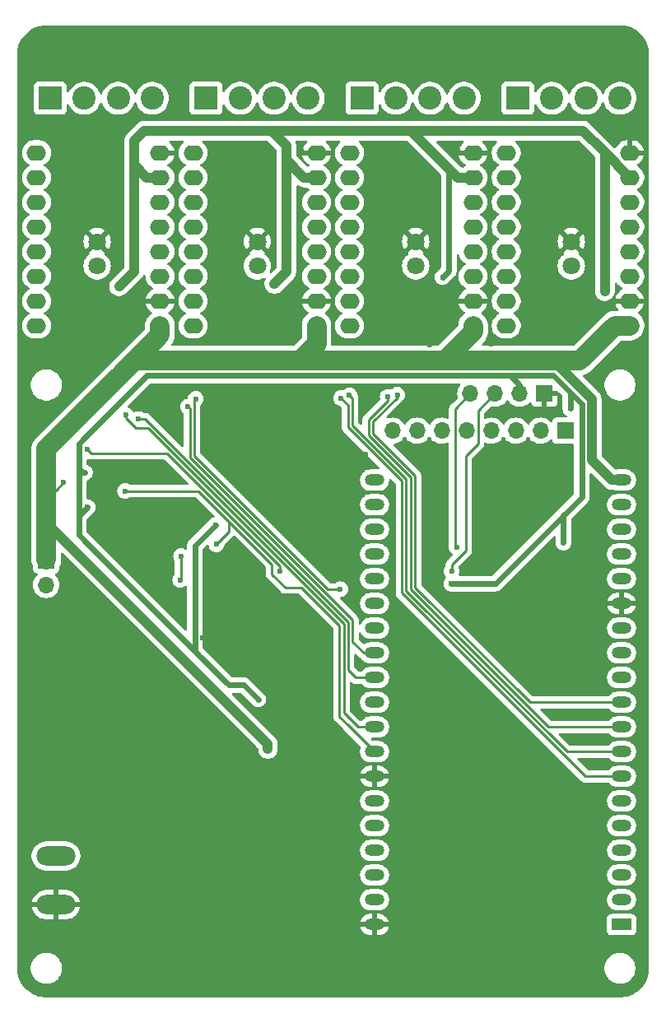
<source format=gbl>
G04 #@! TF.GenerationSoftware,KiCad,Pcbnew,8.0.3-8.0.3-0~ubuntu20.04.1*
G04 #@! TF.CreationDate,2024-10-12T18:08:44-03:00*
G04 #@! TF.ProjectId,syringe_pump,73797269-6e67-4655-9f70-756d702e6b69,rev?*
G04 #@! TF.SameCoordinates,Original*
G04 #@! TF.FileFunction,Copper,L2,Bot*
G04 #@! TF.FilePolarity,Positive*
%FSLAX46Y46*%
G04 Gerber Fmt 4.6, Leading zero omitted, Abs format (unit mm)*
G04 Created by KiCad (PCBNEW 8.0.3-8.0.3-0~ubuntu20.04.1) date 2024-10-12 18:08:44*
%MOMM*%
%LPD*%
G01*
G04 APERTURE LIST*
G04 #@! TA.AperFunction,ComponentPad*
%ADD10C,1.800000*%
G04 #@! TD*
G04 #@! TA.AperFunction,ComponentPad*
%ADD11R,1.700000X1.700000*%
G04 #@! TD*
G04 #@! TA.AperFunction,ComponentPad*
%ADD12O,1.700000X1.700000*%
G04 #@! TD*
G04 #@! TA.AperFunction,ComponentPad*
%ADD13O,4.000000X2.000000*%
G04 #@! TD*
G04 #@! TA.AperFunction,ComponentPad*
%ADD14R,2.000000X1.200000*%
G04 #@! TD*
G04 #@! TA.AperFunction,ComponentPad*
%ADD15O,2.000000X1.200000*%
G04 #@! TD*
G04 #@! TA.AperFunction,ComponentPad*
%ADD16R,2.400000X2.400000*%
G04 #@! TD*
G04 #@! TA.AperFunction,ComponentPad*
%ADD17C,2.400000*%
G04 #@! TD*
G04 #@! TA.AperFunction,ComponentPad*
%ADD18O,2.000000X1.600000*%
G04 #@! TD*
G04 #@! TA.AperFunction,ViaPad*
%ADD19C,0.600000*%
G04 #@! TD*
G04 #@! TA.AperFunction,ViaPad*
%ADD20C,0.800000*%
G04 #@! TD*
G04 #@! TA.AperFunction,Conductor*
%ADD21C,0.609600*%
G04 #@! TD*
G04 #@! TA.AperFunction,Conductor*
%ADD22C,0.250000*%
G04 #@! TD*
G04 #@! TA.AperFunction,Conductor*
%ADD23C,0.254000*%
G04 #@! TD*
G04 #@! TA.AperFunction,Conductor*
%ADD24C,1.016000*%
G04 #@! TD*
G04 #@! TA.AperFunction,Conductor*
%ADD25C,2.032000*%
G04 #@! TD*
G04 APERTURE END LIST*
D10*
X58225000Y-74750000D03*
X58225000Y-72250000D03*
D11*
X106375000Y-91705000D03*
D12*
X103835000Y-91705000D03*
X101295000Y-91705000D03*
X98755000Y-91705000D03*
X96215000Y-91705000D03*
X93675000Y-91705000D03*
X91135000Y-91705000D03*
X88595000Y-91705000D03*
D13*
X54000000Y-140450000D03*
X54000000Y-135450000D03*
D10*
X107000000Y-74750000D03*
X107000000Y-72250000D03*
X74700000Y-74750000D03*
X74700000Y-72250000D03*
D11*
X104240000Y-87900000D03*
D12*
X101700000Y-87900000D03*
X99160000Y-87900000D03*
X96620000Y-87900000D03*
D11*
X53000000Y-105025000D03*
D12*
X53000000Y-107565000D03*
D10*
X91000000Y-74750000D03*
X91000000Y-72250000D03*
D14*
X112160000Y-142510000D03*
D15*
X112160000Y-139970000D03*
X112160000Y-137430000D03*
X112160000Y-134890000D03*
X112160000Y-132350000D03*
X112160000Y-129810000D03*
X112160000Y-127270000D03*
X112160000Y-124730000D03*
X112160000Y-122190000D03*
X112160000Y-119650000D03*
X112160000Y-117110000D03*
X112160000Y-114570000D03*
X112160000Y-112030000D03*
X112160000Y-109490000D03*
X112160000Y-106950000D03*
X112160000Y-104410000D03*
X112160000Y-101870000D03*
X112160000Y-99330000D03*
X112160000Y-96790000D03*
X86763680Y-96792720D03*
X86763680Y-99332720D03*
X86760000Y-101870000D03*
X86760000Y-104410000D03*
X86760000Y-106950000D03*
X86760000Y-109490000D03*
X86760000Y-112030000D03*
X86760000Y-114570000D03*
X86760000Y-117110000D03*
X86760000Y-119650000D03*
X86760000Y-122190000D03*
X86760000Y-124730000D03*
X86760000Y-127270000D03*
X86760000Y-129810000D03*
X86760000Y-132350000D03*
X86760000Y-134890000D03*
X86760000Y-137430000D03*
X86760000Y-139970000D03*
X86760000Y-142510000D03*
D16*
X69433333Y-57500000D03*
D17*
X72933333Y-57500000D03*
X76433333Y-57500000D03*
X79933333Y-57500000D03*
D18*
X68100000Y-80890000D03*
X68100000Y-78350000D03*
X68100000Y-75810000D03*
X68100000Y-73270000D03*
X68100000Y-70730000D03*
X68100000Y-68190000D03*
X68100000Y-65650000D03*
X68100000Y-63110000D03*
X80800000Y-63110000D03*
X80800000Y-65650000D03*
X80800000Y-68190000D03*
X80800000Y-70730000D03*
X80800000Y-73270000D03*
X80800000Y-75810000D03*
X80800000Y-78350000D03*
X80800000Y-80890000D03*
D16*
X53400000Y-57500000D03*
D17*
X56900000Y-57500000D03*
X60400000Y-57500000D03*
X63900000Y-57500000D03*
D16*
X101500000Y-57500000D03*
D17*
X105000000Y-57500000D03*
X108500000Y-57500000D03*
X112000000Y-57500000D03*
D18*
X84200000Y-80890000D03*
X84200000Y-78350000D03*
X84200000Y-75810000D03*
X84200000Y-73270000D03*
X84200000Y-70730000D03*
X84200000Y-68190000D03*
X84200000Y-65650000D03*
X84200000Y-63110000D03*
X96900000Y-63110000D03*
X96900000Y-65650000D03*
X96900000Y-68190000D03*
X96900000Y-70730000D03*
X96900000Y-73270000D03*
X96900000Y-75810000D03*
X96900000Y-78350000D03*
X96900000Y-80890000D03*
D16*
X85466666Y-57500000D03*
D17*
X88966666Y-57500000D03*
X92466666Y-57500000D03*
X95966666Y-57500000D03*
D18*
X52000000Y-80890000D03*
X52000000Y-78350000D03*
X52000000Y-75810000D03*
X52000000Y-73270000D03*
X52000000Y-70730000D03*
X52000000Y-68190000D03*
X52000000Y-65650000D03*
X52000000Y-63110000D03*
X64700000Y-63110000D03*
X64700000Y-65650000D03*
X64700000Y-68190000D03*
X64700000Y-70730000D03*
X64700000Y-73270000D03*
X64700000Y-75810000D03*
X64700000Y-78350000D03*
X64700000Y-80890000D03*
X100300000Y-80890000D03*
X100300000Y-78350000D03*
X100300000Y-75810000D03*
X100300000Y-73270000D03*
X100300000Y-70730000D03*
X100300000Y-68190000D03*
X100300000Y-65650000D03*
X100300000Y-63110000D03*
X113000000Y-63110000D03*
X113000000Y-65650000D03*
X113000000Y-68190000D03*
X113000000Y-70730000D03*
X113000000Y-73270000D03*
X113000000Y-75810000D03*
X113000000Y-78350000D03*
X113000000Y-80890000D03*
D19*
X80300000Y-110750000D03*
X74650000Y-105900000D03*
X67100000Y-111550000D03*
X69900000Y-105050000D03*
X72350000Y-103950000D03*
X59300000Y-95400000D03*
X68800000Y-100100000D03*
X65000000Y-101000000D03*
X57700000Y-101400000D03*
X60050000Y-102850000D03*
X64050000Y-107750000D03*
X63550000Y-104850000D03*
X70400000Y-101400000D03*
X70500000Y-103400000D03*
X66775000Y-107075000D03*
X66850000Y-104600000D03*
X94700000Y-106150000D03*
X95200000Y-103700000D03*
X61100000Y-97900000D03*
X68460000Y-120500000D03*
X62120000Y-119150000D03*
X107440000Y-112280000D03*
X93940000Y-54920000D03*
X95560000Y-127370000D03*
X108610000Y-109570000D03*
X78740000Y-114820000D03*
X51700000Y-90900000D03*
X100090000Y-110150000D03*
X85850000Y-94100000D03*
X56750000Y-138050000D03*
X103370000Y-118450000D03*
X109510000Y-126090000D03*
X98750000Y-82750000D03*
X96740000Y-110540000D03*
X94550000Y-79150000D03*
X108030000Y-123690000D03*
X101140000Y-94490000D03*
X106550000Y-94370000D03*
X89020000Y-144750000D03*
X74700000Y-120850000D03*
X89700000Y-82700000D03*
X70770000Y-130090000D03*
D20*
X62500000Y-112650000D03*
X79050000Y-149050000D03*
D19*
X96020000Y-117610000D03*
X90400000Y-125430000D03*
X62610000Y-126800000D03*
X59450000Y-148200000D03*
X108750000Y-76100000D03*
X72950000Y-135900000D03*
X97500000Y-101950000D03*
X78200000Y-121700000D03*
X57110000Y-107640000D03*
D20*
X71150000Y-132450000D03*
D19*
X109560000Y-134630000D03*
X55960000Y-148740000D03*
X90600000Y-116690000D03*
X95350000Y-62800000D03*
X74750000Y-82600000D03*
X50850000Y-105600000D03*
X92450000Y-82900000D03*
X100340000Y-89900000D03*
X81550000Y-128650000D03*
X80320000Y-131170000D03*
X88650000Y-148860000D03*
X63470000Y-88220000D03*
X105520000Y-131410000D03*
X50800000Y-93900000D03*
X106290000Y-97180000D03*
X113810000Y-60660000D03*
X109240000Y-102240000D03*
X85180000Y-98060000D03*
X109660000Y-99390000D03*
X112860000Y-93710000D03*
X79600000Y-125950000D03*
X78450000Y-79250000D03*
X88650000Y-69100000D03*
D20*
X60800000Y-132500000D03*
D19*
X91720000Y-122620000D03*
X50850000Y-99100000D03*
X88600000Y-73700000D03*
X78850000Y-133100000D03*
X56760000Y-113850000D03*
X102670000Y-128120000D03*
X64650000Y-138700000D03*
X111100000Y-90580000D03*
X60250000Y-143950000D03*
X104700000Y-80900000D03*
D20*
X60500000Y-121700000D03*
D19*
X74550000Y-87940000D03*
X103850000Y-64500000D03*
X68760000Y-124580000D03*
X105350000Y-78850000D03*
X71750000Y-63950000D03*
X110800000Y-79250000D03*
X82660000Y-55350000D03*
X75140000Y-110790000D03*
X73850000Y-97500000D03*
X108990000Y-142410000D03*
X112050000Y-83600000D03*
X87950000Y-64250000D03*
X82700000Y-59550000D03*
X50850000Y-111600000D03*
X56550000Y-63750000D03*
X90450000Y-76800000D03*
X51100000Y-102100000D03*
X104700000Y-69050000D03*
X110680000Y-54550000D03*
X83900000Y-103950000D03*
X61320000Y-137940000D03*
X50950000Y-54730000D03*
X81850000Y-133950000D03*
X80850000Y-104810000D03*
D20*
X75100000Y-133550000D03*
D19*
X89600000Y-80500000D03*
X57910000Y-98240000D03*
X66460000Y-54610000D03*
X98602085Y-51545093D03*
X72733866Y-107729359D03*
X59550000Y-82800000D03*
X98680000Y-124070000D03*
X108180000Y-120980000D03*
X56600000Y-120850000D03*
X54692942Y-118035884D03*
X66040000Y-51670000D03*
X95300000Y-77250000D03*
X50800000Y-60550000D03*
X97480000Y-94510000D03*
X103690000Y-55100000D03*
X73780000Y-127150000D03*
X78950000Y-140050000D03*
X55650000Y-74550000D03*
X60800000Y-74450000D03*
X72300000Y-74400000D03*
X90190000Y-130900000D03*
X79200000Y-62800000D03*
X56220000Y-70930000D03*
X72350000Y-70620000D03*
X104700000Y-75050000D03*
X92950000Y-74000000D03*
X60100000Y-112150000D03*
X62400000Y-79200000D03*
X78820000Y-118570000D03*
X98700000Y-59550000D03*
X69100000Y-112990000D03*
X52600000Y-83450000D03*
X83340000Y-139180000D03*
X102910000Y-148950000D03*
X112800000Y-61450000D03*
X66650000Y-57250000D03*
X66150000Y-62250000D03*
X56980000Y-96000000D03*
X74800000Y-119350000D03*
X93750000Y-75900000D03*
X110450000Y-77350000D03*
X57250000Y-99550000D03*
X106190000Y-103210000D03*
X60500000Y-76850000D03*
X106900000Y-89400000D03*
X76450000Y-76600000D03*
X94640000Y-107430000D03*
X61200000Y-90100000D03*
X62506644Y-90493356D03*
X54800000Y-97025000D03*
X75800000Y-124440000D03*
X83310000Y-88350000D03*
X89093356Y-87993356D03*
X67570643Y-89222643D03*
X83230000Y-108010000D03*
X68371644Y-88421644D03*
X84180000Y-88040000D03*
X88101434Y-88211434D03*
X77050000Y-106150000D03*
X57200000Y-93620000D03*
D21*
X106900000Y-89400000D02*
X106900000Y-87790000D01*
X106900000Y-87790000D02*
X105130800Y-86020800D01*
D22*
X61100000Y-97900000D02*
X68652567Y-97900000D01*
X68652567Y-97900000D02*
X76200000Y-105447433D01*
X76200000Y-105447433D02*
X76200000Y-106450000D01*
X76200000Y-106450000D02*
X77600000Y-107850000D01*
X77600000Y-107850000D02*
X79244619Y-107850000D01*
X79244619Y-107850000D02*
X83140000Y-111745381D01*
X83140000Y-111745381D02*
X83140000Y-121110000D01*
X83140000Y-121110000D02*
X84046000Y-122016000D01*
D23*
X83592000Y-111558157D02*
X83592000Y-120750000D01*
X86760000Y-122190000D02*
X85032000Y-122190000D01*
X85032000Y-122190000D02*
X83592000Y-120750000D01*
X86760000Y-114570000D02*
X85670000Y-114570000D01*
X85670000Y-114570000D02*
X84500000Y-113400000D01*
X67766000Y-89418000D02*
X67570643Y-89222643D01*
X84500000Y-113400000D02*
X84500000Y-111182053D01*
X84500000Y-111182053D02*
X67766000Y-94448053D01*
X67766000Y-94448053D02*
X67766000Y-89418000D01*
X84046000Y-111370105D02*
X84046000Y-116300000D01*
X86760000Y-117110000D02*
X84856000Y-117110000D01*
X84856000Y-117110000D02*
X84046000Y-116300000D01*
X66850000Y-104600000D02*
X66850000Y-107000000D01*
X66850000Y-107000000D02*
X66775000Y-107075000D01*
D21*
X68675000Y-114775000D02*
X71750000Y-117850000D01*
X68295200Y-114395200D02*
X68675000Y-114775000D01*
X68295200Y-103504800D02*
X68295200Y-114395200D01*
X56350000Y-102450000D02*
X68675000Y-114775000D01*
X70400000Y-101400000D02*
X68295200Y-103504800D01*
D23*
X71776284Y-101026545D02*
X71749869Y-101000130D01*
X71776284Y-102123716D02*
X71776284Y-101026545D01*
X70500000Y-103400000D02*
X71776284Y-102123716D01*
X61200000Y-90100000D02*
X61200000Y-90400000D01*
X61200000Y-90400000D02*
X62250000Y-91450000D01*
X62250000Y-91450000D02*
X63483843Y-91450000D01*
X63483843Y-91450000D02*
X83592000Y-111558157D01*
X77050000Y-106150000D02*
X77050000Y-105658209D01*
X65441791Y-94050000D02*
X57630000Y-94050000D01*
X77050000Y-105658209D02*
X65441791Y-94050000D01*
X57630000Y-94050000D02*
X57200000Y-93620000D01*
X62506644Y-90493356D02*
X63169251Y-90493356D01*
X63169251Y-90493356D02*
X84046000Y-111370105D01*
X84046000Y-122016000D02*
X86760000Y-124730000D01*
X96150000Y-94300000D02*
X97400000Y-93050000D01*
X96150000Y-104050000D02*
X96150000Y-94300000D01*
X97400000Y-93050000D02*
X97400000Y-89660000D01*
X97400000Y-89660000D02*
X99160000Y-87900000D01*
X94700000Y-106150000D02*
X94700000Y-105500000D01*
X94700000Y-105500000D02*
X96150000Y-104050000D01*
X95200000Y-103700000D02*
X95038000Y-103538000D01*
X95038000Y-103538000D02*
X95038000Y-89482000D01*
X95038000Y-89482000D02*
X96620000Y-87900000D01*
X68371644Y-88421644D02*
X68220000Y-88573288D01*
X68220000Y-88573288D02*
X68220000Y-94260000D01*
X68220000Y-94260000D02*
X81970000Y-108010000D01*
X81970000Y-108010000D02*
X83230000Y-108010000D01*
D24*
X79500000Y-65650000D02*
X77700000Y-63850000D01*
X110450000Y-63100000D02*
X110275000Y-62925000D01*
D21*
X94400000Y-64750000D02*
X93650000Y-64000000D01*
D24*
X77700000Y-75350000D02*
X77700000Y-63850000D01*
X63050000Y-60850000D02*
X75850000Y-60850000D01*
D21*
X56350000Y-93000000D02*
X56350000Y-94800000D01*
D24*
X62050000Y-61850000D02*
X63050000Y-60850000D01*
X64700000Y-65650000D02*
X63350000Y-65650000D01*
D21*
X108070000Y-88960000D02*
X108070000Y-98530000D01*
D24*
X63350000Y-65650000D02*
X62050000Y-64350000D01*
X76150000Y-60850000D02*
X75850000Y-60850000D01*
D21*
X99170000Y-107430000D02*
X106395000Y-100205000D01*
X100710800Y-86020800D02*
X99390000Y-86020800D01*
X106190000Y-100410000D02*
X106395000Y-100205000D01*
D24*
X108200000Y-60850000D02*
X107550000Y-60850000D01*
D21*
X93750000Y-75900000D02*
X94400000Y-75250000D01*
D24*
X62050000Y-64350000D02*
X62050000Y-75300000D01*
D21*
X56350000Y-100900000D02*
X56350000Y-100450000D01*
X63329200Y-86020800D02*
X62700000Y-86650000D01*
D24*
X90500000Y-60850000D02*
X89350000Y-60850000D01*
X93650000Y-64000000D02*
X90500000Y-60850000D01*
X113000000Y-65650000D02*
X110275000Y-62925000D01*
D21*
X108070000Y-98530000D02*
X106395000Y-100205000D01*
D24*
X89350000Y-60850000D02*
X107550000Y-60850000D01*
D21*
X56350000Y-95580000D02*
X56350000Y-94800000D01*
D24*
X62050000Y-64350000D02*
X62050000Y-61850000D01*
D21*
X101700000Y-87900000D02*
X101700000Y-87010000D01*
X101700000Y-87010000D02*
X100710800Y-86020800D01*
D24*
X95300000Y-65650000D02*
X93650000Y-64000000D01*
X62050000Y-75300000D02*
X60500000Y-76850000D01*
D21*
X56350000Y-100900000D02*
X56350000Y-102450000D01*
X94640000Y-107430000D02*
X99170000Y-107430000D01*
X105130800Y-86020800D02*
X108070000Y-88960000D01*
X56350000Y-94800000D02*
X56350000Y-100900000D01*
D24*
X96900000Y-65650000D02*
X95300000Y-65650000D01*
X110450000Y-77350000D02*
X110450000Y-63100000D01*
D21*
X74800000Y-119350000D02*
X73300000Y-117850000D01*
D24*
X77700000Y-63850000D02*
X77700000Y-62400000D01*
X80800000Y-65650000D02*
X79500000Y-65650000D01*
X76450000Y-76600000D02*
X77700000Y-75350000D01*
D21*
X94400000Y-75250000D02*
X94400000Y-64750000D01*
X56350000Y-100450000D02*
X57250000Y-99550000D01*
X99390000Y-86020800D02*
X105130800Y-86020800D01*
X56980000Y-96000000D02*
X56770000Y-96000000D01*
X74720000Y-86020800D02*
X63329200Y-86020800D01*
D24*
X77700000Y-62400000D02*
X76150000Y-60850000D01*
D21*
X106190000Y-103210000D02*
X106190000Y-100410000D01*
D24*
X110275000Y-62925000D02*
X108200000Y-60850000D01*
D21*
X56770000Y-96000000D02*
X56350000Y-95580000D01*
X71750000Y-117850000D02*
X73300000Y-117850000D01*
D24*
X75850000Y-60850000D02*
X89350000Y-60850000D01*
D21*
X99390000Y-86020800D02*
X74720000Y-86020800D01*
X62900000Y-86450000D02*
X56350000Y-93000000D01*
D25*
X96900000Y-80890000D02*
X96900000Y-81550000D01*
D23*
X54050000Y-97750000D02*
X53000000Y-98800000D01*
D25*
X64700000Y-81850000D02*
X64700000Y-80890000D01*
X60650000Y-85900000D02*
X62050000Y-84500000D01*
D24*
X109082800Y-88452800D02*
X109082800Y-94682800D01*
D25*
X60650000Y-85900000D02*
X64700000Y-81850000D01*
X107850000Y-84500000D02*
X111460000Y-80890000D01*
D24*
X107850000Y-84500000D02*
X105130000Y-84500000D01*
D25*
X79100000Y-84500000D02*
X93950000Y-84500000D01*
X53000000Y-101650000D02*
X53000000Y-98800000D01*
X62050000Y-84500000D02*
X79100000Y-84500000D01*
D24*
X111190000Y-96790000D02*
X112160000Y-96790000D01*
D25*
X96900000Y-81550000D02*
X93950000Y-84500000D01*
X93950000Y-84500000D02*
X107850000Y-84500000D01*
D23*
X54800000Y-97025000D02*
X54075000Y-97750000D01*
D25*
X111460000Y-80890000D02*
X113000000Y-80890000D01*
X80800000Y-80890000D02*
X80800000Y-82800000D01*
D24*
X109082800Y-94682800D02*
X111190000Y-96790000D01*
D25*
X53000000Y-98800000D02*
X53000000Y-93550000D01*
D24*
X53000000Y-101650000D02*
X53500000Y-101650000D01*
D25*
X53000000Y-105000000D02*
X53000000Y-101650000D01*
X53000000Y-93550000D02*
X60650000Y-85900000D01*
D24*
X53500000Y-101650000D02*
X75800000Y-123950000D01*
X105130000Y-84500000D02*
X109082800Y-88452800D01*
D25*
X80800000Y-82800000D02*
X79100000Y-84500000D01*
D23*
X54075000Y-97750000D02*
X54050000Y-97750000D01*
D24*
X75800000Y-123950000D02*
X75800000Y-124440000D01*
D23*
X89560000Y-96874104D02*
X89560000Y-108380000D01*
X83310000Y-88350000D02*
X84020000Y-89060000D01*
X108450000Y-127270000D02*
X112160000Y-127270000D01*
X84020000Y-89060000D02*
X84020000Y-91334104D01*
X89560000Y-108380000D02*
X108450000Y-127270000D01*
X84020000Y-91334104D02*
X89560000Y-96874104D01*
X86584000Y-91971947D02*
X90922000Y-96309947D01*
X89093356Y-87993356D02*
X89093356Y-88263356D01*
X90922000Y-107815844D02*
X102756156Y-119650000D01*
X102756156Y-119650000D02*
X112160000Y-119650000D01*
X86584000Y-90772712D02*
X86584000Y-91971947D01*
X89093356Y-88263356D02*
X86584000Y-90772712D01*
X90922000Y-96309947D02*
X90922000Y-107815844D01*
X84180000Y-88040000D02*
X84474000Y-88334000D01*
X90014000Y-108191948D02*
X106552052Y-124730000D01*
X90014000Y-96686052D02*
X90014000Y-108191948D01*
X84474000Y-91146052D02*
X90014000Y-96686052D01*
X106552052Y-124730000D02*
X112160000Y-124730000D01*
X84474000Y-88334000D02*
X84474000Y-91146052D01*
X104654104Y-122190000D02*
X112160000Y-122190000D01*
X86130000Y-90584660D02*
X86130000Y-92160000D01*
X86130000Y-92160000D02*
X90468000Y-96498000D01*
X88101434Y-88613226D02*
X86130000Y-90584660D01*
X90468000Y-96498000D02*
X90468000Y-108003896D01*
X90468000Y-108003896D02*
X104654104Y-122190000D01*
X88101434Y-88211434D02*
X88101434Y-88613226D01*
G04 #@! TA.AperFunction,Conductor*
G36*
X57326585Y-94605090D02*
G01*
X57327140Y-94603752D01*
X57380071Y-94625677D01*
X57422254Y-94643149D01*
X57446966Y-94653386D01*
X57568192Y-94677499D01*
X57568196Y-94677500D01*
X57568197Y-94677500D01*
X57691803Y-94677500D01*
X65130510Y-94677500D01*
X65197549Y-94697185D01*
X65218191Y-94713819D01*
X67567191Y-97062819D01*
X67600676Y-97124142D01*
X67595692Y-97193834D01*
X67553820Y-97249767D01*
X67488356Y-97274184D01*
X67479510Y-97274500D01*
X61644855Y-97274500D01*
X61578883Y-97255494D01*
X61449523Y-97174211D01*
X61279254Y-97114631D01*
X61279249Y-97114630D01*
X61100004Y-97094435D01*
X61099996Y-97094435D01*
X60920750Y-97114630D01*
X60920745Y-97114631D01*
X60750476Y-97174211D01*
X60597737Y-97270184D01*
X60470184Y-97397737D01*
X60374211Y-97550476D01*
X60314631Y-97720745D01*
X60314630Y-97720750D01*
X60294435Y-97899996D01*
X60294435Y-97900003D01*
X60314630Y-98079249D01*
X60314631Y-98079254D01*
X60374211Y-98249523D01*
X60414001Y-98312848D01*
X60470184Y-98402262D01*
X60597738Y-98529816D01*
X60688080Y-98586582D01*
X60734564Y-98615790D01*
X60750478Y-98625789D01*
X60907259Y-98680649D01*
X60920745Y-98685368D01*
X60920750Y-98685369D01*
X61099996Y-98705565D01*
X61100000Y-98705565D01*
X61100004Y-98705565D01*
X61279249Y-98685369D01*
X61279252Y-98685368D01*
X61279255Y-98685368D01*
X61449522Y-98625789D01*
X61578883Y-98544505D01*
X61644855Y-98525500D01*
X68342115Y-98525500D01*
X68409154Y-98545185D01*
X68429796Y-98561819D01*
X70275078Y-100407101D01*
X70308563Y-100468424D01*
X70303579Y-100538116D01*
X70261707Y-100594049D01*
X70211588Y-100616399D01*
X70165110Y-100625644D01*
X70165102Y-100625646D01*
X70018549Y-100686350D01*
X69886651Y-100774482D01*
X69886647Y-100774485D01*
X68797336Y-101863797D01*
X67781854Y-102879279D01*
X67781851Y-102879282D01*
X67725765Y-102935367D01*
X67669680Y-102991452D01*
X67581555Y-103123340D01*
X67581548Y-103123353D01*
X67520848Y-103269898D01*
X67520845Y-103269908D01*
X67489899Y-103425482D01*
X67489899Y-103590228D01*
X67489900Y-103590249D01*
X67489900Y-103832306D01*
X67470215Y-103899345D01*
X67417411Y-103945100D01*
X67348253Y-103955044D01*
X67299928Y-103937300D01*
X67199523Y-103874211D01*
X67029254Y-103814631D01*
X67029249Y-103814630D01*
X66850004Y-103794435D01*
X66849996Y-103794435D01*
X66670750Y-103814630D01*
X66670745Y-103814631D01*
X66500476Y-103874211D01*
X66347737Y-103970184D01*
X66220184Y-104097737D01*
X66124211Y-104250476D01*
X66064631Y-104420745D01*
X66064630Y-104420750D01*
X66044435Y-104599996D01*
X66044435Y-104600003D01*
X66064630Y-104779249D01*
X66064631Y-104779254D01*
X66124211Y-104949524D01*
X66203493Y-105075698D01*
X66222500Y-105141671D01*
X66222500Y-106444060D01*
X66202815Y-106511099D01*
X66186181Y-106531741D01*
X66145184Y-106572737D01*
X66049211Y-106725476D01*
X65989631Y-106895745D01*
X65989630Y-106895750D01*
X65969435Y-107074996D01*
X65969435Y-107075003D01*
X65989630Y-107254249D01*
X65989631Y-107254254D01*
X66049211Y-107424523D01*
X66113469Y-107526788D01*
X66145184Y-107577262D01*
X66272738Y-107704816D01*
X66292495Y-107717230D01*
X66424879Y-107800413D01*
X66425478Y-107800789D01*
X66511102Y-107830750D01*
X66595745Y-107860368D01*
X66595750Y-107860369D01*
X66774996Y-107880565D01*
X66775000Y-107880565D01*
X66775004Y-107880565D01*
X66954249Y-107860369D01*
X66954252Y-107860368D01*
X66954255Y-107860368D01*
X67124522Y-107800789D01*
X67277262Y-107704816D01*
X67278219Y-107703859D01*
X67278988Y-107703438D01*
X67282705Y-107700475D01*
X67283224Y-107701125D01*
X67339542Y-107670374D01*
X67409234Y-107675358D01*
X67465167Y-107717230D01*
X67489584Y-107782694D01*
X67489900Y-107791540D01*
X67489900Y-112151672D01*
X67470215Y-112218711D01*
X67417411Y-112264466D01*
X67348253Y-112274410D01*
X67284697Y-112245385D01*
X67278219Y-112239353D01*
X57191619Y-102152753D01*
X57158134Y-102091430D01*
X57155300Y-102065072D01*
X57155300Y-100834928D01*
X57174985Y-100767889D01*
X57191619Y-100747247D01*
X57875514Y-100063352D01*
X57875517Y-100063349D01*
X57963647Y-99931453D01*
X58024353Y-99784897D01*
X58055300Y-99629316D01*
X58055300Y-99559319D01*
X58055565Y-99554600D01*
X58055565Y-99545402D01*
X58055300Y-99540686D01*
X58055300Y-99470684D01*
X58055299Y-99470680D01*
X58024354Y-99315110D01*
X58024353Y-99315103D01*
X57963647Y-99168547D01*
X57963645Y-99168544D01*
X57963643Y-99168540D01*
X57875517Y-99036651D01*
X57875514Y-99036647D01*
X57763352Y-98924485D01*
X57763348Y-98924482D01*
X57631459Y-98836356D01*
X57631449Y-98836351D01*
X57484897Y-98775647D01*
X57484889Y-98775645D01*
X57329319Y-98744700D01*
X57329315Y-98744700D01*
X57279300Y-98744700D01*
X57212261Y-98725015D01*
X57166506Y-98672211D01*
X57155300Y-98620700D01*
X57155300Y-96881892D01*
X57174985Y-96814853D01*
X57227789Y-96769098D01*
X57231787Y-96767356D01*
X57361453Y-96713648D01*
X57493349Y-96625518D01*
X57605518Y-96513349D01*
X57693648Y-96381453D01*
X57754353Y-96234897D01*
X57758126Y-96215932D01*
X57785299Y-96079319D01*
X57785300Y-96079316D01*
X57785300Y-96009319D01*
X57785565Y-96004600D01*
X57785565Y-95995402D01*
X57785300Y-95990686D01*
X57785300Y-95920684D01*
X57785299Y-95920680D01*
X57754355Y-95765110D01*
X57754352Y-95765101D01*
X57693651Y-95618553D01*
X57693644Y-95618540D01*
X57605518Y-95486651D01*
X57605515Y-95486647D01*
X57493352Y-95374484D01*
X57493348Y-95374481D01*
X57361459Y-95286355D01*
X57361449Y-95286350D01*
X57231847Y-95232667D01*
X57177444Y-95188826D01*
X57155379Y-95122532D01*
X57155300Y-95118106D01*
X57155300Y-94718106D01*
X57174985Y-94651067D01*
X57227789Y-94605312D01*
X57296947Y-94595368D01*
X57326585Y-94605090D01*
G37*
G04 #@! TD.AperFunction*
G04 #@! TA.AperFunction,Conductor*
G36*
X102649855Y-92371546D02*
G01*
X102666575Y-92390842D01*
X102786467Y-92562066D01*
X102796505Y-92576401D01*
X102963599Y-92743495D01*
X103046790Y-92801746D01*
X103157165Y-92879032D01*
X103157167Y-92879033D01*
X103157170Y-92879035D01*
X103371337Y-92978903D01*
X103371343Y-92978904D01*
X103371344Y-92978905D01*
X103413439Y-92990184D01*
X103599592Y-93040063D01*
X103776034Y-93055500D01*
X103834999Y-93060659D01*
X103835000Y-93060659D01*
X103835001Y-93060659D01*
X103893966Y-93055500D01*
X104070408Y-93040063D01*
X104298663Y-92978903D01*
X104512830Y-92879035D01*
X104706401Y-92743495D01*
X104828329Y-92621566D01*
X104889648Y-92588084D01*
X104959340Y-92593068D01*
X105015274Y-92634939D01*
X105032189Y-92665917D01*
X105081202Y-92797328D01*
X105081206Y-92797335D01*
X105167452Y-92912544D01*
X105167455Y-92912547D01*
X105282664Y-92998793D01*
X105282671Y-92998797D01*
X105417517Y-93049091D01*
X105417516Y-93049091D01*
X105424444Y-93049835D01*
X105477127Y-93055500D01*
X107140700Y-93055499D01*
X107207739Y-93075184D01*
X107253494Y-93127987D01*
X107264700Y-93179499D01*
X107264700Y-98145072D01*
X107245015Y-98212111D01*
X107228381Y-98232753D01*
X105881651Y-99579483D01*
X105676654Y-99784479D01*
X105564479Y-99896654D01*
X98872753Y-106588381D01*
X98811430Y-106621866D01*
X98785072Y-106624700D01*
X95556750Y-106624700D01*
X95489711Y-106605015D01*
X95443956Y-106552211D01*
X95434012Y-106483053D01*
X95439708Y-106459746D01*
X95485367Y-106329257D01*
X95485368Y-106329255D01*
X95485369Y-106329249D01*
X95505565Y-106150003D01*
X95505565Y-106149996D01*
X95485369Y-105970750D01*
X95485368Y-105970745D01*
X95468617Y-105922873D01*
X95425789Y-105800478D01*
X95424821Y-105798937D01*
X95424498Y-105797796D01*
X95422769Y-105794205D01*
X95423398Y-105793901D01*
X95405821Y-105731701D01*
X95426189Y-105664865D01*
X95442134Y-105645284D01*
X96011721Y-105075698D01*
X96637411Y-104450008D01*
X96641972Y-104443182D01*
X96706083Y-104347233D01*
X96713297Y-104329817D01*
X96727521Y-104295478D01*
X96727521Y-104295477D01*
X96746160Y-104250478D01*
X96753386Y-104233034D01*
X96777500Y-104111803D01*
X96777500Y-103988197D01*
X96777500Y-94611281D01*
X96797185Y-94544242D01*
X96813819Y-94523600D01*
X97887408Y-93450011D01*
X97887411Y-93450008D01*
X97906002Y-93422184D01*
X97933218Y-93381454D01*
X97933218Y-93381453D01*
X97956083Y-93347233D01*
X97987876Y-93270478D01*
X98003386Y-93233035D01*
X98027500Y-93111803D01*
X98027500Y-93050514D01*
X98047185Y-92983475D01*
X98099989Y-92937720D01*
X98169147Y-92927776D01*
X98203901Y-92938130D01*
X98291337Y-92978903D01*
X98291342Y-92978904D01*
X98291344Y-92978905D01*
X98333439Y-92990184D01*
X98519592Y-93040063D01*
X98696034Y-93055500D01*
X98754999Y-93060659D01*
X98755000Y-93060659D01*
X98755001Y-93060659D01*
X98813966Y-93055500D01*
X98990408Y-93040063D01*
X99218663Y-92978903D01*
X99432830Y-92879035D01*
X99626401Y-92743495D01*
X99793495Y-92576401D01*
X99923425Y-92390842D01*
X99978002Y-92347217D01*
X100047500Y-92340023D01*
X100109855Y-92371546D01*
X100126575Y-92390842D01*
X100246467Y-92562066D01*
X100256505Y-92576401D01*
X100423599Y-92743495D01*
X100506790Y-92801746D01*
X100617165Y-92879032D01*
X100617167Y-92879033D01*
X100617170Y-92879035D01*
X100831337Y-92978903D01*
X100831343Y-92978904D01*
X100831344Y-92978905D01*
X100873439Y-92990184D01*
X101059592Y-93040063D01*
X101236034Y-93055500D01*
X101294999Y-93060659D01*
X101295000Y-93060659D01*
X101295001Y-93060659D01*
X101353966Y-93055500D01*
X101530408Y-93040063D01*
X101758663Y-92978903D01*
X101972830Y-92879035D01*
X102166401Y-92743495D01*
X102333495Y-92576401D01*
X102463425Y-92390842D01*
X102518002Y-92347217D01*
X102587500Y-92340023D01*
X102649855Y-92371546D01*
G37*
G04 #@! TD.AperFunction*
G04 #@! TA.AperFunction,Conductor*
G36*
X105636811Y-87669685D02*
G01*
X105657449Y-87686316D01*
X105762961Y-87791828D01*
X106028274Y-88057142D01*
X106028275Y-88057142D01*
X106028276Y-88057143D01*
X106058380Y-88087247D01*
X106091866Y-88148569D01*
X106094700Y-88174929D01*
X106094700Y-89390686D01*
X106094435Y-89395402D01*
X106094435Y-89404600D01*
X106094700Y-89409319D01*
X106094700Y-89479319D01*
X106125644Y-89634889D01*
X106125647Y-89634898D01*
X106186348Y-89781446D01*
X106186355Y-89781459D01*
X106274481Y-89913348D01*
X106274484Y-89913352D01*
X106386647Y-90025515D01*
X106386651Y-90025518D01*
X106518540Y-90113644D01*
X106518547Y-90113648D01*
X106524076Y-90115938D01*
X106578480Y-90159778D01*
X106600546Y-90226072D01*
X106583268Y-90293772D01*
X106532131Y-90341383D01*
X106476625Y-90354500D01*
X105477129Y-90354500D01*
X105477123Y-90354501D01*
X105417516Y-90360908D01*
X105282671Y-90411202D01*
X105282664Y-90411206D01*
X105167455Y-90497452D01*
X105167452Y-90497455D01*
X105081206Y-90612664D01*
X105081203Y-90612669D01*
X105032189Y-90744083D01*
X104990317Y-90800016D01*
X104924853Y-90824433D01*
X104856580Y-90809581D01*
X104828326Y-90788430D01*
X104706402Y-90666506D01*
X104706395Y-90666501D01*
X104512834Y-90530967D01*
X104512830Y-90530965D01*
X104512828Y-90530964D01*
X104298663Y-90431097D01*
X104298659Y-90431096D01*
X104298655Y-90431094D01*
X104070413Y-90369938D01*
X104070403Y-90369936D01*
X103835001Y-90349341D01*
X103834999Y-90349341D01*
X103599596Y-90369936D01*
X103599586Y-90369938D01*
X103371344Y-90431094D01*
X103371335Y-90431098D01*
X103157171Y-90530964D01*
X103157169Y-90530965D01*
X102963597Y-90666505D01*
X102796505Y-90833597D01*
X102666575Y-91019158D01*
X102611998Y-91062783D01*
X102542500Y-91069977D01*
X102480145Y-91038454D01*
X102463425Y-91019158D01*
X102333494Y-90833597D01*
X102166402Y-90666506D01*
X102166395Y-90666501D01*
X101972834Y-90530967D01*
X101972830Y-90530965D01*
X101972828Y-90530964D01*
X101758663Y-90431097D01*
X101758659Y-90431096D01*
X101758655Y-90431094D01*
X101530413Y-90369938D01*
X101530403Y-90369936D01*
X101295001Y-90349341D01*
X101294999Y-90349341D01*
X101059596Y-90369936D01*
X101059586Y-90369938D01*
X100831344Y-90431094D01*
X100831335Y-90431098D01*
X100617171Y-90530964D01*
X100617169Y-90530965D01*
X100423597Y-90666505D01*
X100256505Y-90833597D01*
X100126575Y-91019158D01*
X100071998Y-91062783D01*
X100002500Y-91069977D01*
X99940145Y-91038454D01*
X99923425Y-91019158D01*
X99793494Y-90833597D01*
X99626402Y-90666506D01*
X99626395Y-90666501D01*
X99432834Y-90530967D01*
X99432830Y-90530965D01*
X99432828Y-90530964D01*
X99218663Y-90431097D01*
X99218659Y-90431096D01*
X99218655Y-90431094D01*
X98990413Y-90369938D01*
X98990403Y-90369936D01*
X98755001Y-90349341D01*
X98754999Y-90349341D01*
X98519596Y-90369936D01*
X98519586Y-90369938D01*
X98291344Y-90431094D01*
X98291330Y-90431099D01*
X98203904Y-90471867D01*
X98134827Y-90482359D01*
X98071043Y-90453839D01*
X98032804Y-90395362D01*
X98027500Y-90359485D01*
X98027500Y-89971280D01*
X98047185Y-89904241D01*
X98063815Y-89883603D01*
X98706584Y-89240833D01*
X98767905Y-89207350D01*
X98826356Y-89208741D01*
X98868107Y-89219928D01*
X98924592Y-89235063D01*
X99095319Y-89250000D01*
X99159999Y-89255659D01*
X99160000Y-89255659D01*
X99160001Y-89255659D01*
X99224681Y-89250000D01*
X99395408Y-89235063D01*
X99623663Y-89173903D01*
X99837830Y-89074035D01*
X100031401Y-88938495D01*
X100198495Y-88771401D01*
X100328425Y-88585842D01*
X100383002Y-88542217D01*
X100452500Y-88535023D01*
X100514855Y-88566546D01*
X100531575Y-88585842D01*
X100625779Y-88720380D01*
X100661505Y-88771401D01*
X100828599Y-88938495D01*
X100908711Y-88994590D01*
X101022165Y-89074032D01*
X101022167Y-89074033D01*
X101022170Y-89074035D01*
X101236337Y-89173903D01*
X101236343Y-89173904D01*
X101236344Y-89173905D01*
X101276882Y-89184767D01*
X101464592Y-89235063D01*
X101635319Y-89250000D01*
X101699999Y-89255659D01*
X101700000Y-89255659D01*
X101700001Y-89255659D01*
X101764681Y-89250000D01*
X101935408Y-89235063D01*
X102163663Y-89173903D01*
X102377830Y-89074035D01*
X102571401Y-88938495D01*
X102693717Y-88816178D01*
X102755036Y-88782696D01*
X102824728Y-88787680D01*
X102880662Y-88829551D01*
X102897577Y-88860528D01*
X102946646Y-88992088D01*
X102946649Y-88992093D01*
X103032809Y-89107187D01*
X103032812Y-89107190D01*
X103147906Y-89193350D01*
X103147913Y-89193354D01*
X103282620Y-89243596D01*
X103282627Y-89243598D01*
X103342155Y-89249999D01*
X103342172Y-89250000D01*
X103990000Y-89250000D01*
X103990000Y-88333012D01*
X104047007Y-88365925D01*
X104174174Y-88400000D01*
X104305826Y-88400000D01*
X104432993Y-88365925D01*
X104490000Y-88333012D01*
X104490000Y-89250000D01*
X105137828Y-89250000D01*
X105137844Y-89249999D01*
X105197372Y-89243598D01*
X105197379Y-89243596D01*
X105332086Y-89193354D01*
X105332093Y-89193350D01*
X105447187Y-89107190D01*
X105447190Y-89107187D01*
X105533350Y-88992093D01*
X105533354Y-88992086D01*
X105583596Y-88857379D01*
X105583598Y-88857372D01*
X105589999Y-88797844D01*
X105590000Y-88797827D01*
X105590000Y-88150000D01*
X104673012Y-88150000D01*
X104705925Y-88092993D01*
X104740000Y-87965826D01*
X104740000Y-87834174D01*
X104705925Y-87707007D01*
X104673012Y-87650000D01*
X105569772Y-87650000D01*
X105636811Y-87669685D01*
G37*
G04 #@! TD.AperFunction*
G04 #@! TA.AperFunction,Conductor*
G36*
X67095405Y-61878185D02*
G01*
X67141160Y-61930989D01*
X67151104Y-62000147D01*
X67122079Y-62063703D01*
X67101251Y-62082819D01*
X67052780Y-62118034D01*
X66908028Y-62262786D01*
X66787715Y-62428386D01*
X66694781Y-62610776D01*
X66631522Y-62805465D01*
X66599500Y-63007648D01*
X66599500Y-63212351D01*
X66631522Y-63414534D01*
X66694781Y-63609223D01*
X66787715Y-63791613D01*
X66908028Y-63957213D01*
X67052786Y-64101971D01*
X67207749Y-64214556D01*
X67218390Y-64222287D01*
X67274097Y-64250671D01*
X67311080Y-64269515D01*
X67361876Y-64317490D01*
X67378671Y-64385311D01*
X67356134Y-64451446D01*
X67311080Y-64490485D01*
X67218386Y-64537715D01*
X67052786Y-64658028D01*
X66908028Y-64802786D01*
X66787715Y-64968386D01*
X66694781Y-65150776D01*
X66631522Y-65345465D01*
X66599500Y-65547648D01*
X66599500Y-65752351D01*
X66631522Y-65954534D01*
X66694781Y-66149223D01*
X66758614Y-66274501D01*
X66773403Y-66303526D01*
X66787715Y-66331613D01*
X66908028Y-66497213D01*
X67052786Y-66641971D01*
X67207749Y-66754556D01*
X67218390Y-66762287D01*
X67309840Y-66808883D01*
X67311080Y-66809515D01*
X67361876Y-66857490D01*
X67378671Y-66925311D01*
X67356134Y-66991446D01*
X67311080Y-67030485D01*
X67218386Y-67077715D01*
X67052786Y-67198028D01*
X66908028Y-67342786D01*
X66787715Y-67508386D01*
X66694781Y-67690776D01*
X66631522Y-67885465D01*
X66599500Y-68087648D01*
X66599500Y-68292351D01*
X66631522Y-68494534D01*
X66694781Y-68689223D01*
X66758614Y-68814501D01*
X66773403Y-68843526D01*
X66787715Y-68871613D01*
X66908028Y-69037213D01*
X67052786Y-69181971D01*
X67207749Y-69294556D01*
X67218390Y-69302287D01*
X67309840Y-69348883D01*
X67311080Y-69349515D01*
X67361876Y-69397490D01*
X67378671Y-69465311D01*
X67356134Y-69531446D01*
X67311080Y-69570485D01*
X67218386Y-69617715D01*
X67052786Y-69738028D01*
X66908028Y-69882786D01*
X66787715Y-70048386D01*
X66694781Y-70230776D01*
X66631522Y-70425465D01*
X66599500Y-70627648D01*
X66599500Y-70832351D01*
X66631522Y-71034534D01*
X66694781Y-71229223D01*
X66758614Y-71354501D01*
X66773403Y-71383526D01*
X66787715Y-71411613D01*
X66908028Y-71577213D01*
X67052786Y-71721971D01*
X67207749Y-71834556D01*
X67218390Y-71842287D01*
X67309840Y-71888883D01*
X67311080Y-71889515D01*
X67361876Y-71937490D01*
X67378671Y-72005311D01*
X67356134Y-72071446D01*
X67311080Y-72110485D01*
X67218386Y-72157715D01*
X67052786Y-72278028D01*
X66908028Y-72422786D01*
X66787715Y-72588386D01*
X66694781Y-72770776D01*
X66631522Y-72965465D01*
X66599500Y-73167648D01*
X66599500Y-73372351D01*
X66631522Y-73574534D01*
X66694781Y-73769223D01*
X66754717Y-73886852D01*
X66773403Y-73923526D01*
X66787715Y-73951613D01*
X66908028Y-74117213D01*
X67052786Y-74261971D01*
X67207749Y-74374556D01*
X67218390Y-74382287D01*
X67309840Y-74428883D01*
X67311080Y-74429515D01*
X67361876Y-74477490D01*
X67378671Y-74545311D01*
X67356134Y-74611446D01*
X67311080Y-74650485D01*
X67218386Y-74697715D01*
X67052786Y-74818028D01*
X66908028Y-74962786D01*
X66787715Y-75128386D01*
X66694781Y-75310776D01*
X66631522Y-75505465D01*
X66599500Y-75707648D01*
X66599500Y-75912351D01*
X66631522Y-76114534D01*
X66694781Y-76309223D01*
X66726919Y-76372296D01*
X66773403Y-76463526D01*
X66787715Y-76491613D01*
X66908028Y-76657213D01*
X67052786Y-76801971D01*
X67179676Y-76894160D01*
X67218390Y-76922287D01*
X67271471Y-76949333D01*
X67311080Y-76969515D01*
X67361876Y-77017490D01*
X67378671Y-77085311D01*
X67356134Y-77151446D01*
X67311080Y-77190485D01*
X67218386Y-77237715D01*
X67052786Y-77358028D01*
X66908028Y-77502786D01*
X66787715Y-77668386D01*
X66694781Y-77850776D01*
X66631522Y-78045465D01*
X66599500Y-78247648D01*
X66599500Y-78452351D01*
X66631522Y-78654534D01*
X66694781Y-78849223D01*
X66787715Y-79031613D01*
X66908028Y-79197213D01*
X67052786Y-79341971D01*
X67147581Y-79410842D01*
X67218390Y-79462287D01*
X67309840Y-79508883D01*
X67311080Y-79509515D01*
X67361876Y-79557490D01*
X67378671Y-79625311D01*
X67356134Y-79691446D01*
X67311080Y-79730485D01*
X67218386Y-79777715D01*
X67052786Y-79898028D01*
X66908028Y-80042786D01*
X66787715Y-80208386D01*
X66694781Y-80390776D01*
X66631522Y-80585465D01*
X66599500Y-80787648D01*
X66599500Y-80992351D01*
X66631522Y-81194534D01*
X66694781Y-81389223D01*
X66787715Y-81571613D01*
X66908028Y-81737213D01*
X67052786Y-81881971D01*
X67173057Y-81969351D01*
X67218390Y-82002287D01*
X67305591Y-82046718D01*
X67400776Y-82095218D01*
X67400778Y-82095218D01*
X67400781Y-82095220D01*
X67478533Y-82120483D01*
X67595465Y-82158477D01*
X67679867Y-82171845D01*
X67797648Y-82190500D01*
X67797649Y-82190500D01*
X68402351Y-82190500D01*
X68402352Y-82190500D01*
X68604534Y-82158477D01*
X68799219Y-82095220D01*
X68981610Y-82002287D01*
X69115361Y-81905112D01*
X69147213Y-81881971D01*
X69147215Y-81881968D01*
X69147219Y-81881966D01*
X69291966Y-81737219D01*
X69291968Y-81737215D01*
X69291971Y-81737213D01*
X69344732Y-81664590D01*
X69412287Y-81571610D01*
X69505220Y-81389219D01*
X69568477Y-81194534D01*
X69600500Y-80992352D01*
X69600500Y-80787648D01*
X69568477Y-80585466D01*
X69505220Y-80390781D01*
X69505218Y-80390778D01*
X69505218Y-80390776D01*
X69471503Y-80324607D01*
X69412287Y-80208390D01*
X69330037Y-80095181D01*
X69291971Y-80042786D01*
X69147213Y-79898028D01*
X68981614Y-79777715D01*
X68894403Y-79733279D01*
X68888917Y-79730483D01*
X68838123Y-79682511D01*
X68821328Y-79614690D01*
X68843865Y-79548555D01*
X68888917Y-79509516D01*
X68981610Y-79462287D01*
X69052420Y-79410841D01*
X69147213Y-79341971D01*
X69147215Y-79341968D01*
X69147219Y-79341966D01*
X69291966Y-79197219D01*
X69291968Y-79197215D01*
X69291971Y-79197213D01*
X69344732Y-79124590D01*
X69412287Y-79031610D01*
X69505220Y-78849219D01*
X69568477Y-78654534D01*
X69600500Y-78452352D01*
X69600500Y-78247648D01*
X69582397Y-78133350D01*
X69568477Y-78045465D01*
X69528621Y-77922802D01*
X69505220Y-77850781D01*
X69505218Y-77850778D01*
X69505218Y-77850776D01*
X69463723Y-77769338D01*
X69412287Y-77668390D01*
X69394684Y-77644161D01*
X69291971Y-77502786D01*
X69147213Y-77358028D01*
X68981614Y-77237715D01*
X68975006Y-77234348D01*
X68888917Y-77190483D01*
X68838123Y-77142511D01*
X68821328Y-77074690D01*
X68843865Y-77008555D01*
X68888917Y-76969516D01*
X68981610Y-76922287D01*
X69020324Y-76894160D01*
X69147213Y-76801971D01*
X69147215Y-76801968D01*
X69147219Y-76801966D01*
X69291966Y-76657219D01*
X69291968Y-76657215D01*
X69291971Y-76657213D01*
X69387652Y-76525517D01*
X69412287Y-76491610D01*
X69505220Y-76309219D01*
X69568477Y-76114534D01*
X69600500Y-75912352D01*
X69600500Y-75707648D01*
X69590446Y-75644169D01*
X69568477Y-75505465D01*
X69505218Y-75310776D01*
X69451984Y-75206300D01*
X69412287Y-75128390D01*
X69391828Y-75100230D01*
X69291971Y-74962786D01*
X69147213Y-74818028D01*
X68981614Y-74697715D01*
X68975006Y-74694348D01*
X68888917Y-74650483D01*
X68838123Y-74602511D01*
X68821328Y-74534690D01*
X68843865Y-74468555D01*
X68888917Y-74429516D01*
X68981610Y-74382287D01*
X69103541Y-74293700D01*
X69147213Y-74261971D01*
X69147215Y-74261968D01*
X69147219Y-74261966D01*
X69291966Y-74117219D01*
X69291968Y-74117215D01*
X69291971Y-74117213D01*
X69364605Y-74017239D01*
X69412287Y-73951610D01*
X69505220Y-73769219D01*
X69568477Y-73574534D01*
X69600500Y-73372352D01*
X69600500Y-73167648D01*
X69574263Y-73001994D01*
X69568477Y-72965465D01*
X69505218Y-72770776D01*
X69443729Y-72650099D01*
X69412287Y-72588390D01*
X69389486Y-72557007D01*
X69291971Y-72422786D01*
X69147213Y-72278028D01*
X68981614Y-72157715D01*
X68975006Y-72154348D01*
X68888917Y-72110483D01*
X68838123Y-72062511D01*
X68821328Y-71994690D01*
X68843865Y-71928555D01*
X68888917Y-71889516D01*
X68981610Y-71842287D01*
X69061733Y-71784075D01*
X69147213Y-71721971D01*
X69147215Y-71721968D01*
X69147219Y-71721966D01*
X69291966Y-71577219D01*
X69291968Y-71577215D01*
X69291971Y-71577213D01*
X69382677Y-71452365D01*
X69412287Y-71411610D01*
X69505220Y-71229219D01*
X69568477Y-71034534D01*
X69600500Y-70832352D01*
X69600500Y-70627648D01*
X69574263Y-70461994D01*
X69568477Y-70425465D01*
X69505218Y-70230776D01*
X69471503Y-70164607D01*
X69412287Y-70048390D01*
X69391828Y-70020230D01*
X69291971Y-69882786D01*
X69147213Y-69738028D01*
X68981614Y-69617715D01*
X68975006Y-69614348D01*
X68888917Y-69570483D01*
X68838123Y-69522511D01*
X68821328Y-69454690D01*
X68843865Y-69388555D01*
X68888917Y-69349516D01*
X68981610Y-69302287D01*
X69002770Y-69286913D01*
X69147213Y-69181971D01*
X69147215Y-69181968D01*
X69147219Y-69181966D01*
X69291966Y-69037219D01*
X69291968Y-69037215D01*
X69291971Y-69037213D01*
X69364605Y-68937239D01*
X69412287Y-68871610D01*
X69505220Y-68689219D01*
X69568477Y-68494534D01*
X69600500Y-68292352D01*
X69600500Y-68087648D01*
X69574263Y-67921994D01*
X69568477Y-67885465D01*
X69505218Y-67690776D01*
X69471503Y-67624607D01*
X69412287Y-67508390D01*
X69391828Y-67480230D01*
X69291971Y-67342786D01*
X69147213Y-67198028D01*
X68981614Y-67077715D01*
X68975006Y-67074348D01*
X68888917Y-67030483D01*
X68838123Y-66982511D01*
X68821328Y-66914690D01*
X68843865Y-66848555D01*
X68888917Y-66809516D01*
X68981610Y-66762287D01*
X69061382Y-66704330D01*
X69147213Y-66641971D01*
X69147215Y-66641968D01*
X69147219Y-66641966D01*
X69291966Y-66497219D01*
X69291968Y-66497215D01*
X69291971Y-66497213D01*
X69364605Y-66397239D01*
X69412287Y-66331610D01*
X69505220Y-66149219D01*
X69568477Y-65954534D01*
X69600500Y-65752352D01*
X69600500Y-65547648D01*
X69568477Y-65345466D01*
X69564951Y-65334615D01*
X69505218Y-65150776D01*
X69471503Y-65084607D01*
X69412287Y-64968390D01*
X69404556Y-64957749D01*
X69291971Y-64802786D01*
X69147213Y-64658028D01*
X68981614Y-64537715D01*
X68944267Y-64518686D01*
X68888917Y-64490483D01*
X68838123Y-64442511D01*
X68821328Y-64374690D01*
X68843865Y-64308555D01*
X68888917Y-64269516D01*
X68981610Y-64222287D01*
X69002770Y-64206913D01*
X69147213Y-64101971D01*
X69147215Y-64101968D01*
X69147219Y-64101966D01*
X69291966Y-63957219D01*
X69291968Y-63957215D01*
X69291971Y-63957213D01*
X69347412Y-63880903D01*
X69412287Y-63791610D01*
X69505220Y-63609219D01*
X69568477Y-63414534D01*
X69600500Y-63212352D01*
X69600500Y-63007648D01*
X69578555Y-62869096D01*
X69568477Y-62805465D01*
X69523084Y-62665761D01*
X69505220Y-62610781D01*
X69505218Y-62610778D01*
X69505218Y-62610776D01*
X69412419Y-62428650D01*
X69412287Y-62428390D01*
X69404556Y-62417749D01*
X69291971Y-62262786D01*
X69147219Y-62118034D01*
X69147211Y-62118028D01*
X69098748Y-62082818D01*
X69056083Y-62027489D01*
X69050104Y-61957876D01*
X69082709Y-61896080D01*
X69143548Y-61861723D01*
X69171634Y-61858500D01*
X75680904Y-61858500D01*
X75747943Y-61878185D01*
X75768585Y-61894819D01*
X76655181Y-62781415D01*
X76688666Y-62842738D01*
X76691500Y-62869096D01*
X76691500Y-74880903D01*
X76671815Y-74947942D01*
X76655181Y-74968584D01*
X76191652Y-75432113D01*
X76130329Y-75465598D01*
X76060637Y-75460614D01*
X76004704Y-75418742D01*
X75980287Y-75353278D01*
X75990414Y-75294623D01*
X76029157Y-75206300D01*
X76086134Y-74981305D01*
X76087188Y-74968584D01*
X76105300Y-74750006D01*
X76105300Y-74749993D01*
X76086135Y-74518702D01*
X76086133Y-74518691D01*
X76029157Y-74293699D01*
X75935924Y-74081151D01*
X75808983Y-73886852D01*
X75808980Y-73886849D01*
X75808979Y-73886847D01*
X75651784Y-73716087D01*
X75532029Y-73622878D01*
X75499469Y-73597535D01*
X75458656Y-73540825D01*
X75454982Y-73471052D01*
X75489614Y-73410369D01*
X75498794Y-73402413D01*
X75498798Y-73402350D01*
X74829410Y-72732962D01*
X74892993Y-72715925D01*
X75007007Y-72650099D01*
X75100099Y-72557007D01*
X75165925Y-72442993D01*
X75182962Y-72379409D01*
X75851186Y-73047633D01*
X75935482Y-72918611D01*
X76028682Y-72706135D01*
X76085638Y-72481218D01*
X76104798Y-72250005D01*
X76104798Y-72249994D01*
X76085638Y-72018781D01*
X76028682Y-71793864D01*
X75935484Y-71581393D01*
X75851186Y-71452365D01*
X75182962Y-72120589D01*
X75165925Y-72057007D01*
X75100099Y-71942993D01*
X75007007Y-71849901D01*
X74892993Y-71784075D01*
X74829409Y-71767037D01*
X75498797Y-71097647D01*
X75498797Y-71097645D01*
X75468360Y-71073955D01*
X75468354Y-71073951D01*
X75264302Y-70963523D01*
X75264293Y-70963520D01*
X75044860Y-70888188D01*
X74816007Y-70850000D01*
X74583993Y-70850000D01*
X74355139Y-70888188D01*
X74135706Y-70963520D01*
X74135697Y-70963523D01*
X73931650Y-71073949D01*
X73901200Y-71097647D01*
X74570591Y-71767037D01*
X74507007Y-71784075D01*
X74392993Y-71849901D01*
X74299901Y-71942993D01*
X74234075Y-72057007D01*
X74217037Y-72120591D01*
X73548811Y-71452365D01*
X73464516Y-71581390D01*
X73371317Y-71793864D01*
X73314361Y-72018781D01*
X73295202Y-72249994D01*
X73295202Y-72250005D01*
X73314361Y-72481218D01*
X73371317Y-72706135D01*
X73464515Y-72918606D01*
X73548812Y-73047633D01*
X74217037Y-72379408D01*
X74234075Y-72442993D01*
X74299901Y-72557007D01*
X74392993Y-72650099D01*
X74507007Y-72715925D01*
X74570590Y-72732962D01*
X73901201Y-73402351D01*
X73901229Y-73402800D01*
X73941343Y-73458539D01*
X73945017Y-73528312D01*
X73910385Y-73588995D01*
X73900530Y-73597535D01*
X73748218Y-73716085D01*
X73748216Y-73716086D01*
X73748216Y-73716087D01*
X73712438Y-73754952D01*
X73591016Y-73886852D01*
X73464075Y-74081151D01*
X73370842Y-74293699D01*
X73313866Y-74518691D01*
X73313864Y-74518702D01*
X73294700Y-74749993D01*
X73294700Y-74750006D01*
X73313864Y-74981297D01*
X73313866Y-74981308D01*
X73370842Y-75206300D01*
X73464075Y-75418848D01*
X73591016Y-75613147D01*
X73591019Y-75613151D01*
X73591021Y-75613153D01*
X73748216Y-75783913D01*
X73748219Y-75783915D01*
X73748222Y-75783918D01*
X73931365Y-75926464D01*
X73931371Y-75926468D01*
X73931374Y-75926470D01*
X74135497Y-76036936D01*
X74249487Y-76076068D01*
X74355015Y-76112297D01*
X74355017Y-76112297D01*
X74355019Y-76112298D01*
X74583951Y-76150500D01*
X74583952Y-76150500D01*
X74816048Y-76150500D01*
X74816049Y-76150500D01*
X75044981Y-76112298D01*
X75264503Y-76036936D01*
X75264510Y-76036932D01*
X75264513Y-76036931D01*
X75370977Y-75979315D01*
X75378865Y-75975045D01*
X75447193Y-75960450D01*
X75512565Y-75985112D01*
X75554226Y-76041202D01*
X75558950Y-76110912D01*
X75552444Y-76131552D01*
X75480257Y-76305827D01*
X75480254Y-76305839D01*
X75441500Y-76500666D01*
X75441500Y-76699333D01*
X75480254Y-76894160D01*
X75480256Y-76894168D01*
X75556277Y-77077701D01*
X75556282Y-77077710D01*
X75666646Y-77242880D01*
X75666649Y-77242884D01*
X75807115Y-77383350D01*
X75807119Y-77383353D01*
X75972289Y-77493717D01*
X75972298Y-77493722D01*
X75994951Y-77503105D01*
X76155832Y-77569744D01*
X76350666Y-77608499D01*
X76350669Y-77608500D01*
X76350671Y-77608500D01*
X76549331Y-77608500D01*
X76549332Y-77608499D01*
X76744168Y-77569744D01*
X76927704Y-77493721D01*
X77092881Y-77383353D01*
X78483353Y-75992881D01*
X78593721Y-75827704D01*
X78599136Y-75814632D01*
X78669744Y-75644169D01*
X78708500Y-75449329D01*
X78708500Y-66566037D01*
X78728185Y-66498998D01*
X78780989Y-66453243D01*
X78850147Y-66443299D01*
X78901391Y-66462935D01*
X79022289Y-66543717D01*
X79022295Y-66543720D01*
X79022296Y-66543721D01*
X79205831Y-66619744D01*
X79356692Y-66649752D01*
X79400666Y-66658499D01*
X79400670Y-66658500D01*
X79400671Y-66658500D01*
X79735249Y-66658500D01*
X79802288Y-66678185D01*
X79808130Y-66682179D01*
X79918390Y-66762287D01*
X80009840Y-66808883D01*
X80011080Y-66809515D01*
X80061876Y-66857490D01*
X80078671Y-66925311D01*
X80056134Y-66991446D01*
X80011080Y-67030485D01*
X79918386Y-67077715D01*
X79752786Y-67198028D01*
X79608028Y-67342786D01*
X79487715Y-67508386D01*
X79394781Y-67690776D01*
X79331522Y-67885465D01*
X79299500Y-68087648D01*
X79299500Y-68292351D01*
X79331522Y-68494534D01*
X79394781Y-68689223D01*
X79458614Y-68814501D01*
X79473403Y-68843526D01*
X79487715Y-68871613D01*
X79608028Y-69037213D01*
X79752786Y-69181971D01*
X79907749Y-69294556D01*
X79918390Y-69302287D01*
X80009840Y-69348883D01*
X80011080Y-69349515D01*
X80061876Y-69397490D01*
X80078671Y-69465311D01*
X80056134Y-69531446D01*
X80011080Y-69570485D01*
X79918386Y-69617715D01*
X79752786Y-69738028D01*
X79608028Y-69882786D01*
X79487715Y-70048386D01*
X79394781Y-70230776D01*
X79331522Y-70425465D01*
X79299500Y-70627648D01*
X79299500Y-70832351D01*
X79331522Y-71034534D01*
X79394781Y-71229223D01*
X79458614Y-71354501D01*
X79473403Y-71383526D01*
X79487715Y-71411613D01*
X79608028Y-71577213D01*
X79752786Y-71721971D01*
X79907749Y-71834556D01*
X79918390Y-71842287D01*
X80009840Y-71888883D01*
X80011080Y-71889515D01*
X80061876Y-71937490D01*
X80078671Y-72005311D01*
X80056134Y-72071446D01*
X80011080Y-72110485D01*
X79918386Y-72157715D01*
X79752786Y-72278028D01*
X79608028Y-72422786D01*
X79487715Y-72588386D01*
X79394781Y-72770776D01*
X79331522Y-72965465D01*
X79299500Y-73167648D01*
X79299500Y-73372351D01*
X79331522Y-73574534D01*
X79394781Y-73769223D01*
X79454717Y-73886852D01*
X79473403Y-73923526D01*
X79487715Y-73951613D01*
X79608028Y-74117213D01*
X79752786Y-74261971D01*
X79907749Y-74374556D01*
X79918390Y-74382287D01*
X80009840Y-74428883D01*
X80011080Y-74429515D01*
X80061876Y-74477490D01*
X80078671Y-74545311D01*
X80056134Y-74611446D01*
X80011080Y-74650485D01*
X79918386Y-74697715D01*
X79752786Y-74818028D01*
X79608028Y-74962786D01*
X79487715Y-75128386D01*
X79394781Y-75310776D01*
X79331522Y-75505465D01*
X79299500Y-75707648D01*
X79299500Y-75912351D01*
X79331522Y-76114534D01*
X79394781Y-76309223D01*
X79426919Y-76372296D01*
X79473403Y-76463526D01*
X79487715Y-76491613D01*
X79608028Y-76657213D01*
X79752786Y-76801971D01*
X79879676Y-76894160D01*
X79918390Y-76922287D01*
X79971463Y-76949329D01*
X80011629Y-76969795D01*
X80062425Y-77017770D01*
X80079220Y-77085591D01*
X80056682Y-77151726D01*
X80011629Y-77190765D01*
X79918650Y-77238140D01*
X79753105Y-77358417D01*
X79753104Y-77358417D01*
X79608417Y-77503104D01*
X79608417Y-77503105D01*
X79488140Y-77668650D01*
X79395244Y-77850970D01*
X79332009Y-78045586D01*
X79323391Y-78100000D01*
X80366988Y-78100000D01*
X80334075Y-78157007D01*
X80300000Y-78284174D01*
X80300000Y-78415826D01*
X80334075Y-78542993D01*
X80366988Y-78600000D01*
X79323391Y-78600000D01*
X79332009Y-78654413D01*
X79395244Y-78849029D01*
X79488140Y-79031349D01*
X79608417Y-79196894D01*
X79608417Y-79196895D01*
X79753104Y-79341582D01*
X79914071Y-79458532D01*
X79956736Y-79513862D01*
X79962715Y-79583475D01*
X79930109Y-79645270D01*
X79914071Y-79659167D01*
X79812073Y-79733274D01*
X79812064Y-79733281D01*
X79643281Y-79902064D01*
X79643281Y-79902065D01*
X79643279Y-79902067D01*
X79583022Y-79985002D01*
X79502973Y-80095180D01*
X79394606Y-80307863D01*
X79320841Y-80534887D01*
X79320841Y-80534888D01*
X79283500Y-80770649D01*
X79283500Y-82120483D01*
X79263815Y-82187522D01*
X79247181Y-82208164D01*
X78508164Y-82947181D01*
X78446841Y-82980666D01*
X78420483Y-82983500D01*
X65994324Y-82983500D01*
X65927285Y-82963815D01*
X65881530Y-82911011D01*
X65871586Y-82841853D01*
X65894005Y-82786616D01*
X65900049Y-82778297D01*
X65952052Y-82706721D01*
X65997027Y-82644819D01*
X66105395Y-82432134D01*
X66125857Y-82369158D01*
X66133765Y-82344822D01*
X66136517Y-82336349D01*
X66179159Y-82205115D01*
X66197829Y-82087233D01*
X66216500Y-81969351D01*
X66216500Y-80770649D01*
X66179158Y-80534885D01*
X66105395Y-80307866D01*
X65997027Y-80095181D01*
X65856721Y-79902067D01*
X65687933Y-79733279D01*
X65585927Y-79659167D01*
X65543263Y-79603838D01*
X65537284Y-79534224D01*
X65569890Y-79472429D01*
X65585929Y-79458532D01*
X65746889Y-79341587D01*
X65746895Y-79341582D01*
X65891582Y-79196895D01*
X65891582Y-79196894D01*
X66011859Y-79031349D01*
X66104755Y-78849029D01*
X66167990Y-78654413D01*
X66176609Y-78600000D01*
X65133012Y-78600000D01*
X65165925Y-78542993D01*
X65200000Y-78415826D01*
X65200000Y-78284174D01*
X65165925Y-78157007D01*
X65133012Y-78100000D01*
X66176609Y-78100000D01*
X66167990Y-78045586D01*
X66104755Y-77850970D01*
X66011859Y-77668650D01*
X65891582Y-77503105D01*
X65891582Y-77503104D01*
X65746895Y-77358417D01*
X65581349Y-77238140D01*
X65488370Y-77190765D01*
X65437574Y-77142790D01*
X65420779Y-77074969D01*
X65443316Y-77008835D01*
X65488370Y-76969795D01*
X65488920Y-76969515D01*
X65581610Y-76922287D01*
X65620324Y-76894160D01*
X65747213Y-76801971D01*
X65747215Y-76801968D01*
X65747219Y-76801966D01*
X65891966Y-76657219D01*
X65891968Y-76657215D01*
X65891971Y-76657213D01*
X65987652Y-76525517D01*
X66012287Y-76491610D01*
X66105220Y-76309219D01*
X66168477Y-76114534D01*
X66200500Y-75912352D01*
X66200500Y-75707648D01*
X66190446Y-75644169D01*
X66168477Y-75505465D01*
X66105218Y-75310776D01*
X66051984Y-75206300D01*
X66012287Y-75128390D01*
X65991828Y-75100230D01*
X65891971Y-74962786D01*
X65747213Y-74818028D01*
X65581614Y-74697715D01*
X65575006Y-74694348D01*
X65488917Y-74650483D01*
X65438123Y-74602511D01*
X65421328Y-74534690D01*
X65443865Y-74468555D01*
X65488917Y-74429516D01*
X65581610Y-74382287D01*
X65703541Y-74293700D01*
X65747213Y-74261971D01*
X65747215Y-74261968D01*
X65747219Y-74261966D01*
X65891966Y-74117219D01*
X65891968Y-74117215D01*
X65891971Y-74117213D01*
X65964605Y-74017239D01*
X66012287Y-73951610D01*
X66105220Y-73769219D01*
X66168477Y-73574534D01*
X66200500Y-73372352D01*
X66200500Y-73167648D01*
X66174263Y-73001994D01*
X66168477Y-72965465D01*
X66105218Y-72770776D01*
X66043729Y-72650099D01*
X66012287Y-72588390D01*
X65989486Y-72557007D01*
X65891971Y-72422786D01*
X65747213Y-72278028D01*
X65581614Y-72157715D01*
X65575006Y-72154348D01*
X65488917Y-72110483D01*
X65438123Y-72062511D01*
X65421328Y-71994690D01*
X65443865Y-71928555D01*
X65488917Y-71889516D01*
X65581610Y-71842287D01*
X65661733Y-71784075D01*
X65747213Y-71721971D01*
X65747215Y-71721968D01*
X65747219Y-71721966D01*
X65891966Y-71577219D01*
X65891968Y-71577215D01*
X65891971Y-71577213D01*
X65982677Y-71452365D01*
X66012287Y-71411610D01*
X66105220Y-71229219D01*
X66168477Y-71034534D01*
X66200500Y-70832352D01*
X66200500Y-70627648D01*
X66174263Y-70461994D01*
X66168477Y-70425465D01*
X66105218Y-70230776D01*
X66071503Y-70164607D01*
X66012287Y-70048390D01*
X65991828Y-70020230D01*
X65891971Y-69882786D01*
X65747213Y-69738028D01*
X65581614Y-69617715D01*
X65575006Y-69614348D01*
X65488917Y-69570483D01*
X65438123Y-69522511D01*
X65421328Y-69454690D01*
X65443865Y-69388555D01*
X65488917Y-69349516D01*
X65581610Y-69302287D01*
X65602770Y-69286913D01*
X65747213Y-69181971D01*
X65747215Y-69181968D01*
X65747219Y-69181966D01*
X65891966Y-69037219D01*
X65891968Y-69037215D01*
X65891971Y-69037213D01*
X65964605Y-68937239D01*
X66012287Y-68871610D01*
X66105220Y-68689219D01*
X66168477Y-68494534D01*
X66200500Y-68292352D01*
X66200500Y-68087648D01*
X66174263Y-67921994D01*
X66168477Y-67885465D01*
X66105218Y-67690776D01*
X66071503Y-67624607D01*
X66012287Y-67508390D01*
X65991828Y-67480230D01*
X65891971Y-67342786D01*
X65747213Y-67198028D01*
X65581614Y-67077715D01*
X65575006Y-67074348D01*
X65488917Y-67030483D01*
X65438123Y-66982511D01*
X65421328Y-66914690D01*
X65443865Y-66848555D01*
X65488917Y-66809516D01*
X65581610Y-66762287D01*
X65661382Y-66704330D01*
X65747213Y-66641971D01*
X65747215Y-66641968D01*
X65747219Y-66641966D01*
X65891966Y-66497219D01*
X65891968Y-66497215D01*
X65891971Y-66497213D01*
X65964605Y-66397239D01*
X66012287Y-66331610D01*
X66105220Y-66149219D01*
X66168477Y-65954534D01*
X66200500Y-65752352D01*
X66200500Y-65547648D01*
X66168477Y-65345466D01*
X66164951Y-65334615D01*
X66105218Y-65150776D01*
X66071503Y-65084607D01*
X66012287Y-64968390D01*
X66004556Y-64957749D01*
X65891971Y-64802786D01*
X65747213Y-64658028D01*
X65581611Y-64537713D01*
X65488369Y-64490203D01*
X65437574Y-64442229D01*
X65420779Y-64374407D01*
X65443317Y-64308273D01*
X65488371Y-64269234D01*
X65581347Y-64221861D01*
X65746894Y-64101582D01*
X65746895Y-64101582D01*
X65891582Y-63956895D01*
X65891582Y-63956894D01*
X66011859Y-63791349D01*
X66104755Y-63609029D01*
X66167990Y-63414413D01*
X66176609Y-63360000D01*
X65133012Y-63360000D01*
X65165925Y-63302993D01*
X65200000Y-63175826D01*
X65200000Y-63044174D01*
X65165925Y-62917007D01*
X65133012Y-62860000D01*
X66176609Y-62860000D01*
X66167990Y-62805586D01*
X66104755Y-62610970D01*
X66011859Y-62428650D01*
X65891582Y-62263105D01*
X65891582Y-62263104D01*
X65746895Y-62118417D01*
X65746889Y-62118412D01*
X65697898Y-62082818D01*
X65655232Y-62027488D01*
X65649253Y-61957875D01*
X65681859Y-61896080D01*
X65742697Y-61861723D01*
X65770783Y-61858500D01*
X67028366Y-61858500D01*
X67095405Y-61878185D01*
G37*
G04 #@! TD.AperFunction*
G04 #@! TA.AperFunction,Conductor*
G36*
X83195405Y-61878185D02*
G01*
X83241160Y-61930989D01*
X83251104Y-62000147D01*
X83222079Y-62063703D01*
X83201251Y-62082819D01*
X83152780Y-62118034D01*
X83008028Y-62262786D01*
X82887715Y-62428386D01*
X82794781Y-62610776D01*
X82731522Y-62805465D01*
X82699500Y-63007648D01*
X82699500Y-63212351D01*
X82731522Y-63414534D01*
X82794781Y-63609223D01*
X82887715Y-63791613D01*
X83008028Y-63957213D01*
X83152786Y-64101971D01*
X83307749Y-64214556D01*
X83318390Y-64222287D01*
X83374097Y-64250671D01*
X83411080Y-64269515D01*
X83461876Y-64317490D01*
X83478671Y-64385311D01*
X83456134Y-64451446D01*
X83411080Y-64490485D01*
X83318386Y-64537715D01*
X83152786Y-64658028D01*
X83008028Y-64802786D01*
X82887715Y-64968386D01*
X82794781Y-65150776D01*
X82731522Y-65345465D01*
X82699500Y-65547648D01*
X82699500Y-65752351D01*
X82731522Y-65954534D01*
X82794781Y-66149223D01*
X82858614Y-66274501D01*
X82873403Y-66303526D01*
X82887715Y-66331613D01*
X83008028Y-66497213D01*
X83152786Y-66641971D01*
X83307749Y-66754556D01*
X83318390Y-66762287D01*
X83409840Y-66808883D01*
X83411080Y-66809515D01*
X83461876Y-66857490D01*
X83478671Y-66925311D01*
X83456134Y-66991446D01*
X83411080Y-67030485D01*
X83318386Y-67077715D01*
X83152786Y-67198028D01*
X83008028Y-67342786D01*
X82887715Y-67508386D01*
X82794781Y-67690776D01*
X82731522Y-67885465D01*
X82699500Y-68087648D01*
X82699500Y-68292351D01*
X82731522Y-68494534D01*
X82794781Y-68689223D01*
X82858614Y-68814501D01*
X82873403Y-68843526D01*
X82887715Y-68871613D01*
X83008028Y-69037213D01*
X83152786Y-69181971D01*
X83307749Y-69294556D01*
X83318390Y-69302287D01*
X83409840Y-69348883D01*
X83411080Y-69349515D01*
X83461876Y-69397490D01*
X83478671Y-69465311D01*
X83456134Y-69531446D01*
X83411080Y-69570485D01*
X83318386Y-69617715D01*
X83152786Y-69738028D01*
X83008028Y-69882786D01*
X82887715Y-70048386D01*
X82794781Y-70230776D01*
X82731522Y-70425465D01*
X82699500Y-70627648D01*
X82699500Y-70832351D01*
X82731522Y-71034534D01*
X82794781Y-71229223D01*
X82858614Y-71354501D01*
X82873403Y-71383526D01*
X82887715Y-71411613D01*
X83008028Y-71577213D01*
X83152786Y-71721971D01*
X83307749Y-71834556D01*
X83318390Y-71842287D01*
X83409840Y-71888883D01*
X83411080Y-71889515D01*
X83461876Y-71937490D01*
X83478671Y-72005311D01*
X83456134Y-72071446D01*
X83411080Y-72110485D01*
X83318386Y-72157715D01*
X83152786Y-72278028D01*
X83008028Y-72422786D01*
X82887715Y-72588386D01*
X82794781Y-72770776D01*
X82731522Y-72965465D01*
X82699500Y-73167648D01*
X82699500Y-73372351D01*
X82731522Y-73574534D01*
X82794781Y-73769223D01*
X82854717Y-73886852D01*
X82873403Y-73923526D01*
X82887715Y-73951613D01*
X83008028Y-74117213D01*
X83152786Y-74261971D01*
X83307749Y-74374556D01*
X83318390Y-74382287D01*
X83409840Y-74428883D01*
X83411080Y-74429515D01*
X83461876Y-74477490D01*
X83478671Y-74545311D01*
X83456134Y-74611446D01*
X83411080Y-74650485D01*
X83318386Y-74697715D01*
X83152786Y-74818028D01*
X83008028Y-74962786D01*
X82887715Y-75128386D01*
X82794781Y-75310776D01*
X82731522Y-75505465D01*
X82699500Y-75707648D01*
X82699500Y-75912351D01*
X82731522Y-76114534D01*
X82794781Y-76309223D01*
X82826919Y-76372296D01*
X82873403Y-76463526D01*
X82887715Y-76491613D01*
X83008028Y-76657213D01*
X83152786Y-76801971D01*
X83279676Y-76894160D01*
X83318390Y-76922287D01*
X83371471Y-76949333D01*
X83411080Y-76969515D01*
X83461876Y-77017490D01*
X83478671Y-77085311D01*
X83456134Y-77151446D01*
X83411080Y-77190485D01*
X83318386Y-77237715D01*
X83152786Y-77358028D01*
X83008028Y-77502786D01*
X82887715Y-77668386D01*
X82794781Y-77850776D01*
X82731522Y-78045465D01*
X82699500Y-78247648D01*
X82699500Y-78452351D01*
X82731522Y-78654534D01*
X82794781Y-78849223D01*
X82887715Y-79031613D01*
X83008028Y-79197213D01*
X83152786Y-79341971D01*
X83247581Y-79410842D01*
X83318390Y-79462287D01*
X83409840Y-79508883D01*
X83411080Y-79509515D01*
X83461876Y-79557490D01*
X83478671Y-79625311D01*
X83456134Y-79691446D01*
X83411080Y-79730485D01*
X83318386Y-79777715D01*
X83152786Y-79898028D01*
X83008028Y-80042786D01*
X82887715Y-80208386D01*
X82794781Y-80390776D01*
X82731522Y-80585465D01*
X82699500Y-80787648D01*
X82699500Y-80992351D01*
X82731522Y-81194534D01*
X82794781Y-81389223D01*
X82887715Y-81571613D01*
X83008028Y-81737213D01*
X83152786Y-81881971D01*
X83273057Y-81969351D01*
X83318390Y-82002287D01*
X83405591Y-82046718D01*
X83500776Y-82095218D01*
X83500778Y-82095218D01*
X83500781Y-82095220D01*
X83578533Y-82120483D01*
X83695465Y-82158477D01*
X83779867Y-82171845D01*
X83897648Y-82190500D01*
X83897649Y-82190500D01*
X84502351Y-82190500D01*
X84502352Y-82190500D01*
X84704534Y-82158477D01*
X84899219Y-82095220D01*
X85081610Y-82002287D01*
X85215361Y-81905112D01*
X85247213Y-81881971D01*
X85247215Y-81881968D01*
X85247219Y-81881966D01*
X85391966Y-81737219D01*
X85391968Y-81737215D01*
X85391971Y-81737213D01*
X85444732Y-81664590D01*
X85512287Y-81571610D01*
X85605220Y-81389219D01*
X85668477Y-81194534D01*
X85700500Y-80992352D01*
X85700500Y-80787648D01*
X85668477Y-80585466D01*
X85605220Y-80390781D01*
X85605218Y-80390778D01*
X85605218Y-80390776D01*
X85571503Y-80324607D01*
X85512287Y-80208390D01*
X85430037Y-80095181D01*
X85391971Y-80042786D01*
X85247213Y-79898028D01*
X85081614Y-79777715D01*
X84994403Y-79733279D01*
X84988917Y-79730483D01*
X84938123Y-79682511D01*
X84921328Y-79614690D01*
X84943865Y-79548555D01*
X84988917Y-79509516D01*
X85081610Y-79462287D01*
X85152420Y-79410841D01*
X85247213Y-79341971D01*
X85247215Y-79341968D01*
X85247219Y-79341966D01*
X85391966Y-79197219D01*
X85391968Y-79197215D01*
X85391971Y-79197213D01*
X85444732Y-79124590D01*
X85512287Y-79031610D01*
X85605220Y-78849219D01*
X85668477Y-78654534D01*
X85700500Y-78452352D01*
X85700500Y-78247648D01*
X85682397Y-78133350D01*
X85668477Y-78045465D01*
X85628621Y-77922802D01*
X85605220Y-77850781D01*
X85605218Y-77850778D01*
X85605218Y-77850776D01*
X85563723Y-77769338D01*
X85512287Y-77668390D01*
X85494684Y-77644161D01*
X85391971Y-77502786D01*
X85247213Y-77358028D01*
X85081614Y-77237715D01*
X85075006Y-77234348D01*
X84988917Y-77190483D01*
X84938123Y-77142511D01*
X84921328Y-77074690D01*
X84943865Y-77008555D01*
X84988917Y-76969516D01*
X85081610Y-76922287D01*
X85120324Y-76894160D01*
X85247213Y-76801971D01*
X85247215Y-76801968D01*
X85247219Y-76801966D01*
X85391966Y-76657219D01*
X85391968Y-76657215D01*
X85391971Y-76657213D01*
X85487652Y-76525517D01*
X85512287Y-76491610D01*
X85605220Y-76309219D01*
X85668477Y-76114534D01*
X85700500Y-75912352D01*
X85700500Y-75707648D01*
X85690446Y-75644169D01*
X85668477Y-75505465D01*
X85605218Y-75310776D01*
X85551984Y-75206300D01*
X85512287Y-75128390D01*
X85491828Y-75100230D01*
X85391971Y-74962786D01*
X85247213Y-74818028D01*
X85153570Y-74749993D01*
X89594700Y-74749993D01*
X89594700Y-74750006D01*
X89613864Y-74981297D01*
X89613866Y-74981308D01*
X89670842Y-75206300D01*
X89764075Y-75418848D01*
X89891016Y-75613147D01*
X89891019Y-75613151D01*
X89891021Y-75613153D01*
X90048216Y-75783913D01*
X90048219Y-75783915D01*
X90048222Y-75783918D01*
X90231365Y-75926464D01*
X90231371Y-75926468D01*
X90231374Y-75926470D01*
X90435497Y-76036936D01*
X90549487Y-76076068D01*
X90655015Y-76112297D01*
X90655017Y-76112297D01*
X90655019Y-76112298D01*
X90883951Y-76150500D01*
X90883952Y-76150500D01*
X91116048Y-76150500D01*
X91116049Y-76150500D01*
X91344981Y-76112298D01*
X91564503Y-76036936D01*
X91768626Y-75926470D01*
X91799625Y-75902343D01*
X91834089Y-75875518D01*
X91951784Y-75783913D01*
X92108979Y-75613153D01*
X92235924Y-75418849D01*
X92329157Y-75206300D01*
X92386134Y-74981305D01*
X92387188Y-74968584D01*
X92405300Y-74750006D01*
X92405300Y-74749993D01*
X92386135Y-74518702D01*
X92386133Y-74518691D01*
X92329157Y-74293699D01*
X92235924Y-74081151D01*
X92108983Y-73886852D01*
X92108980Y-73886849D01*
X92108979Y-73886847D01*
X91951784Y-73716087D01*
X91832029Y-73622878D01*
X91799469Y-73597535D01*
X91758656Y-73540825D01*
X91754982Y-73471052D01*
X91789614Y-73410369D01*
X91798794Y-73402413D01*
X91798798Y-73402350D01*
X91129410Y-72732962D01*
X91192993Y-72715925D01*
X91307007Y-72650099D01*
X91400099Y-72557007D01*
X91465925Y-72442993D01*
X91482962Y-72379409D01*
X92151186Y-73047633D01*
X92235482Y-72918611D01*
X92328682Y-72706135D01*
X92385638Y-72481218D01*
X92404798Y-72250005D01*
X92404798Y-72249994D01*
X92385638Y-72018781D01*
X92328682Y-71793864D01*
X92235484Y-71581393D01*
X92151186Y-71452365D01*
X91482962Y-72120589D01*
X91465925Y-72057007D01*
X91400099Y-71942993D01*
X91307007Y-71849901D01*
X91192993Y-71784075D01*
X91129409Y-71767037D01*
X91798797Y-71097647D01*
X91798797Y-71097645D01*
X91768360Y-71073955D01*
X91768354Y-71073951D01*
X91564302Y-70963523D01*
X91564293Y-70963520D01*
X91344860Y-70888188D01*
X91116007Y-70850000D01*
X90883993Y-70850000D01*
X90655139Y-70888188D01*
X90435706Y-70963520D01*
X90435697Y-70963523D01*
X90231650Y-71073949D01*
X90201200Y-71097647D01*
X90870591Y-71767037D01*
X90807007Y-71784075D01*
X90692993Y-71849901D01*
X90599901Y-71942993D01*
X90534075Y-72057007D01*
X90517037Y-72120591D01*
X89848811Y-71452365D01*
X89764516Y-71581390D01*
X89671317Y-71793864D01*
X89614361Y-72018781D01*
X89595202Y-72249994D01*
X89595202Y-72250005D01*
X89614361Y-72481218D01*
X89671317Y-72706135D01*
X89764515Y-72918606D01*
X89848812Y-73047633D01*
X90517037Y-72379408D01*
X90534075Y-72442993D01*
X90599901Y-72557007D01*
X90692993Y-72650099D01*
X90807007Y-72715925D01*
X90870590Y-72732962D01*
X90201201Y-73402351D01*
X90201229Y-73402800D01*
X90241343Y-73458539D01*
X90245017Y-73528312D01*
X90210385Y-73588995D01*
X90200530Y-73597535D01*
X90048218Y-73716085D01*
X90048216Y-73716086D01*
X90048216Y-73716087D01*
X90012438Y-73754952D01*
X89891016Y-73886852D01*
X89764075Y-74081151D01*
X89670842Y-74293699D01*
X89613866Y-74518691D01*
X89613864Y-74518702D01*
X89594700Y-74749993D01*
X85153570Y-74749993D01*
X85081614Y-74697715D01*
X85075006Y-74694348D01*
X84988917Y-74650483D01*
X84938123Y-74602511D01*
X84921328Y-74534690D01*
X84943865Y-74468555D01*
X84988917Y-74429516D01*
X85081610Y-74382287D01*
X85203541Y-74293700D01*
X85247213Y-74261971D01*
X85247215Y-74261968D01*
X85247219Y-74261966D01*
X85391966Y-74117219D01*
X85391968Y-74117215D01*
X85391971Y-74117213D01*
X85464605Y-74017239D01*
X85512287Y-73951610D01*
X85605220Y-73769219D01*
X85668477Y-73574534D01*
X85700500Y-73372352D01*
X85700500Y-73167648D01*
X85674263Y-73001994D01*
X85668477Y-72965465D01*
X85605218Y-72770776D01*
X85543729Y-72650099D01*
X85512287Y-72588390D01*
X85489486Y-72557007D01*
X85391971Y-72422786D01*
X85247213Y-72278028D01*
X85081614Y-72157715D01*
X85075006Y-72154348D01*
X84988917Y-72110483D01*
X84938123Y-72062511D01*
X84921328Y-71994690D01*
X84943865Y-71928555D01*
X84988917Y-71889516D01*
X85081610Y-71842287D01*
X85161733Y-71784075D01*
X85247213Y-71721971D01*
X85247215Y-71721968D01*
X85247219Y-71721966D01*
X85391966Y-71577219D01*
X85391968Y-71577215D01*
X85391971Y-71577213D01*
X85482677Y-71452365D01*
X85512287Y-71411610D01*
X85605220Y-71229219D01*
X85668477Y-71034534D01*
X85700500Y-70832352D01*
X85700500Y-70627648D01*
X85674263Y-70461994D01*
X85668477Y-70425465D01*
X85605218Y-70230776D01*
X85571503Y-70164607D01*
X85512287Y-70048390D01*
X85491828Y-70020230D01*
X85391971Y-69882786D01*
X85247213Y-69738028D01*
X85081614Y-69617715D01*
X85075006Y-69614348D01*
X84988917Y-69570483D01*
X84938123Y-69522511D01*
X84921328Y-69454690D01*
X84943865Y-69388555D01*
X84988917Y-69349516D01*
X85081610Y-69302287D01*
X85102770Y-69286913D01*
X85247213Y-69181971D01*
X85247215Y-69181968D01*
X85247219Y-69181966D01*
X85391966Y-69037219D01*
X85391968Y-69037215D01*
X85391971Y-69037213D01*
X85464605Y-68937239D01*
X85512287Y-68871610D01*
X85605220Y-68689219D01*
X85668477Y-68494534D01*
X85700500Y-68292352D01*
X85700500Y-68087648D01*
X85674263Y-67921994D01*
X85668477Y-67885465D01*
X85605218Y-67690776D01*
X85571503Y-67624607D01*
X85512287Y-67508390D01*
X85491828Y-67480230D01*
X85391971Y-67342786D01*
X85247213Y-67198028D01*
X85081614Y-67077715D01*
X85075006Y-67074348D01*
X84988917Y-67030483D01*
X84938123Y-66982511D01*
X84921328Y-66914690D01*
X84943865Y-66848555D01*
X84988917Y-66809516D01*
X85081610Y-66762287D01*
X85161382Y-66704330D01*
X85247213Y-66641971D01*
X85247215Y-66641968D01*
X85247219Y-66641966D01*
X85391966Y-66497219D01*
X85391968Y-66497215D01*
X85391971Y-66497213D01*
X85464605Y-66397239D01*
X85512287Y-66331610D01*
X85605220Y-66149219D01*
X85668477Y-65954534D01*
X85700500Y-65752352D01*
X85700500Y-65547648D01*
X85668477Y-65345466D01*
X85664951Y-65334615D01*
X85605218Y-65150776D01*
X85571503Y-65084607D01*
X85512287Y-64968390D01*
X85504556Y-64957749D01*
X85391971Y-64802786D01*
X85247213Y-64658028D01*
X85081614Y-64537715D01*
X85044267Y-64518686D01*
X84988917Y-64490483D01*
X84938123Y-64442511D01*
X84921328Y-64374690D01*
X84943865Y-64308555D01*
X84988917Y-64269516D01*
X85081610Y-64222287D01*
X85102770Y-64206913D01*
X85247213Y-64101971D01*
X85247215Y-64101968D01*
X85247219Y-64101966D01*
X85391966Y-63957219D01*
X85391968Y-63957215D01*
X85391971Y-63957213D01*
X85447412Y-63880903D01*
X85512287Y-63791610D01*
X85605220Y-63609219D01*
X85668477Y-63414534D01*
X85700500Y-63212352D01*
X85700500Y-63007648D01*
X85678555Y-62869096D01*
X85668477Y-62805465D01*
X85623084Y-62665761D01*
X85605220Y-62610781D01*
X85605218Y-62610778D01*
X85605218Y-62610776D01*
X85512419Y-62428650D01*
X85512287Y-62428390D01*
X85504556Y-62417749D01*
X85391971Y-62262786D01*
X85247219Y-62118034D01*
X85247211Y-62118028D01*
X85198748Y-62082818D01*
X85156083Y-62027489D01*
X85150104Y-61957876D01*
X85182709Y-61896080D01*
X85243548Y-61861723D01*
X85271634Y-61858500D01*
X89250671Y-61858500D01*
X90030904Y-61858500D01*
X90097943Y-61878185D01*
X90118585Y-61894819D01*
X93011438Y-64787674D01*
X93011460Y-64787694D01*
X93558381Y-65334615D01*
X93591866Y-65395938D01*
X93594700Y-65422296D01*
X93594700Y-74865071D01*
X93575015Y-74932110D01*
X93558381Y-74952752D01*
X93124485Y-75386647D01*
X93124482Y-75386651D01*
X93036350Y-75518549D01*
X93036349Y-75518551D01*
X92975648Y-75665098D01*
X92975645Y-75665108D01*
X92944699Y-75820682D01*
X92944699Y-75890696D01*
X92944435Y-75895403D01*
X92944435Y-75904605D01*
X92944699Y-75909307D01*
X92944699Y-75979315D01*
X92944699Y-75979317D01*
X92944698Y-75979317D01*
X92975645Y-76134891D01*
X92975648Y-76134901D01*
X93036349Y-76281448D01*
X93036350Y-76281450D01*
X93124482Y-76413348D01*
X93124485Y-76413352D01*
X93236647Y-76525514D01*
X93236651Y-76525517D01*
X93368547Y-76613648D01*
X93368548Y-76613648D01*
X93368549Y-76613649D01*
X93368551Y-76613650D01*
X93515098Y-76674351D01*
X93515103Y-76674353D01*
X93515107Y-76674353D01*
X93515108Y-76674354D01*
X93670682Y-76705301D01*
X93670685Y-76705301D01*
X93740694Y-76705301D01*
X93745395Y-76705565D01*
X93750000Y-76705565D01*
X93754605Y-76705565D01*
X93759306Y-76705301D01*
X93829317Y-76705301D01*
X93933982Y-76684480D01*
X93984897Y-76674353D01*
X94131453Y-76613648D01*
X94263349Y-76525517D01*
X94913345Y-75875520D01*
X94913349Y-75875518D01*
X95025518Y-75763349D01*
X95113648Y-75631453D01*
X95174353Y-75484897D01*
X95187491Y-75418849D01*
X95205301Y-75329315D01*
X95205301Y-75170684D01*
X95205301Y-75165574D01*
X95205300Y-75165548D01*
X95205300Y-73661197D01*
X95224985Y-73594158D01*
X95277789Y-73548403D01*
X95346947Y-73538459D01*
X95410503Y-73567484D01*
X95447231Y-73622878D01*
X95494781Y-73769223D01*
X95554717Y-73886852D01*
X95573403Y-73923526D01*
X95587715Y-73951613D01*
X95708028Y-74117213D01*
X95852786Y-74261971D01*
X96007749Y-74374556D01*
X96018390Y-74382287D01*
X96109840Y-74428883D01*
X96111080Y-74429515D01*
X96161876Y-74477490D01*
X96178671Y-74545311D01*
X96156134Y-74611446D01*
X96111080Y-74650485D01*
X96018386Y-74697715D01*
X95852786Y-74818028D01*
X95708028Y-74962786D01*
X95587715Y-75128386D01*
X95494781Y-75310776D01*
X95431522Y-75505465D01*
X95399500Y-75707648D01*
X95399500Y-75912351D01*
X95431522Y-76114534D01*
X95494781Y-76309223D01*
X95526919Y-76372296D01*
X95573403Y-76463526D01*
X95587715Y-76491613D01*
X95708028Y-76657213D01*
X95852786Y-76801971D01*
X95979676Y-76894160D01*
X96018390Y-76922287D01*
X96071463Y-76949329D01*
X96111629Y-76969795D01*
X96162425Y-77017770D01*
X96179220Y-77085591D01*
X96156682Y-77151726D01*
X96111629Y-77190765D01*
X96018650Y-77238140D01*
X95853105Y-77358417D01*
X95853104Y-77358417D01*
X95708417Y-77503104D01*
X95708417Y-77503105D01*
X95588140Y-77668650D01*
X95495244Y-77850970D01*
X95432009Y-78045586D01*
X95423391Y-78100000D01*
X96466988Y-78100000D01*
X96434075Y-78157007D01*
X96400000Y-78284174D01*
X96400000Y-78415826D01*
X96434075Y-78542993D01*
X96466988Y-78600000D01*
X95423391Y-78600000D01*
X95432009Y-78654413D01*
X95495244Y-78849029D01*
X95588140Y-79031349D01*
X95708417Y-79196894D01*
X95708417Y-79196895D01*
X95853104Y-79341582D01*
X96014071Y-79458532D01*
X96056736Y-79513862D01*
X96062715Y-79583475D01*
X96030109Y-79645270D01*
X96014071Y-79659167D01*
X95912073Y-79733274D01*
X95912064Y-79733281D01*
X95743281Y-79902064D01*
X95743281Y-79902065D01*
X95743279Y-79902067D01*
X95683022Y-79985002D01*
X95602973Y-80095180D01*
X95494606Y-80307863D01*
X95420841Y-80534887D01*
X95420841Y-80534888D01*
X95383500Y-80770649D01*
X95383500Y-80870483D01*
X95363815Y-80937522D01*
X95347181Y-80958164D01*
X93358164Y-82947181D01*
X93296841Y-82980666D01*
X93270483Y-82983500D01*
X82440500Y-82983500D01*
X82373461Y-82963815D01*
X82327706Y-82911011D01*
X82316500Y-82859500D01*
X82316500Y-80770649D01*
X82279158Y-80534888D01*
X82279158Y-80534887D01*
X82279158Y-80534885D01*
X82205395Y-80307866D01*
X82097027Y-80095181D01*
X81956721Y-79902067D01*
X81787933Y-79733279D01*
X81685927Y-79659167D01*
X81643263Y-79603838D01*
X81637284Y-79534224D01*
X81669890Y-79472429D01*
X81685929Y-79458532D01*
X81846889Y-79341587D01*
X81846895Y-79341582D01*
X81991582Y-79196895D01*
X81991582Y-79196894D01*
X82111859Y-79031349D01*
X82204755Y-78849029D01*
X82267990Y-78654413D01*
X82276609Y-78600000D01*
X81233012Y-78600000D01*
X81265925Y-78542993D01*
X81300000Y-78415826D01*
X81300000Y-78284174D01*
X81265925Y-78157007D01*
X81233012Y-78100000D01*
X82276609Y-78100000D01*
X82267990Y-78045586D01*
X82204755Y-77850970D01*
X82111859Y-77668650D01*
X81991582Y-77503105D01*
X81991582Y-77503104D01*
X81846895Y-77358417D01*
X81681349Y-77238140D01*
X81588370Y-77190765D01*
X81537574Y-77142790D01*
X81520779Y-77074969D01*
X81543316Y-77008835D01*
X81588370Y-76969795D01*
X81588920Y-76969515D01*
X81681610Y-76922287D01*
X81720324Y-76894160D01*
X81847213Y-76801971D01*
X81847215Y-76801968D01*
X81847219Y-76801966D01*
X81991966Y-76657219D01*
X81991968Y-76657215D01*
X81991971Y-76657213D01*
X82087652Y-76525517D01*
X82112287Y-76491610D01*
X82205220Y-76309219D01*
X82268477Y-76114534D01*
X82300500Y-75912352D01*
X82300500Y-75707648D01*
X82290446Y-75644169D01*
X82268477Y-75505465D01*
X82205218Y-75310776D01*
X82151984Y-75206300D01*
X82112287Y-75128390D01*
X82091828Y-75100230D01*
X81991971Y-74962786D01*
X81847213Y-74818028D01*
X81681614Y-74697715D01*
X81675006Y-74694348D01*
X81588917Y-74650483D01*
X81538123Y-74602511D01*
X81521328Y-74534690D01*
X81543865Y-74468555D01*
X81588917Y-74429516D01*
X81681610Y-74382287D01*
X81803541Y-74293700D01*
X81847213Y-74261971D01*
X81847215Y-74261968D01*
X81847219Y-74261966D01*
X81991966Y-74117219D01*
X81991968Y-74117215D01*
X81991971Y-74117213D01*
X82064605Y-74017239D01*
X82112287Y-73951610D01*
X82205220Y-73769219D01*
X82268477Y-73574534D01*
X82300500Y-73372352D01*
X82300500Y-73167648D01*
X82274263Y-73001994D01*
X82268477Y-72965465D01*
X82205218Y-72770776D01*
X82143729Y-72650099D01*
X82112287Y-72588390D01*
X82089486Y-72557007D01*
X81991971Y-72422786D01*
X81847213Y-72278028D01*
X81681614Y-72157715D01*
X81675006Y-72154348D01*
X81588917Y-72110483D01*
X81538123Y-72062511D01*
X81521328Y-71994690D01*
X81543865Y-71928555D01*
X81588917Y-71889516D01*
X81681610Y-71842287D01*
X81761733Y-71784075D01*
X81847213Y-71721971D01*
X81847215Y-71721968D01*
X81847219Y-71721966D01*
X81991966Y-71577219D01*
X81991968Y-71577215D01*
X81991971Y-71577213D01*
X82082677Y-71452365D01*
X82112287Y-71411610D01*
X82205220Y-71229219D01*
X82268477Y-71034534D01*
X82300500Y-70832352D01*
X82300500Y-70627648D01*
X82274263Y-70461994D01*
X82268477Y-70425465D01*
X82205218Y-70230776D01*
X82171503Y-70164607D01*
X82112287Y-70048390D01*
X82091828Y-70020230D01*
X81991971Y-69882786D01*
X81847213Y-69738028D01*
X81681614Y-69617715D01*
X81675006Y-69614348D01*
X81588917Y-69570483D01*
X81538123Y-69522511D01*
X81521328Y-69454690D01*
X81543865Y-69388555D01*
X81588917Y-69349516D01*
X81681610Y-69302287D01*
X81702770Y-69286913D01*
X81847213Y-69181971D01*
X81847215Y-69181968D01*
X81847219Y-69181966D01*
X81991966Y-69037219D01*
X81991968Y-69037215D01*
X81991971Y-69037213D01*
X82064605Y-68937239D01*
X82112287Y-68871610D01*
X82205220Y-68689219D01*
X82268477Y-68494534D01*
X82300500Y-68292352D01*
X82300500Y-68087648D01*
X82274263Y-67921994D01*
X82268477Y-67885465D01*
X82205218Y-67690776D01*
X82171503Y-67624607D01*
X82112287Y-67508390D01*
X82091828Y-67480230D01*
X81991971Y-67342786D01*
X81847213Y-67198028D01*
X81681614Y-67077715D01*
X81675006Y-67074348D01*
X81588917Y-67030483D01*
X81538123Y-66982511D01*
X81521328Y-66914690D01*
X81543865Y-66848555D01*
X81588917Y-66809516D01*
X81681610Y-66762287D01*
X81761382Y-66704330D01*
X81847213Y-66641971D01*
X81847215Y-66641968D01*
X81847219Y-66641966D01*
X81991966Y-66497219D01*
X81991968Y-66497215D01*
X81991971Y-66497213D01*
X82064605Y-66397239D01*
X82112287Y-66331610D01*
X82205220Y-66149219D01*
X82268477Y-65954534D01*
X82300500Y-65752352D01*
X82300500Y-65547648D01*
X82268477Y-65345466D01*
X82264951Y-65334615D01*
X82205218Y-65150776D01*
X82171503Y-65084607D01*
X82112287Y-64968390D01*
X82104556Y-64957749D01*
X81991971Y-64802786D01*
X81847213Y-64658028D01*
X81681611Y-64537713D01*
X81588369Y-64490203D01*
X81537574Y-64442229D01*
X81520779Y-64374407D01*
X81543317Y-64308273D01*
X81588371Y-64269234D01*
X81681347Y-64221861D01*
X81846894Y-64101582D01*
X81846895Y-64101582D01*
X81991582Y-63956895D01*
X81991582Y-63956894D01*
X82111859Y-63791349D01*
X82204755Y-63609029D01*
X82267990Y-63414413D01*
X82276609Y-63360000D01*
X81233012Y-63360000D01*
X81265925Y-63302993D01*
X81300000Y-63175826D01*
X81300000Y-63044174D01*
X81265925Y-62917007D01*
X81233012Y-62860000D01*
X82276609Y-62860000D01*
X82267990Y-62805586D01*
X82204755Y-62610970D01*
X82111859Y-62428650D01*
X81991582Y-62263105D01*
X81991582Y-62263104D01*
X81846895Y-62118417D01*
X81846889Y-62118412D01*
X81797898Y-62082818D01*
X81755232Y-62027488D01*
X81749253Y-61957875D01*
X81781859Y-61896080D01*
X81842697Y-61861723D01*
X81870783Y-61858500D01*
X83128366Y-61858500D01*
X83195405Y-61878185D01*
G37*
G04 #@! TD.AperFunction*
G04 #@! TA.AperFunction,Conductor*
G36*
X99295405Y-61878185D02*
G01*
X99341160Y-61930989D01*
X99351104Y-62000147D01*
X99322079Y-62063703D01*
X99301251Y-62082819D01*
X99252780Y-62118034D01*
X99108028Y-62262786D01*
X98987715Y-62428386D01*
X98894781Y-62610776D01*
X98831522Y-62805465D01*
X98799500Y-63007648D01*
X98799500Y-63212351D01*
X98831522Y-63414534D01*
X98894781Y-63609223D01*
X98987715Y-63791613D01*
X99108028Y-63957213D01*
X99252786Y-64101971D01*
X99407749Y-64214556D01*
X99418390Y-64222287D01*
X99474097Y-64250671D01*
X99511080Y-64269515D01*
X99561876Y-64317490D01*
X99578671Y-64385311D01*
X99556134Y-64451446D01*
X99511080Y-64490485D01*
X99418386Y-64537715D01*
X99252786Y-64658028D01*
X99108028Y-64802786D01*
X98987715Y-64968386D01*
X98894781Y-65150776D01*
X98831522Y-65345465D01*
X98799500Y-65547648D01*
X98799500Y-65752351D01*
X98831522Y-65954534D01*
X98894781Y-66149223D01*
X98958614Y-66274501D01*
X98973403Y-66303526D01*
X98987715Y-66331613D01*
X99108028Y-66497213D01*
X99252786Y-66641971D01*
X99407749Y-66754556D01*
X99418390Y-66762287D01*
X99509840Y-66808883D01*
X99511080Y-66809515D01*
X99561876Y-66857490D01*
X99578671Y-66925311D01*
X99556134Y-66991446D01*
X99511080Y-67030485D01*
X99418386Y-67077715D01*
X99252786Y-67198028D01*
X99108028Y-67342786D01*
X98987715Y-67508386D01*
X98894781Y-67690776D01*
X98831522Y-67885465D01*
X98799500Y-68087648D01*
X98799500Y-68292351D01*
X98831522Y-68494534D01*
X98894781Y-68689223D01*
X98958614Y-68814501D01*
X98973403Y-68843526D01*
X98987715Y-68871613D01*
X99108028Y-69037213D01*
X99252786Y-69181971D01*
X99407749Y-69294556D01*
X99418390Y-69302287D01*
X99509840Y-69348883D01*
X99511080Y-69349515D01*
X99561876Y-69397490D01*
X99578671Y-69465311D01*
X99556134Y-69531446D01*
X99511080Y-69570485D01*
X99418386Y-69617715D01*
X99252786Y-69738028D01*
X99108028Y-69882786D01*
X98987715Y-70048386D01*
X98894781Y-70230776D01*
X98831522Y-70425465D01*
X98799500Y-70627648D01*
X98799500Y-70832351D01*
X98831522Y-71034534D01*
X98894781Y-71229223D01*
X98958614Y-71354501D01*
X98973403Y-71383526D01*
X98987715Y-71411613D01*
X99108028Y-71577213D01*
X99252786Y-71721971D01*
X99407749Y-71834556D01*
X99418390Y-71842287D01*
X99509840Y-71888883D01*
X99511080Y-71889515D01*
X99561876Y-71937490D01*
X99578671Y-72005311D01*
X99556134Y-72071446D01*
X99511080Y-72110485D01*
X99418386Y-72157715D01*
X99252786Y-72278028D01*
X99108028Y-72422786D01*
X98987715Y-72588386D01*
X98894781Y-72770776D01*
X98831522Y-72965465D01*
X98799500Y-73167648D01*
X98799500Y-73372351D01*
X98831522Y-73574534D01*
X98894781Y-73769223D01*
X98954717Y-73886852D01*
X98973403Y-73923526D01*
X98987715Y-73951613D01*
X99108028Y-74117213D01*
X99252786Y-74261971D01*
X99407749Y-74374556D01*
X99418390Y-74382287D01*
X99509840Y-74428883D01*
X99511080Y-74429515D01*
X99561876Y-74477490D01*
X99578671Y-74545311D01*
X99556134Y-74611446D01*
X99511080Y-74650485D01*
X99418386Y-74697715D01*
X99252786Y-74818028D01*
X99108028Y-74962786D01*
X98987715Y-75128386D01*
X98894781Y-75310776D01*
X98831522Y-75505465D01*
X98799500Y-75707648D01*
X98799500Y-75912351D01*
X98831522Y-76114534D01*
X98894781Y-76309223D01*
X98926919Y-76372296D01*
X98973403Y-76463526D01*
X98987715Y-76491613D01*
X99108028Y-76657213D01*
X99252786Y-76801971D01*
X99379676Y-76894160D01*
X99418390Y-76922287D01*
X99471471Y-76949333D01*
X99511080Y-76969515D01*
X99561876Y-77017490D01*
X99578671Y-77085311D01*
X99556134Y-77151446D01*
X99511080Y-77190485D01*
X99418386Y-77237715D01*
X99252786Y-77358028D01*
X99108028Y-77502786D01*
X98987715Y-77668386D01*
X98894781Y-77850776D01*
X98831522Y-78045465D01*
X98799500Y-78247648D01*
X98799500Y-78452351D01*
X98831522Y-78654534D01*
X98894781Y-78849223D01*
X98987715Y-79031613D01*
X99108028Y-79197213D01*
X99252786Y-79341971D01*
X99347581Y-79410842D01*
X99418390Y-79462287D01*
X99509840Y-79508883D01*
X99511080Y-79509515D01*
X99561876Y-79557490D01*
X99578671Y-79625311D01*
X99556134Y-79691446D01*
X99511080Y-79730485D01*
X99418386Y-79777715D01*
X99252786Y-79898028D01*
X99108028Y-80042786D01*
X98987715Y-80208386D01*
X98894781Y-80390776D01*
X98831522Y-80585465D01*
X98799500Y-80787648D01*
X98799500Y-80992351D01*
X98831522Y-81194534D01*
X98894781Y-81389223D01*
X98987715Y-81571613D01*
X99108028Y-81737213D01*
X99252786Y-81881971D01*
X99373057Y-81969351D01*
X99418390Y-82002287D01*
X99505591Y-82046718D01*
X99600776Y-82095218D01*
X99600778Y-82095218D01*
X99600781Y-82095220D01*
X99678533Y-82120483D01*
X99795465Y-82158477D01*
X99879867Y-82171845D01*
X99997648Y-82190500D01*
X99997649Y-82190500D01*
X100602351Y-82190500D01*
X100602352Y-82190500D01*
X100804534Y-82158477D01*
X100999219Y-82095220D01*
X101181610Y-82002287D01*
X101315361Y-81905112D01*
X101347213Y-81881971D01*
X101347215Y-81881968D01*
X101347219Y-81881966D01*
X101491966Y-81737219D01*
X101491968Y-81737215D01*
X101491971Y-81737213D01*
X101544732Y-81664590D01*
X101612287Y-81571610D01*
X101705220Y-81389219D01*
X101768477Y-81194534D01*
X101800500Y-80992352D01*
X101800500Y-80787648D01*
X101768477Y-80585466D01*
X101705220Y-80390781D01*
X101705218Y-80390778D01*
X101705218Y-80390776D01*
X101671503Y-80324607D01*
X101612287Y-80208390D01*
X101530037Y-80095181D01*
X101491971Y-80042786D01*
X101347213Y-79898028D01*
X101181614Y-79777715D01*
X101094403Y-79733279D01*
X101088917Y-79730483D01*
X101038123Y-79682511D01*
X101021328Y-79614690D01*
X101043865Y-79548555D01*
X101088917Y-79509516D01*
X101181610Y-79462287D01*
X101252420Y-79410841D01*
X101347213Y-79341971D01*
X101347215Y-79341968D01*
X101347219Y-79341966D01*
X101491966Y-79197219D01*
X101491968Y-79197215D01*
X101491971Y-79197213D01*
X101544732Y-79124590D01*
X101612287Y-79031610D01*
X101705220Y-78849219D01*
X101768477Y-78654534D01*
X101800500Y-78452352D01*
X101800500Y-78247648D01*
X101782397Y-78133350D01*
X101768477Y-78045465D01*
X101728621Y-77922802D01*
X101705220Y-77850781D01*
X101705218Y-77850778D01*
X101705218Y-77850776D01*
X101663723Y-77769338D01*
X101612287Y-77668390D01*
X101594684Y-77644161D01*
X101491971Y-77502786D01*
X101347213Y-77358028D01*
X101181614Y-77237715D01*
X101175006Y-77234348D01*
X101088917Y-77190483D01*
X101038123Y-77142511D01*
X101021328Y-77074690D01*
X101043865Y-77008555D01*
X101088917Y-76969516D01*
X101181610Y-76922287D01*
X101220324Y-76894160D01*
X101347213Y-76801971D01*
X101347215Y-76801968D01*
X101347219Y-76801966D01*
X101491966Y-76657219D01*
X101491968Y-76657215D01*
X101491971Y-76657213D01*
X101587652Y-76525517D01*
X101612287Y-76491610D01*
X101705220Y-76309219D01*
X101768477Y-76114534D01*
X101800500Y-75912352D01*
X101800500Y-75707648D01*
X101790446Y-75644169D01*
X101768477Y-75505465D01*
X101705218Y-75310776D01*
X101651984Y-75206300D01*
X101612287Y-75128390D01*
X101591828Y-75100230D01*
X101491971Y-74962786D01*
X101347213Y-74818028D01*
X101253570Y-74749993D01*
X105594700Y-74749993D01*
X105594700Y-74750006D01*
X105613864Y-74981297D01*
X105613866Y-74981308D01*
X105670842Y-75206300D01*
X105764075Y-75418848D01*
X105891016Y-75613147D01*
X105891019Y-75613151D01*
X105891021Y-75613153D01*
X106048216Y-75783913D01*
X106048219Y-75783915D01*
X106048222Y-75783918D01*
X106231365Y-75926464D01*
X106231371Y-75926468D01*
X106231374Y-75926470D01*
X106435497Y-76036936D01*
X106549487Y-76076068D01*
X106655015Y-76112297D01*
X106655017Y-76112297D01*
X106655019Y-76112298D01*
X106883951Y-76150500D01*
X106883952Y-76150500D01*
X107116048Y-76150500D01*
X107116049Y-76150500D01*
X107344981Y-76112298D01*
X107564503Y-76036936D01*
X107768626Y-75926470D01*
X107799625Y-75902343D01*
X107834089Y-75875518D01*
X107951784Y-75783913D01*
X108108979Y-75613153D01*
X108235924Y-75418849D01*
X108329157Y-75206300D01*
X108386134Y-74981305D01*
X108387188Y-74968584D01*
X108405300Y-74750006D01*
X108405300Y-74749993D01*
X108386135Y-74518702D01*
X108386133Y-74518691D01*
X108329157Y-74293699D01*
X108235924Y-74081151D01*
X108108983Y-73886852D01*
X108108980Y-73886849D01*
X108108979Y-73886847D01*
X107951784Y-73716087D01*
X107832029Y-73622878D01*
X107799469Y-73597535D01*
X107758656Y-73540825D01*
X107754982Y-73471052D01*
X107789614Y-73410369D01*
X107798794Y-73402413D01*
X107798798Y-73402350D01*
X107129410Y-72732962D01*
X107192993Y-72715925D01*
X107307007Y-72650099D01*
X107400099Y-72557007D01*
X107465925Y-72442993D01*
X107482962Y-72379409D01*
X108151186Y-73047633D01*
X108235482Y-72918611D01*
X108328682Y-72706135D01*
X108385638Y-72481218D01*
X108404798Y-72250005D01*
X108404798Y-72249994D01*
X108385638Y-72018781D01*
X108328682Y-71793864D01*
X108235484Y-71581393D01*
X108151186Y-71452365D01*
X107482962Y-72120589D01*
X107465925Y-72057007D01*
X107400099Y-71942993D01*
X107307007Y-71849901D01*
X107192993Y-71784075D01*
X107129409Y-71767037D01*
X107798797Y-71097647D01*
X107798797Y-71097645D01*
X107768360Y-71073955D01*
X107768354Y-71073951D01*
X107564302Y-70963523D01*
X107564293Y-70963520D01*
X107344860Y-70888188D01*
X107116007Y-70850000D01*
X106883993Y-70850000D01*
X106655139Y-70888188D01*
X106435706Y-70963520D01*
X106435697Y-70963523D01*
X106231650Y-71073949D01*
X106201200Y-71097647D01*
X106870591Y-71767037D01*
X106807007Y-71784075D01*
X106692993Y-71849901D01*
X106599901Y-71942993D01*
X106534075Y-72057007D01*
X106517037Y-72120591D01*
X105848811Y-71452365D01*
X105764516Y-71581390D01*
X105671317Y-71793864D01*
X105614361Y-72018781D01*
X105595202Y-72249994D01*
X105595202Y-72250005D01*
X105614361Y-72481218D01*
X105671317Y-72706135D01*
X105764515Y-72918606D01*
X105848812Y-73047633D01*
X106517037Y-72379408D01*
X106534075Y-72442993D01*
X106599901Y-72557007D01*
X106692993Y-72650099D01*
X106807007Y-72715925D01*
X106870590Y-72732962D01*
X106201201Y-73402351D01*
X106201229Y-73402800D01*
X106241343Y-73458539D01*
X106245017Y-73528312D01*
X106210385Y-73588995D01*
X106200530Y-73597535D01*
X106048218Y-73716085D01*
X106048216Y-73716086D01*
X106048216Y-73716087D01*
X106012438Y-73754952D01*
X105891016Y-73886852D01*
X105764075Y-74081151D01*
X105670842Y-74293699D01*
X105613866Y-74518691D01*
X105613864Y-74518702D01*
X105594700Y-74749993D01*
X101253570Y-74749993D01*
X101181614Y-74697715D01*
X101175006Y-74694348D01*
X101088917Y-74650483D01*
X101038123Y-74602511D01*
X101021328Y-74534690D01*
X101043865Y-74468555D01*
X101088917Y-74429516D01*
X101181610Y-74382287D01*
X101303541Y-74293700D01*
X101347213Y-74261971D01*
X101347215Y-74261968D01*
X101347219Y-74261966D01*
X101491966Y-74117219D01*
X101491968Y-74117215D01*
X101491971Y-74117213D01*
X101564605Y-74017239D01*
X101612287Y-73951610D01*
X101705220Y-73769219D01*
X101768477Y-73574534D01*
X101800500Y-73372352D01*
X101800500Y-73167648D01*
X101774263Y-73001994D01*
X101768477Y-72965465D01*
X101705218Y-72770776D01*
X101643729Y-72650099D01*
X101612287Y-72588390D01*
X101589486Y-72557007D01*
X101491971Y-72422786D01*
X101347213Y-72278028D01*
X101181614Y-72157715D01*
X101175006Y-72154348D01*
X101088917Y-72110483D01*
X101038123Y-72062511D01*
X101021328Y-71994690D01*
X101043865Y-71928555D01*
X101088917Y-71889516D01*
X101181610Y-71842287D01*
X101261733Y-71784075D01*
X101347213Y-71721971D01*
X101347215Y-71721968D01*
X101347219Y-71721966D01*
X101491966Y-71577219D01*
X101491968Y-71577215D01*
X101491971Y-71577213D01*
X101582677Y-71452365D01*
X101612287Y-71411610D01*
X101705220Y-71229219D01*
X101768477Y-71034534D01*
X101800500Y-70832352D01*
X101800500Y-70627648D01*
X101774263Y-70461994D01*
X101768477Y-70425465D01*
X101705218Y-70230776D01*
X101671503Y-70164607D01*
X101612287Y-70048390D01*
X101591828Y-70020230D01*
X101491971Y-69882786D01*
X101347213Y-69738028D01*
X101181614Y-69617715D01*
X101175006Y-69614348D01*
X101088917Y-69570483D01*
X101038123Y-69522511D01*
X101021328Y-69454690D01*
X101043865Y-69388555D01*
X101088917Y-69349516D01*
X101181610Y-69302287D01*
X101202770Y-69286913D01*
X101347213Y-69181971D01*
X101347215Y-69181968D01*
X101347219Y-69181966D01*
X101491966Y-69037219D01*
X101491968Y-69037215D01*
X101491971Y-69037213D01*
X101564605Y-68937239D01*
X101612287Y-68871610D01*
X101705220Y-68689219D01*
X101768477Y-68494534D01*
X101800500Y-68292352D01*
X101800500Y-68087648D01*
X101774263Y-67921994D01*
X101768477Y-67885465D01*
X101705218Y-67690776D01*
X101671503Y-67624607D01*
X101612287Y-67508390D01*
X101591828Y-67480230D01*
X101491971Y-67342786D01*
X101347213Y-67198028D01*
X101181614Y-67077715D01*
X101175006Y-67074348D01*
X101088917Y-67030483D01*
X101038123Y-66982511D01*
X101021328Y-66914690D01*
X101043865Y-66848555D01*
X101088917Y-66809516D01*
X101181610Y-66762287D01*
X101261382Y-66704330D01*
X101347213Y-66641971D01*
X101347215Y-66641968D01*
X101347219Y-66641966D01*
X101491966Y-66497219D01*
X101491968Y-66497215D01*
X101491971Y-66497213D01*
X101564605Y-66397239D01*
X101612287Y-66331610D01*
X101705220Y-66149219D01*
X101768477Y-65954534D01*
X101800500Y-65752352D01*
X101800500Y-65547648D01*
X101768477Y-65345466D01*
X101764951Y-65334615D01*
X101705218Y-65150776D01*
X101671503Y-65084607D01*
X101612287Y-64968390D01*
X101604556Y-64957749D01*
X101491971Y-64802786D01*
X101347213Y-64658028D01*
X101181614Y-64537715D01*
X101144267Y-64518686D01*
X101088917Y-64490483D01*
X101038123Y-64442511D01*
X101021328Y-64374690D01*
X101043865Y-64308555D01*
X101088917Y-64269516D01*
X101181610Y-64222287D01*
X101202770Y-64206913D01*
X101347213Y-64101971D01*
X101347215Y-64101968D01*
X101347219Y-64101966D01*
X101491966Y-63957219D01*
X101491968Y-63957215D01*
X101491971Y-63957213D01*
X101547412Y-63880903D01*
X101612287Y-63791610D01*
X101705220Y-63609219D01*
X101768477Y-63414534D01*
X101800500Y-63212352D01*
X101800500Y-63007648D01*
X101778555Y-62869096D01*
X101768477Y-62805465D01*
X101723084Y-62665761D01*
X101705220Y-62610781D01*
X101705218Y-62610778D01*
X101705218Y-62610776D01*
X101612419Y-62428650D01*
X101612287Y-62428390D01*
X101604556Y-62417749D01*
X101491971Y-62262786D01*
X101347219Y-62118034D01*
X101347211Y-62118028D01*
X101298748Y-62082818D01*
X101256083Y-62027489D01*
X101250104Y-61957876D01*
X101282709Y-61896080D01*
X101343548Y-61861723D01*
X101371634Y-61858500D01*
X107450671Y-61858500D01*
X107730904Y-61858500D01*
X107797943Y-61878185D01*
X107818585Y-61894819D01*
X109405181Y-63481415D01*
X109438666Y-63542738D01*
X109441500Y-63569096D01*
X109441500Y-77449333D01*
X109480254Y-77644161D01*
X109480256Y-77644169D01*
X109556277Y-77827701D01*
X109556282Y-77827710D01*
X109666646Y-77992880D01*
X109666649Y-77992884D01*
X109807115Y-78133350D01*
X109807119Y-78133353D01*
X109972289Y-78243717D01*
X109972298Y-78243722D01*
X110013874Y-78260943D01*
X110155831Y-78319744D01*
X110350666Y-78358499D01*
X110350670Y-78358500D01*
X110350671Y-78358500D01*
X110549330Y-78358500D01*
X110549331Y-78358499D01*
X110744169Y-78319744D01*
X110927704Y-78243721D01*
X111092881Y-78133353D01*
X111233353Y-77992881D01*
X111343721Y-77827704D01*
X111343728Y-77827687D01*
X111344603Y-77826051D01*
X111345301Y-77825339D01*
X111347106Y-77822639D01*
X111347617Y-77822980D01*
X111393557Y-77776198D01*
X111409166Y-77772653D01*
X111406533Y-77769338D01*
X111399561Y-77699817D01*
X111406869Y-77675251D01*
X111419744Y-77644169D01*
X111458500Y-77449329D01*
X111458500Y-76557239D01*
X111478185Y-76490200D01*
X111530989Y-76444445D01*
X111600147Y-76434501D01*
X111663703Y-76463526D01*
X111684430Y-76487973D01*
X111684849Y-76487669D01*
X111808028Y-76657213D01*
X111952786Y-76801971D01*
X112079676Y-76894160D01*
X112118390Y-76922287D01*
X112171463Y-76949329D01*
X112211629Y-76969795D01*
X112262425Y-77017770D01*
X112279220Y-77085591D01*
X112256682Y-77151726D01*
X112211629Y-77190765D01*
X112118650Y-77238140D01*
X111953105Y-77358417D01*
X111953104Y-77358417D01*
X111808417Y-77503104D01*
X111808417Y-77503105D01*
X111688140Y-77668650D01*
X111631915Y-77778999D01*
X111583940Y-77829795D01*
X111565399Y-77834386D01*
X111569754Y-77840095D01*
X111575373Y-77909739D01*
X111571903Y-77922802D01*
X111532010Y-78045581D01*
X111532009Y-78045586D01*
X111523391Y-78100000D01*
X112566988Y-78100000D01*
X112534075Y-78157007D01*
X112500000Y-78284174D01*
X112500000Y-78415826D01*
X112534075Y-78542993D01*
X112566988Y-78600000D01*
X111523391Y-78600000D01*
X111532009Y-78654413D01*
X111595244Y-78849029D01*
X111688140Y-79031349D01*
X111793682Y-79176614D01*
X111817162Y-79242421D01*
X111801337Y-79310475D01*
X111751231Y-79359169D01*
X111693364Y-79373500D01*
X111340649Y-79373500D01*
X111222767Y-79392171D01*
X111222766Y-79392171D01*
X111104887Y-79410840D01*
X111104880Y-79410842D01*
X110933540Y-79466515D01*
X110933539Y-79466514D01*
X110877865Y-79484604D01*
X110665180Y-79592973D01*
X110635290Y-79614690D01*
X110586002Y-79650500D01*
X110520010Y-79698445D01*
X110472065Y-79733279D01*
X107258164Y-82947181D01*
X107196841Y-82980666D01*
X107170483Y-82983500D01*
X97910517Y-82983500D01*
X97843478Y-82963815D01*
X97797723Y-82911011D01*
X97787779Y-82841853D01*
X97816804Y-82778297D01*
X97822836Y-82771819D01*
X97887936Y-82706719D01*
X98056721Y-82537934D01*
X98152213Y-82406500D01*
X98197027Y-82344819D01*
X98305395Y-82132134D01*
X98379158Y-81905115D01*
X98416500Y-81669351D01*
X98416500Y-80770649D01*
X98379158Y-80534885D01*
X98305395Y-80307866D01*
X98197027Y-80095181D01*
X98056721Y-79902067D01*
X97887933Y-79733279D01*
X97785927Y-79659167D01*
X97743263Y-79603838D01*
X97737284Y-79534224D01*
X97769890Y-79472429D01*
X97785929Y-79458532D01*
X97946889Y-79341587D01*
X97946895Y-79341582D01*
X98091582Y-79196895D01*
X98091582Y-79196894D01*
X98211859Y-79031349D01*
X98304755Y-78849029D01*
X98367990Y-78654413D01*
X98376609Y-78600000D01*
X97333012Y-78600000D01*
X97365925Y-78542993D01*
X97400000Y-78415826D01*
X97400000Y-78284174D01*
X97365925Y-78157007D01*
X97333012Y-78100000D01*
X98376609Y-78100000D01*
X98367990Y-78045586D01*
X98304755Y-77850970D01*
X98211859Y-77668650D01*
X98091582Y-77503105D01*
X98091582Y-77503104D01*
X97946895Y-77358417D01*
X97781349Y-77238140D01*
X97688370Y-77190765D01*
X97637574Y-77142790D01*
X97620779Y-77074969D01*
X97643316Y-77008835D01*
X97688370Y-76969795D01*
X97688920Y-76969515D01*
X97781610Y-76922287D01*
X97820324Y-76894160D01*
X97947213Y-76801971D01*
X97947215Y-76801968D01*
X97947219Y-76801966D01*
X98091966Y-76657219D01*
X98091968Y-76657215D01*
X98091971Y-76657213D01*
X98187652Y-76525517D01*
X98212287Y-76491610D01*
X98305220Y-76309219D01*
X98368477Y-76114534D01*
X98400500Y-75912352D01*
X98400500Y-75707648D01*
X98390446Y-75644169D01*
X98368477Y-75505465D01*
X98305218Y-75310776D01*
X98251984Y-75206300D01*
X98212287Y-75128390D01*
X98191828Y-75100230D01*
X98091971Y-74962786D01*
X97947213Y-74818028D01*
X97781614Y-74697715D01*
X97775006Y-74694348D01*
X97688917Y-74650483D01*
X97638123Y-74602511D01*
X97621328Y-74534690D01*
X97643865Y-74468555D01*
X97688917Y-74429516D01*
X97781610Y-74382287D01*
X97903541Y-74293700D01*
X97947213Y-74261971D01*
X97947215Y-74261968D01*
X97947219Y-74261966D01*
X98091966Y-74117219D01*
X98091968Y-74117215D01*
X98091971Y-74117213D01*
X98164605Y-74017239D01*
X98212287Y-73951610D01*
X98305220Y-73769219D01*
X98368477Y-73574534D01*
X98400500Y-73372352D01*
X98400500Y-73167648D01*
X98374263Y-73001994D01*
X98368477Y-72965465D01*
X98305218Y-72770776D01*
X98243729Y-72650099D01*
X98212287Y-72588390D01*
X98189486Y-72557007D01*
X98091971Y-72422786D01*
X97947213Y-72278028D01*
X97781614Y-72157715D01*
X97775006Y-72154348D01*
X97688917Y-72110483D01*
X97638123Y-72062511D01*
X97621328Y-71994690D01*
X97643865Y-71928555D01*
X97688917Y-71889516D01*
X97781610Y-71842287D01*
X97861733Y-71784075D01*
X97947213Y-71721971D01*
X97947215Y-71721968D01*
X97947219Y-71721966D01*
X98091966Y-71577219D01*
X98091968Y-71577215D01*
X98091971Y-71577213D01*
X98182677Y-71452365D01*
X98212287Y-71411610D01*
X98305220Y-71229219D01*
X98368477Y-71034534D01*
X98400500Y-70832352D01*
X98400500Y-70627648D01*
X98374263Y-70461994D01*
X98368477Y-70425465D01*
X98305218Y-70230776D01*
X98271503Y-70164607D01*
X98212287Y-70048390D01*
X98191828Y-70020230D01*
X98091971Y-69882786D01*
X97947213Y-69738028D01*
X97781614Y-69617715D01*
X97775006Y-69614348D01*
X97688917Y-69570483D01*
X97638123Y-69522511D01*
X97621328Y-69454690D01*
X97643865Y-69388555D01*
X97688917Y-69349516D01*
X97781610Y-69302287D01*
X97802770Y-69286913D01*
X97947213Y-69181971D01*
X97947215Y-69181968D01*
X97947219Y-69181966D01*
X98091966Y-69037219D01*
X98091968Y-69037215D01*
X98091971Y-69037213D01*
X98164605Y-68937239D01*
X98212287Y-68871610D01*
X98305220Y-68689219D01*
X98368477Y-68494534D01*
X98400500Y-68292352D01*
X98400500Y-68087648D01*
X98374263Y-67921994D01*
X98368477Y-67885465D01*
X98305218Y-67690776D01*
X98271503Y-67624607D01*
X98212287Y-67508390D01*
X98191828Y-67480230D01*
X98091971Y-67342786D01*
X97947213Y-67198028D01*
X97781614Y-67077715D01*
X97775006Y-67074348D01*
X97688917Y-67030483D01*
X97638123Y-66982511D01*
X97621328Y-66914690D01*
X97643865Y-66848555D01*
X97688917Y-66809516D01*
X97781610Y-66762287D01*
X97861382Y-66704330D01*
X97947213Y-66641971D01*
X97947215Y-66641968D01*
X97947219Y-66641966D01*
X98091966Y-66497219D01*
X98091968Y-66497215D01*
X98091971Y-66497213D01*
X98164605Y-66397239D01*
X98212287Y-66331610D01*
X98305220Y-66149219D01*
X98368477Y-65954534D01*
X98400500Y-65752352D01*
X98400500Y-65547648D01*
X98368477Y-65345466D01*
X98364951Y-65334615D01*
X98305218Y-65150776D01*
X98271503Y-65084607D01*
X98212287Y-64968390D01*
X98204556Y-64957749D01*
X98091971Y-64802786D01*
X97947213Y-64658028D01*
X97781611Y-64537713D01*
X97688369Y-64490203D01*
X97637574Y-64442229D01*
X97620779Y-64374407D01*
X97643317Y-64308273D01*
X97688371Y-64269234D01*
X97781347Y-64221861D01*
X97946894Y-64101582D01*
X97946895Y-64101582D01*
X98091582Y-63956895D01*
X98091582Y-63956894D01*
X98211859Y-63791349D01*
X98304755Y-63609029D01*
X98367990Y-63414413D01*
X98376609Y-63360000D01*
X97333012Y-63360000D01*
X97365925Y-63302993D01*
X97400000Y-63175826D01*
X97400000Y-63044174D01*
X97365925Y-62917007D01*
X97333012Y-62860000D01*
X98376609Y-62860000D01*
X98367990Y-62805586D01*
X98304755Y-62610970D01*
X98211859Y-62428650D01*
X98091582Y-62263105D01*
X98091582Y-62263104D01*
X97946895Y-62118417D01*
X97946889Y-62118412D01*
X97897898Y-62082818D01*
X97855232Y-62027488D01*
X97849253Y-61957875D01*
X97881859Y-61896080D01*
X97942697Y-61861723D01*
X97970783Y-61858500D01*
X99228366Y-61858500D01*
X99295405Y-61878185D01*
G37*
G04 #@! TD.AperFunction*
G04 #@! TA.AperFunction,Conductor*
G36*
X95896256Y-61878185D02*
G01*
X95942011Y-61930989D01*
X95951955Y-62000147D01*
X95922930Y-62063703D01*
X95902102Y-62082818D01*
X95853110Y-62118412D01*
X95853104Y-62118417D01*
X95708417Y-62263104D01*
X95708417Y-62263105D01*
X95588140Y-62428650D01*
X95495244Y-62610970D01*
X95432009Y-62805586D01*
X95423391Y-62860000D01*
X96466988Y-62860000D01*
X96434075Y-62917007D01*
X96400000Y-63044174D01*
X96400000Y-63175826D01*
X96434075Y-63302993D01*
X96466988Y-63360000D01*
X95423391Y-63360000D01*
X95432009Y-63414413D01*
X95495244Y-63609029D01*
X95588140Y-63791349D01*
X95708417Y-63956894D01*
X95708417Y-63956895D01*
X95853104Y-64101582D01*
X96018652Y-64221861D01*
X96111628Y-64269234D01*
X96162425Y-64317208D01*
X96179220Y-64385029D01*
X96156683Y-64451164D01*
X96111630Y-64490203D01*
X96018388Y-64537713D01*
X95908134Y-64617818D01*
X95842328Y-64641298D01*
X95835249Y-64641500D01*
X95769096Y-64641500D01*
X95702057Y-64621815D01*
X95681415Y-64605181D01*
X94437694Y-63361460D01*
X94437674Y-63361438D01*
X93146416Y-62070181D01*
X93112931Y-62008858D01*
X93117915Y-61939166D01*
X93159787Y-61883233D01*
X93225251Y-61858816D01*
X93234097Y-61858500D01*
X95829217Y-61858500D01*
X95896256Y-61878185D01*
G37*
G04 #@! TD.AperFunction*
G04 #@! TA.AperFunction,Conductor*
G36*
X79796256Y-61878185D02*
G01*
X79842011Y-61930989D01*
X79851955Y-62000147D01*
X79822930Y-62063703D01*
X79802102Y-62082818D01*
X79753110Y-62118412D01*
X79753104Y-62118417D01*
X79608417Y-62263104D01*
X79608417Y-62263105D01*
X79488140Y-62428650D01*
X79395244Y-62610970D01*
X79332009Y-62805586D01*
X79323391Y-62860000D01*
X80366988Y-62860000D01*
X80334075Y-62917007D01*
X80300000Y-63044174D01*
X80300000Y-63175826D01*
X80334075Y-63302993D01*
X80366988Y-63360000D01*
X79323391Y-63360000D01*
X79332009Y-63414413D01*
X79395244Y-63609029D01*
X79488140Y-63791349D01*
X79608417Y-63956894D01*
X79608417Y-63956895D01*
X79753104Y-64101582D01*
X79918652Y-64221861D01*
X80011628Y-64269234D01*
X80062425Y-64317208D01*
X80079220Y-64385029D01*
X80056683Y-64451164D01*
X80011630Y-64490203D01*
X79929473Y-64532065D01*
X79860804Y-64544962D01*
X79796063Y-64518686D01*
X79785496Y-64509262D01*
X78744819Y-63468585D01*
X78711334Y-63407262D01*
X78708500Y-63380904D01*
X78708500Y-62300670D01*
X78708499Y-62300666D01*
X78676868Y-62141647D01*
X78669744Y-62105831D01*
X78638313Y-62029952D01*
X78630845Y-61960484D01*
X78662120Y-61898004D01*
X78722209Y-61862352D01*
X78752875Y-61858500D01*
X79729217Y-61858500D01*
X79796256Y-61878185D01*
G37*
G04 #@! TD.AperFunction*
G04 #@! TA.AperFunction,Conductor*
G36*
X112000855Y-50000011D02*
G01*
X112162269Y-50002274D01*
X112174390Y-50003041D01*
X112478553Y-50037312D01*
X112495992Y-50039277D01*
X112509700Y-50041606D01*
X112824366Y-50113426D01*
X112837725Y-50117273D01*
X113142392Y-50223881D01*
X113155228Y-50229199D01*
X113446025Y-50369239D01*
X113458195Y-50375965D01*
X113731486Y-50547685D01*
X113742827Y-50555732D01*
X113995173Y-50756971D01*
X114005541Y-50766237D01*
X114233762Y-50994458D01*
X114243028Y-51004826D01*
X114444267Y-51257172D01*
X114452314Y-51268513D01*
X114624034Y-51541804D01*
X114630760Y-51553974D01*
X114770798Y-51844766D01*
X114776120Y-51857613D01*
X114882724Y-52162270D01*
X114886573Y-52175633D01*
X114958393Y-52490299D01*
X114960722Y-52504007D01*
X114996957Y-52825597D01*
X114997725Y-52837743D01*
X114999988Y-52999144D01*
X115000000Y-53000882D01*
X115000000Y-146999117D01*
X114999988Y-147000855D01*
X114997725Y-147162256D01*
X114996957Y-147174402D01*
X114960722Y-147495992D01*
X114958393Y-147509700D01*
X114886573Y-147824366D01*
X114882724Y-147837729D01*
X114776120Y-148142386D01*
X114770798Y-148155233D01*
X114630760Y-148446025D01*
X114624034Y-148458195D01*
X114452314Y-148731486D01*
X114444267Y-148742827D01*
X114243028Y-148995173D01*
X114233762Y-149005541D01*
X114005541Y-149233762D01*
X113995173Y-149243028D01*
X113742827Y-149444267D01*
X113731486Y-149452314D01*
X113458195Y-149624034D01*
X113446025Y-149630760D01*
X113155233Y-149770798D01*
X113142386Y-149776120D01*
X112837729Y-149882724D01*
X112824366Y-149886573D01*
X112509700Y-149958393D01*
X112495992Y-149960722D01*
X112174402Y-149996957D01*
X112162256Y-149997725D01*
X112000856Y-149999988D01*
X111999118Y-150000000D01*
X53000882Y-150000000D01*
X52999144Y-149999988D01*
X52837743Y-149997725D01*
X52825597Y-149996957D01*
X52504007Y-149960722D01*
X52490299Y-149958393D01*
X52175633Y-149886573D01*
X52162270Y-149882724D01*
X51857613Y-149776120D01*
X51844766Y-149770798D01*
X51553974Y-149630760D01*
X51541804Y-149624034D01*
X51268513Y-149452314D01*
X51257172Y-149444267D01*
X51004826Y-149243028D01*
X50994458Y-149233762D01*
X50766237Y-149005541D01*
X50756971Y-148995173D01*
X50555732Y-148742827D01*
X50547685Y-148731486D01*
X50463517Y-148597534D01*
X50375964Y-148458193D01*
X50369239Y-148446025D01*
X50330862Y-148366334D01*
X50229199Y-148155228D01*
X50223879Y-148142386D01*
X50188305Y-148040722D01*
X50117273Y-147837725D01*
X50113426Y-147824366D01*
X50041606Y-147509700D01*
X50039277Y-147495992D01*
X50025542Y-147374090D01*
X50003041Y-147174390D01*
X50002274Y-147162269D01*
X50000012Y-147000855D01*
X50000000Y-146999117D01*
X50000000Y-146874265D01*
X51402466Y-146874265D01*
X51402466Y-147125734D01*
X51441801Y-147374090D01*
X51519508Y-147613244D01*
X51598015Y-147767322D01*
X51630543Y-147831161D01*
X51633668Y-147837293D01*
X51781463Y-148040717D01*
X51781467Y-148040722D01*
X51959277Y-148218532D01*
X51959282Y-148218536D01*
X52136720Y-148347451D01*
X52162710Y-148366334D01*
X52305474Y-148439076D01*
X52386755Y-148480491D01*
X52386757Y-148480491D01*
X52386760Y-148480493D01*
X52514949Y-148522144D01*
X52625909Y-148558198D01*
X52874266Y-148597534D01*
X53125729Y-148597534D01*
X53125734Y-148597534D01*
X53374090Y-148558198D01*
X53613240Y-148480493D01*
X53837290Y-148366334D01*
X54040724Y-148218531D01*
X54218531Y-148040724D01*
X54366334Y-147837290D01*
X54480493Y-147613240D01*
X54558198Y-147374090D01*
X54597534Y-147125729D01*
X54600000Y-147000000D01*
X54597534Y-146874271D01*
X54597533Y-146874265D01*
X110402466Y-146874265D01*
X110402466Y-147125734D01*
X110441801Y-147374090D01*
X110519508Y-147613244D01*
X110598015Y-147767322D01*
X110630543Y-147831161D01*
X110633668Y-147837293D01*
X110781463Y-148040717D01*
X110781467Y-148040722D01*
X110959277Y-148218532D01*
X110959282Y-148218536D01*
X111136720Y-148347451D01*
X111162710Y-148366334D01*
X111305474Y-148439076D01*
X111386755Y-148480491D01*
X111386757Y-148480491D01*
X111386760Y-148480493D01*
X111514949Y-148522144D01*
X111625909Y-148558198D01*
X111874266Y-148597534D01*
X112125729Y-148597534D01*
X112125734Y-148597534D01*
X112374090Y-148558198D01*
X112613240Y-148480493D01*
X112837290Y-148366334D01*
X113040724Y-148218531D01*
X113218531Y-148040724D01*
X113366334Y-147837290D01*
X113480493Y-147613240D01*
X113558198Y-147374090D01*
X113597534Y-147125729D01*
X113600000Y-147000000D01*
X113597534Y-146874271D01*
X113558198Y-146625910D01*
X113480493Y-146386760D01*
X113480491Y-146386757D01*
X113480491Y-146386755D01*
X113439076Y-146305474D01*
X113366334Y-146162710D01*
X113347451Y-146136720D01*
X113218536Y-145959282D01*
X113218532Y-145959277D01*
X113040722Y-145781467D01*
X113040717Y-145781463D01*
X112837293Y-145633668D01*
X112837292Y-145633667D01*
X112837290Y-145633666D01*
X112767322Y-145598015D01*
X112613244Y-145519508D01*
X112374090Y-145441801D01*
X112125734Y-145402466D01*
X112125729Y-145402466D01*
X111874271Y-145402466D01*
X111874266Y-145402466D01*
X111625909Y-145441801D01*
X111386755Y-145519508D01*
X111162706Y-145633668D01*
X110959282Y-145781463D01*
X110959277Y-145781467D01*
X110781467Y-145959277D01*
X110781463Y-145959282D01*
X110633668Y-146162706D01*
X110519508Y-146386755D01*
X110441801Y-146625909D01*
X110402466Y-146874265D01*
X54597533Y-146874265D01*
X54558198Y-146625910D01*
X54480493Y-146386760D01*
X54480491Y-146386757D01*
X54480491Y-146386755D01*
X54439076Y-146305474D01*
X54366334Y-146162710D01*
X54347451Y-146136720D01*
X54218536Y-145959282D01*
X54218532Y-145959277D01*
X54040722Y-145781467D01*
X54040717Y-145781463D01*
X53837293Y-145633668D01*
X53837292Y-145633667D01*
X53837290Y-145633666D01*
X53767322Y-145598015D01*
X53613244Y-145519508D01*
X53374090Y-145441801D01*
X53125734Y-145402466D01*
X53125729Y-145402466D01*
X52874271Y-145402466D01*
X52874266Y-145402466D01*
X52625909Y-145441801D01*
X52386755Y-145519508D01*
X52162706Y-145633668D01*
X51959282Y-145781463D01*
X51959277Y-145781467D01*
X51781467Y-145959277D01*
X51781463Y-145959282D01*
X51633668Y-146162706D01*
X51519508Y-146386755D01*
X51441801Y-146625909D01*
X51402466Y-146874265D01*
X50000000Y-146874265D01*
X50000000Y-142259999D01*
X85285884Y-142259999D01*
X85285885Y-142260000D01*
X86444314Y-142260000D01*
X86439920Y-142264394D01*
X86387259Y-142355606D01*
X86360000Y-142457339D01*
X86360000Y-142562661D01*
X86387259Y-142664394D01*
X86439920Y-142755606D01*
X86444314Y-142760000D01*
X85285885Y-142760000D01*
X85287085Y-142767584D01*
X85340591Y-142932255D01*
X85419195Y-143086524D01*
X85520967Y-143226602D01*
X85643397Y-143349032D01*
X85783475Y-143450804D01*
X85937742Y-143529408D01*
X86102415Y-143582914D01*
X86273429Y-143610000D01*
X86510000Y-143610000D01*
X86510000Y-142825686D01*
X86514394Y-142830080D01*
X86605606Y-142882741D01*
X86707339Y-142910000D01*
X86812661Y-142910000D01*
X86914394Y-142882741D01*
X87005606Y-142830080D01*
X87010000Y-142825686D01*
X87010000Y-143610000D01*
X87246571Y-143610000D01*
X87417584Y-143582914D01*
X87582257Y-143529408D01*
X87736524Y-143450804D01*
X87876602Y-143349032D01*
X87999032Y-143226602D01*
X88100804Y-143086524D01*
X88179408Y-142932255D01*
X88232914Y-142767584D01*
X88234115Y-142760000D01*
X87075686Y-142760000D01*
X87080080Y-142755606D01*
X87132741Y-142664394D01*
X87160000Y-142562661D01*
X87160000Y-142457339D01*
X87132741Y-142355606D01*
X87080080Y-142264394D01*
X87075686Y-142260000D01*
X88234115Y-142260000D01*
X88234115Y-142259999D01*
X88232914Y-142252415D01*
X88179408Y-142087744D01*
X88100804Y-141933475D01*
X88048973Y-141862135D01*
X110659500Y-141862135D01*
X110659500Y-143157870D01*
X110659501Y-143157876D01*
X110665908Y-143217483D01*
X110716202Y-143352328D01*
X110716206Y-143352335D01*
X110802452Y-143467544D01*
X110802455Y-143467547D01*
X110917664Y-143553793D01*
X110917671Y-143553797D01*
X111052517Y-143604091D01*
X111052516Y-143604091D01*
X111059444Y-143604835D01*
X111112127Y-143610500D01*
X113207872Y-143610499D01*
X113267483Y-143604091D01*
X113402331Y-143553796D01*
X113517546Y-143467546D01*
X113603796Y-143352331D01*
X113654091Y-143217483D01*
X113660500Y-143157873D01*
X113660499Y-141862128D01*
X113654091Y-141802517D01*
X113650689Y-141793397D01*
X113603797Y-141667671D01*
X113603793Y-141667664D01*
X113517547Y-141552455D01*
X113517544Y-141552452D01*
X113402335Y-141466206D01*
X113402328Y-141466202D01*
X113267482Y-141415908D01*
X113267483Y-141415908D01*
X113207883Y-141409501D01*
X113207881Y-141409500D01*
X113207873Y-141409500D01*
X113207864Y-141409500D01*
X111112129Y-141409500D01*
X111112123Y-141409501D01*
X111052516Y-141415908D01*
X110917671Y-141466202D01*
X110917664Y-141466206D01*
X110802455Y-141552452D01*
X110802452Y-141552455D01*
X110716206Y-141667664D01*
X110716202Y-141667671D01*
X110665908Y-141802517D01*
X110661868Y-141840102D01*
X110659501Y-141862123D01*
X110659500Y-141862135D01*
X88048973Y-141862135D01*
X87999032Y-141793397D01*
X87876602Y-141670967D01*
X87736524Y-141569195D01*
X87582257Y-141490591D01*
X87417584Y-141437085D01*
X87246571Y-141410000D01*
X87010000Y-141410000D01*
X87010000Y-142194314D01*
X87005606Y-142189920D01*
X86914394Y-142137259D01*
X86812661Y-142110000D01*
X86707339Y-142110000D01*
X86605606Y-142137259D01*
X86514394Y-142189920D01*
X86510000Y-142194314D01*
X86510000Y-141410000D01*
X86273429Y-141410000D01*
X86102415Y-141437085D01*
X85937742Y-141490591D01*
X85783475Y-141569195D01*
X85643397Y-141670967D01*
X85520967Y-141793397D01*
X85419195Y-141933475D01*
X85340591Y-142087744D01*
X85287085Y-142252415D01*
X85285884Y-142259999D01*
X50000000Y-142259999D01*
X50000000Y-140200000D01*
X51520898Y-140200000D01*
X53451518Y-140200000D01*
X53440889Y-140218409D01*
X53400000Y-140371009D01*
X53400000Y-140528991D01*
X53440889Y-140681591D01*
X53451518Y-140700000D01*
X51520898Y-140700000D01*
X51536934Y-140801247D01*
X51609897Y-141025802D01*
X51717085Y-141236171D01*
X51855866Y-141427186D01*
X52022813Y-141594133D01*
X52213828Y-141732914D01*
X52424197Y-141840102D01*
X52648752Y-141913065D01*
X52648751Y-141913065D01*
X52881948Y-141950000D01*
X53750000Y-141950000D01*
X53750000Y-140998482D01*
X53768409Y-141009111D01*
X53921009Y-141050000D01*
X54078991Y-141050000D01*
X54231591Y-141009111D01*
X54250000Y-140998482D01*
X54250000Y-141950000D01*
X55118052Y-141950000D01*
X55351247Y-141913065D01*
X55575802Y-141840102D01*
X55786171Y-141732914D01*
X55977186Y-141594133D01*
X56144133Y-141427186D01*
X56282914Y-141236171D01*
X56390102Y-141025802D01*
X56463065Y-140801247D01*
X56479102Y-140700000D01*
X54548482Y-140700000D01*
X54559111Y-140681591D01*
X54600000Y-140528991D01*
X54600000Y-140371009D01*
X54559111Y-140218409D01*
X54548482Y-140200000D01*
X56479102Y-140200000D01*
X56463065Y-140098752D01*
X56393089Y-139883389D01*
X85259500Y-139883389D01*
X85259500Y-140056611D01*
X85267677Y-140108239D01*
X85282210Y-140200000D01*
X85286598Y-140227701D01*
X85340127Y-140392445D01*
X85418768Y-140546788D01*
X85520586Y-140686928D01*
X85643072Y-140809414D01*
X85783212Y-140911232D01*
X85937555Y-140989873D01*
X86102299Y-141043402D01*
X86273389Y-141070500D01*
X86273390Y-141070500D01*
X87246610Y-141070500D01*
X87246611Y-141070500D01*
X87417701Y-141043402D01*
X87582445Y-140989873D01*
X87736788Y-140911232D01*
X87876928Y-140809414D01*
X87999414Y-140686928D01*
X88101232Y-140546788D01*
X88179873Y-140392445D01*
X88233402Y-140227701D01*
X88260500Y-140056611D01*
X88260500Y-139883389D01*
X110659500Y-139883389D01*
X110659500Y-140056611D01*
X110667677Y-140108239D01*
X110682210Y-140200000D01*
X110686598Y-140227701D01*
X110740127Y-140392445D01*
X110818768Y-140546788D01*
X110920586Y-140686928D01*
X111043072Y-140809414D01*
X111183212Y-140911232D01*
X111337555Y-140989873D01*
X111502299Y-141043402D01*
X111673389Y-141070500D01*
X111673390Y-141070500D01*
X112646610Y-141070500D01*
X112646611Y-141070500D01*
X112817701Y-141043402D01*
X112982445Y-140989873D01*
X113136788Y-140911232D01*
X113276928Y-140809414D01*
X113399414Y-140686928D01*
X113501232Y-140546788D01*
X113579873Y-140392445D01*
X113633402Y-140227701D01*
X113660500Y-140056611D01*
X113660500Y-139883389D01*
X113633402Y-139712299D01*
X113579873Y-139547555D01*
X113501232Y-139393212D01*
X113399414Y-139253072D01*
X113276928Y-139130586D01*
X113136788Y-139028768D01*
X112982445Y-138950127D01*
X112817701Y-138896598D01*
X112817699Y-138896597D01*
X112817698Y-138896597D01*
X112686271Y-138875781D01*
X112646611Y-138869500D01*
X111673389Y-138869500D01*
X111633728Y-138875781D01*
X111502302Y-138896597D01*
X111337552Y-138950128D01*
X111183211Y-139028768D01*
X111103256Y-139086859D01*
X111043072Y-139130586D01*
X111043070Y-139130588D01*
X111043069Y-139130588D01*
X110920588Y-139253069D01*
X110920588Y-139253070D01*
X110920586Y-139253072D01*
X110882229Y-139305866D01*
X110818768Y-139393211D01*
X110740128Y-139547552D01*
X110686597Y-139712302D01*
X110664788Y-139850000D01*
X110659500Y-139883389D01*
X88260500Y-139883389D01*
X88233402Y-139712299D01*
X88179873Y-139547555D01*
X88101232Y-139393212D01*
X87999414Y-139253072D01*
X87876928Y-139130586D01*
X87736788Y-139028768D01*
X87582445Y-138950127D01*
X87417701Y-138896598D01*
X87417699Y-138896597D01*
X87417698Y-138896597D01*
X87286271Y-138875781D01*
X87246611Y-138869500D01*
X86273389Y-138869500D01*
X86233728Y-138875781D01*
X86102302Y-138896597D01*
X85937552Y-138950128D01*
X85783211Y-139028768D01*
X85703256Y-139086859D01*
X85643072Y-139130586D01*
X85643070Y-139130588D01*
X85643069Y-139130588D01*
X85520588Y-139253069D01*
X85520588Y-139253070D01*
X85520586Y-139253072D01*
X85482229Y-139305866D01*
X85418768Y-139393211D01*
X85340128Y-139547552D01*
X85286597Y-139712302D01*
X85264788Y-139850000D01*
X85259500Y-139883389D01*
X56393089Y-139883389D01*
X56390102Y-139874197D01*
X56282914Y-139663828D01*
X56144133Y-139472813D01*
X55977186Y-139305866D01*
X55786171Y-139167085D01*
X55575802Y-139059897D01*
X55351247Y-138986934D01*
X55351248Y-138986934D01*
X55118052Y-138950000D01*
X54250000Y-138950000D01*
X54250000Y-139901517D01*
X54231591Y-139890889D01*
X54078991Y-139850000D01*
X53921009Y-139850000D01*
X53768409Y-139890889D01*
X53750000Y-139901517D01*
X53750000Y-138950000D01*
X52881948Y-138950000D01*
X52648752Y-138986934D01*
X52424197Y-139059897D01*
X52213828Y-139167085D01*
X52022813Y-139305866D01*
X51855866Y-139472813D01*
X51717085Y-139663828D01*
X51609897Y-139874197D01*
X51536934Y-140098752D01*
X51520898Y-140200000D01*
X50000000Y-140200000D01*
X50000000Y-137343389D01*
X85259500Y-137343389D01*
X85259500Y-137516611D01*
X85286598Y-137687701D01*
X85340127Y-137852445D01*
X85418768Y-138006788D01*
X85520586Y-138146928D01*
X85643072Y-138269414D01*
X85783212Y-138371232D01*
X85937555Y-138449873D01*
X86102299Y-138503402D01*
X86273389Y-138530500D01*
X86273390Y-138530500D01*
X87246610Y-138530500D01*
X87246611Y-138530500D01*
X87417701Y-138503402D01*
X87582445Y-138449873D01*
X87736788Y-138371232D01*
X87876928Y-138269414D01*
X87999414Y-138146928D01*
X88101232Y-138006788D01*
X88179873Y-137852445D01*
X88233402Y-137687701D01*
X88260500Y-137516611D01*
X88260500Y-137343389D01*
X110659500Y-137343389D01*
X110659500Y-137516611D01*
X110686598Y-137687701D01*
X110740127Y-137852445D01*
X110818768Y-138006788D01*
X110920586Y-138146928D01*
X111043072Y-138269414D01*
X111183212Y-138371232D01*
X111337555Y-138449873D01*
X111502299Y-138503402D01*
X111673389Y-138530500D01*
X111673390Y-138530500D01*
X112646610Y-138530500D01*
X112646611Y-138530500D01*
X112817701Y-138503402D01*
X112982445Y-138449873D01*
X113136788Y-138371232D01*
X113276928Y-138269414D01*
X113399414Y-138146928D01*
X113501232Y-138006788D01*
X113579873Y-137852445D01*
X113633402Y-137687701D01*
X113660500Y-137516611D01*
X113660500Y-137343389D01*
X113633402Y-137172299D01*
X113579873Y-137007555D01*
X113501232Y-136853212D01*
X113399414Y-136713072D01*
X113276928Y-136590586D01*
X113136788Y-136488768D01*
X112982445Y-136410127D01*
X112817701Y-136356598D01*
X112817699Y-136356597D01*
X112817698Y-136356597D01*
X112686271Y-136335781D01*
X112646611Y-136329500D01*
X111673389Y-136329500D01*
X111633728Y-136335781D01*
X111502302Y-136356597D01*
X111337552Y-136410128D01*
X111183211Y-136488768D01*
X111103256Y-136546859D01*
X111043072Y-136590586D01*
X111043070Y-136590588D01*
X111043069Y-136590588D01*
X110920588Y-136713069D01*
X110920588Y-136713070D01*
X110920586Y-136713072D01*
X110876859Y-136773256D01*
X110818768Y-136853211D01*
X110740128Y-137007552D01*
X110686597Y-137172302D01*
X110659500Y-137343389D01*
X88260500Y-137343389D01*
X88233402Y-137172299D01*
X88179873Y-137007555D01*
X88101232Y-136853212D01*
X87999414Y-136713072D01*
X87876928Y-136590586D01*
X87736788Y-136488768D01*
X87582445Y-136410127D01*
X87417701Y-136356598D01*
X87417699Y-136356597D01*
X87417698Y-136356597D01*
X87286271Y-136335781D01*
X87246611Y-136329500D01*
X86273389Y-136329500D01*
X86233728Y-136335781D01*
X86102302Y-136356597D01*
X85937552Y-136410128D01*
X85783211Y-136488768D01*
X85703256Y-136546859D01*
X85643072Y-136590586D01*
X85643070Y-136590588D01*
X85643069Y-136590588D01*
X85520588Y-136713069D01*
X85520588Y-136713070D01*
X85520586Y-136713072D01*
X85476859Y-136773256D01*
X85418768Y-136853211D01*
X85340128Y-137007552D01*
X85286597Y-137172302D01*
X85259500Y-137343389D01*
X50000000Y-137343389D01*
X50000000Y-135331902D01*
X51499500Y-135331902D01*
X51499500Y-135568097D01*
X51536446Y-135801368D01*
X51609433Y-136025996D01*
X51716657Y-136236433D01*
X51855483Y-136427510D01*
X52022490Y-136594517D01*
X52213567Y-136733343D01*
X52312991Y-136784002D01*
X52424003Y-136840566D01*
X52424005Y-136840566D01*
X52424008Y-136840568D01*
X52544412Y-136879689D01*
X52648631Y-136913553D01*
X52881903Y-136950500D01*
X52881908Y-136950500D01*
X55118097Y-136950500D01*
X55351368Y-136913553D01*
X55575992Y-136840568D01*
X55786433Y-136733343D01*
X55977510Y-136594517D01*
X56144517Y-136427510D01*
X56283343Y-136236433D01*
X56390568Y-136025992D01*
X56463553Y-135801368D01*
X56500500Y-135568097D01*
X56500500Y-135331902D01*
X56463553Y-135098631D01*
X56423906Y-134976611D01*
X56390568Y-134874008D01*
X56390566Y-134874005D01*
X56390566Y-134874003D01*
X56354586Y-134803389D01*
X85259500Y-134803389D01*
X85259500Y-134976611D01*
X85286598Y-135147701D01*
X85340127Y-135312445D01*
X85418768Y-135466788D01*
X85520586Y-135606928D01*
X85643072Y-135729414D01*
X85783212Y-135831232D01*
X85937555Y-135909873D01*
X86102299Y-135963402D01*
X86273389Y-135990500D01*
X86273390Y-135990500D01*
X87246610Y-135990500D01*
X87246611Y-135990500D01*
X87417701Y-135963402D01*
X87582445Y-135909873D01*
X87736788Y-135831232D01*
X87876928Y-135729414D01*
X87999414Y-135606928D01*
X88101232Y-135466788D01*
X88179873Y-135312445D01*
X88233402Y-135147701D01*
X88260500Y-134976611D01*
X88260500Y-134803389D01*
X110659500Y-134803389D01*
X110659500Y-134976611D01*
X110686598Y-135147701D01*
X110740127Y-135312445D01*
X110818768Y-135466788D01*
X110920586Y-135606928D01*
X111043072Y-135729414D01*
X111183212Y-135831232D01*
X111337555Y-135909873D01*
X111502299Y-135963402D01*
X111673389Y-135990500D01*
X111673390Y-135990500D01*
X112646610Y-135990500D01*
X112646611Y-135990500D01*
X112817701Y-135963402D01*
X112982445Y-135909873D01*
X113136788Y-135831232D01*
X113276928Y-135729414D01*
X113399414Y-135606928D01*
X113501232Y-135466788D01*
X113579873Y-135312445D01*
X113633402Y-135147701D01*
X113660500Y-134976611D01*
X113660500Y-134803389D01*
X113633402Y-134632299D01*
X113579873Y-134467555D01*
X113501232Y-134313212D01*
X113399414Y-134173072D01*
X113276928Y-134050586D01*
X113136788Y-133948768D01*
X112982445Y-133870127D01*
X112817701Y-133816598D01*
X112817699Y-133816597D01*
X112817698Y-133816597D01*
X112686271Y-133795781D01*
X112646611Y-133789500D01*
X111673389Y-133789500D01*
X111633728Y-133795781D01*
X111502302Y-133816597D01*
X111337552Y-133870128D01*
X111183211Y-133948768D01*
X111131351Y-133986447D01*
X111043072Y-134050586D01*
X111043070Y-134050588D01*
X111043069Y-134050588D01*
X110920588Y-134173069D01*
X110920588Y-134173070D01*
X110920586Y-134173072D01*
X110876859Y-134233256D01*
X110818768Y-134313211D01*
X110740128Y-134467552D01*
X110740127Y-134467554D01*
X110740127Y-134467555D01*
X110738524Y-134472488D01*
X110686597Y-134632302D01*
X110659500Y-134803389D01*
X88260500Y-134803389D01*
X88233402Y-134632299D01*
X88179873Y-134467555D01*
X88101232Y-134313212D01*
X87999414Y-134173072D01*
X87876928Y-134050586D01*
X87736788Y-133948768D01*
X87582445Y-133870127D01*
X87417701Y-133816598D01*
X87417699Y-133816597D01*
X87417698Y-133816597D01*
X87286271Y-133795781D01*
X87246611Y-133789500D01*
X86273389Y-133789500D01*
X86233728Y-133795781D01*
X86102302Y-133816597D01*
X85937552Y-133870128D01*
X85783211Y-133948768D01*
X85731351Y-133986447D01*
X85643072Y-134050586D01*
X85643070Y-134050588D01*
X85643069Y-134050588D01*
X85520588Y-134173069D01*
X85520588Y-134173070D01*
X85520586Y-134173072D01*
X85476859Y-134233256D01*
X85418768Y-134313211D01*
X85340128Y-134467552D01*
X85340127Y-134467554D01*
X85340127Y-134467555D01*
X85338524Y-134472488D01*
X85286597Y-134632302D01*
X85259500Y-134803389D01*
X56354586Y-134803389D01*
X56283342Y-134663566D01*
X56144517Y-134472490D01*
X55977510Y-134305483D01*
X55786433Y-134166657D01*
X55575996Y-134059433D01*
X55351368Y-133986446D01*
X55118097Y-133949500D01*
X55118092Y-133949500D01*
X52881908Y-133949500D01*
X52881903Y-133949500D01*
X52648631Y-133986446D01*
X52424003Y-134059433D01*
X52213566Y-134166657D01*
X52104550Y-134245862D01*
X52022490Y-134305483D01*
X52022488Y-134305485D01*
X52022487Y-134305485D01*
X51855485Y-134472487D01*
X51855485Y-134472488D01*
X51855483Y-134472490D01*
X51795862Y-134554550D01*
X51716657Y-134663566D01*
X51609433Y-134874003D01*
X51536446Y-135098631D01*
X51499500Y-135331902D01*
X50000000Y-135331902D01*
X50000000Y-132263389D01*
X85259500Y-132263389D01*
X85259500Y-132436611D01*
X85286598Y-132607701D01*
X85340127Y-132772445D01*
X85418768Y-132926788D01*
X85520586Y-133066928D01*
X85643072Y-133189414D01*
X85783212Y-133291232D01*
X85937555Y-133369873D01*
X86102299Y-133423402D01*
X86273389Y-133450500D01*
X86273390Y-133450500D01*
X87246610Y-133450500D01*
X87246611Y-133450500D01*
X87417701Y-133423402D01*
X87582445Y-133369873D01*
X87736788Y-133291232D01*
X87876928Y-133189414D01*
X87999414Y-133066928D01*
X88101232Y-132926788D01*
X88179873Y-132772445D01*
X88233402Y-132607701D01*
X88260500Y-132436611D01*
X88260500Y-132263389D01*
X110659500Y-132263389D01*
X110659500Y-132436611D01*
X110686598Y-132607701D01*
X110740127Y-132772445D01*
X110818768Y-132926788D01*
X110920586Y-133066928D01*
X111043072Y-133189414D01*
X111183212Y-133291232D01*
X111337555Y-133369873D01*
X111502299Y-133423402D01*
X111673389Y-133450500D01*
X111673390Y-133450500D01*
X112646610Y-133450500D01*
X112646611Y-133450500D01*
X112817701Y-133423402D01*
X112982445Y-133369873D01*
X113136788Y-133291232D01*
X113276928Y-133189414D01*
X113399414Y-133066928D01*
X113501232Y-132926788D01*
X113579873Y-132772445D01*
X113633402Y-132607701D01*
X113660500Y-132436611D01*
X113660500Y-132263389D01*
X113633402Y-132092299D01*
X113579873Y-131927555D01*
X113501232Y-131773212D01*
X113399414Y-131633072D01*
X113276928Y-131510586D01*
X113136788Y-131408768D01*
X112982445Y-131330127D01*
X112817701Y-131276598D01*
X112817699Y-131276597D01*
X112817698Y-131276597D01*
X112686271Y-131255781D01*
X112646611Y-131249500D01*
X111673389Y-131249500D01*
X111633728Y-131255781D01*
X111502302Y-131276597D01*
X111337552Y-131330128D01*
X111183211Y-131408768D01*
X111103256Y-131466859D01*
X111043072Y-131510586D01*
X111043070Y-131510588D01*
X111043069Y-131510588D01*
X110920588Y-131633069D01*
X110920588Y-131633070D01*
X110920586Y-131633072D01*
X110876859Y-131693256D01*
X110818768Y-131773211D01*
X110740128Y-131927552D01*
X110686597Y-132092302D01*
X110659500Y-132263389D01*
X88260500Y-132263389D01*
X88233402Y-132092299D01*
X88179873Y-131927555D01*
X88101232Y-131773212D01*
X87999414Y-131633072D01*
X87876928Y-131510586D01*
X87736788Y-131408768D01*
X87582445Y-131330127D01*
X87417701Y-131276598D01*
X87417699Y-131276597D01*
X87417698Y-131276597D01*
X87286271Y-131255781D01*
X87246611Y-131249500D01*
X86273389Y-131249500D01*
X86233728Y-131255781D01*
X86102302Y-131276597D01*
X85937552Y-131330128D01*
X85783211Y-131408768D01*
X85703256Y-131466859D01*
X85643072Y-131510586D01*
X85643070Y-131510588D01*
X85643069Y-131510588D01*
X85520588Y-131633069D01*
X85520588Y-131633070D01*
X85520586Y-131633072D01*
X85476859Y-131693256D01*
X85418768Y-131773211D01*
X85340128Y-131927552D01*
X85286597Y-132092302D01*
X85259500Y-132263389D01*
X50000000Y-132263389D01*
X50000000Y-129723389D01*
X85259500Y-129723389D01*
X85259500Y-129896611D01*
X85286598Y-130067701D01*
X85340127Y-130232445D01*
X85418768Y-130386788D01*
X85520586Y-130526928D01*
X85643072Y-130649414D01*
X85783212Y-130751232D01*
X85937555Y-130829873D01*
X86102299Y-130883402D01*
X86273389Y-130910500D01*
X86273390Y-130910500D01*
X87246610Y-130910500D01*
X87246611Y-130910500D01*
X87417701Y-130883402D01*
X87582445Y-130829873D01*
X87736788Y-130751232D01*
X87876928Y-130649414D01*
X87999414Y-130526928D01*
X88101232Y-130386788D01*
X88179873Y-130232445D01*
X88233402Y-130067701D01*
X88260500Y-129896611D01*
X88260500Y-129723389D01*
X110659500Y-129723389D01*
X110659500Y-129896611D01*
X110686598Y-130067701D01*
X110740127Y-130232445D01*
X110818768Y-130386788D01*
X110920586Y-130526928D01*
X111043072Y-130649414D01*
X111183212Y-130751232D01*
X111337555Y-130829873D01*
X111502299Y-130883402D01*
X111673389Y-130910500D01*
X111673390Y-130910500D01*
X112646610Y-130910500D01*
X112646611Y-130910500D01*
X112817701Y-130883402D01*
X112982445Y-130829873D01*
X113136788Y-130751232D01*
X113276928Y-130649414D01*
X113399414Y-130526928D01*
X113501232Y-130386788D01*
X113579873Y-130232445D01*
X113633402Y-130067701D01*
X113660500Y-129896611D01*
X113660500Y-129723389D01*
X113633402Y-129552299D01*
X113579873Y-129387555D01*
X113501232Y-129233212D01*
X113399414Y-129093072D01*
X113276928Y-128970586D01*
X113136788Y-128868768D01*
X112982445Y-128790127D01*
X112817701Y-128736598D01*
X112817699Y-128736597D01*
X112817698Y-128736597D01*
X112686271Y-128715781D01*
X112646611Y-128709500D01*
X111673389Y-128709500D01*
X111633728Y-128715781D01*
X111502302Y-128736597D01*
X111337552Y-128790128D01*
X111183211Y-128868768D01*
X111103256Y-128926859D01*
X111043072Y-128970586D01*
X111043070Y-128970588D01*
X111043069Y-128970588D01*
X110920588Y-129093069D01*
X110920588Y-129093070D01*
X110920586Y-129093072D01*
X110876859Y-129153256D01*
X110818768Y-129233211D01*
X110740128Y-129387552D01*
X110686597Y-129552302D01*
X110659500Y-129723389D01*
X88260500Y-129723389D01*
X88233402Y-129552299D01*
X88179873Y-129387555D01*
X88101232Y-129233212D01*
X87999414Y-129093072D01*
X87876928Y-128970586D01*
X87736788Y-128868768D01*
X87582445Y-128790127D01*
X87417701Y-128736598D01*
X87417699Y-128736597D01*
X87417698Y-128736597D01*
X87286271Y-128715781D01*
X87246611Y-128709500D01*
X86273389Y-128709500D01*
X86233728Y-128715781D01*
X86102302Y-128736597D01*
X85937552Y-128790128D01*
X85783211Y-128868768D01*
X85703256Y-128926859D01*
X85643072Y-128970586D01*
X85643070Y-128970588D01*
X85643069Y-128970588D01*
X85520588Y-129093069D01*
X85520588Y-129093070D01*
X85520586Y-129093072D01*
X85476859Y-129153256D01*
X85418768Y-129233211D01*
X85340128Y-129387552D01*
X85286597Y-129552302D01*
X85259500Y-129723389D01*
X50000000Y-129723389D01*
X50000000Y-127019999D01*
X85285884Y-127019999D01*
X85285885Y-127020000D01*
X86444314Y-127020000D01*
X86439920Y-127024394D01*
X86387259Y-127115606D01*
X86360000Y-127217339D01*
X86360000Y-127322661D01*
X86387259Y-127424394D01*
X86439920Y-127515606D01*
X86444314Y-127520000D01*
X85285885Y-127520000D01*
X85287085Y-127527584D01*
X85340591Y-127692255D01*
X85419195Y-127846524D01*
X85520967Y-127986602D01*
X85643397Y-128109032D01*
X85783475Y-128210804D01*
X85937742Y-128289408D01*
X86102415Y-128342914D01*
X86273429Y-128370000D01*
X86510000Y-128370000D01*
X86510000Y-127585686D01*
X86514394Y-127590080D01*
X86605606Y-127642741D01*
X86707339Y-127670000D01*
X86812661Y-127670000D01*
X86914394Y-127642741D01*
X87005606Y-127590080D01*
X87010000Y-127585686D01*
X87010000Y-128370000D01*
X87246571Y-128370000D01*
X87417584Y-128342914D01*
X87582257Y-128289408D01*
X87736524Y-128210804D01*
X87876602Y-128109032D01*
X87999032Y-127986602D01*
X88100804Y-127846524D01*
X88179408Y-127692255D01*
X88232914Y-127527584D01*
X88234115Y-127520000D01*
X87075686Y-127520000D01*
X87080080Y-127515606D01*
X87132741Y-127424394D01*
X87160000Y-127322661D01*
X87160000Y-127217339D01*
X87132741Y-127115606D01*
X87080080Y-127024394D01*
X87075686Y-127020000D01*
X88234115Y-127020000D01*
X88234115Y-127019999D01*
X88232914Y-127012415D01*
X88179408Y-126847744D01*
X88100804Y-126693475D01*
X87999032Y-126553397D01*
X87876602Y-126430967D01*
X87736524Y-126329195D01*
X87582257Y-126250591D01*
X87417584Y-126197085D01*
X87246571Y-126170000D01*
X87010000Y-126170000D01*
X87010000Y-126954314D01*
X87005606Y-126949920D01*
X86914394Y-126897259D01*
X86812661Y-126870000D01*
X86707339Y-126870000D01*
X86605606Y-126897259D01*
X86514394Y-126949920D01*
X86510000Y-126954314D01*
X86510000Y-126170000D01*
X86273429Y-126170000D01*
X86102415Y-126197085D01*
X85937742Y-126250591D01*
X85783475Y-126329195D01*
X85643397Y-126430967D01*
X85520967Y-126553397D01*
X85419195Y-126693475D01*
X85340591Y-126847744D01*
X85287085Y-127012415D01*
X85285884Y-127019999D01*
X50000000Y-127019999D01*
X50000000Y-93430649D01*
X51483500Y-93430649D01*
X51483500Y-98680649D01*
X51483500Y-101530649D01*
X51483500Y-105119351D01*
X51487035Y-105141671D01*
X51520841Y-105355111D01*
X51520841Y-105355112D01*
X51594604Y-105582133D01*
X51635985Y-105663348D01*
X51649500Y-105719641D01*
X51649500Y-105922869D01*
X51649501Y-105922876D01*
X51655908Y-105982483D01*
X51706202Y-106117328D01*
X51706206Y-106117335D01*
X51792452Y-106232544D01*
X51792455Y-106232547D01*
X51907664Y-106318793D01*
X51907671Y-106318797D01*
X52039081Y-106367810D01*
X52095015Y-106409681D01*
X52119432Y-106475145D01*
X52104580Y-106543418D01*
X52083430Y-106571673D01*
X51961503Y-106693600D01*
X51825965Y-106887169D01*
X51825964Y-106887171D01*
X51726098Y-107101335D01*
X51726094Y-107101344D01*
X51664938Y-107329586D01*
X51664936Y-107329596D01*
X51644341Y-107564999D01*
X51644341Y-107565000D01*
X51664936Y-107800403D01*
X51664938Y-107800413D01*
X51726094Y-108028655D01*
X51726096Y-108028659D01*
X51726097Y-108028663D01*
X51808022Y-108204351D01*
X51825965Y-108242830D01*
X51825967Y-108242834D01*
X51961501Y-108436395D01*
X51961503Y-108436399D01*
X51961505Y-108436401D01*
X52128599Y-108603495D01*
X52180471Y-108639816D01*
X52322165Y-108739032D01*
X52322167Y-108739033D01*
X52322170Y-108739035D01*
X52536337Y-108838903D01*
X52764592Y-108900063D01*
X52952918Y-108916539D01*
X52999999Y-108920659D01*
X53000000Y-108920659D01*
X53000001Y-108920659D01*
X53039234Y-108917226D01*
X53235408Y-108900063D01*
X53463663Y-108838903D01*
X53677830Y-108739035D01*
X53871401Y-108603495D01*
X54038495Y-108436401D01*
X54174035Y-108242830D01*
X54273903Y-108028663D01*
X54335063Y-107800408D01*
X54355659Y-107565000D01*
X54335063Y-107329592D01*
X54273903Y-107101337D01*
X54174035Y-106887171D01*
X54165584Y-106875102D01*
X54038496Y-106693600D01*
X53989523Y-106644627D01*
X53916567Y-106571671D01*
X53883084Y-106510351D01*
X53888068Y-106440659D01*
X53929939Y-106384725D01*
X53960915Y-106367810D01*
X54092331Y-106318796D01*
X54207546Y-106232546D01*
X54293796Y-106117331D01*
X54344091Y-105982483D01*
X54350500Y-105922873D01*
X54350499Y-105719640D01*
X54364014Y-105663347D01*
X54405395Y-105582134D01*
X54479158Y-105355115D01*
X54516500Y-105119351D01*
X54516500Y-104392096D01*
X54536185Y-104325057D01*
X54588989Y-104279302D01*
X54658147Y-104269358D01*
X54721703Y-104298383D01*
X54728181Y-104304415D01*
X74755181Y-124331415D01*
X74788666Y-124392738D01*
X74791500Y-124419096D01*
X74791500Y-124539333D01*
X74830254Y-124734161D01*
X74830256Y-124734169D01*
X74906277Y-124917701D01*
X74906282Y-124917710D01*
X75016646Y-125082880D01*
X75016649Y-125082884D01*
X75157115Y-125223350D01*
X75157119Y-125223353D01*
X75322289Y-125333717D01*
X75322295Y-125333720D01*
X75322296Y-125333721D01*
X75505831Y-125409744D01*
X75692748Y-125446924D01*
X75700666Y-125448499D01*
X75700670Y-125448500D01*
X75700671Y-125448500D01*
X75899330Y-125448500D01*
X75899331Y-125448499D01*
X76094169Y-125409744D01*
X76277704Y-125333721D01*
X76442881Y-125223353D01*
X76583353Y-125082881D01*
X76693721Y-124917704D01*
X76769744Y-124734169D01*
X76808500Y-124539329D01*
X76808500Y-123850671D01*
X76769744Y-123655831D01*
X76693721Y-123472296D01*
X76693720Y-123472295D01*
X76693717Y-123472289D01*
X76583354Y-123307120D01*
X76539636Y-123263402D01*
X76442881Y-123166647D01*
X72143215Y-118866981D01*
X72109730Y-118805658D01*
X72114714Y-118735966D01*
X72156586Y-118680033D01*
X72222050Y-118655616D01*
X72230896Y-118655300D01*
X72915072Y-118655300D01*
X72982111Y-118674985D01*
X73002753Y-118691619D01*
X74286647Y-119975514D01*
X74286651Y-119975517D01*
X74418540Y-120063643D01*
X74418544Y-120063645D01*
X74418547Y-120063647D01*
X74565102Y-120124353D01*
X74720679Y-120155299D01*
X74720683Y-120155300D01*
X74720684Y-120155300D01*
X74790685Y-120155300D01*
X74795404Y-120155565D01*
X74800000Y-120155565D01*
X74804596Y-120155565D01*
X74809315Y-120155300D01*
X74879316Y-120155300D01*
X74879317Y-120155299D01*
X75034897Y-120124353D01*
X75181453Y-120063647D01*
X75313349Y-119975517D01*
X75425517Y-119863349D01*
X75513647Y-119731453D01*
X75574353Y-119584897D01*
X75605300Y-119429315D01*
X75605300Y-119359319D01*
X75605565Y-119354600D01*
X75605565Y-119345402D01*
X75605300Y-119340686D01*
X75605300Y-119270683D01*
X75605299Y-119270679D01*
X75596721Y-119227555D01*
X75574353Y-119115102D01*
X75513647Y-118968547D01*
X75513645Y-118968544D01*
X75513643Y-118968540D01*
X75425517Y-118836651D01*
X75425514Y-118836647D01*
X73929858Y-117340992D01*
X73929838Y-117340970D01*
X73813352Y-117224484D01*
X73813348Y-117224481D01*
X73681459Y-117136355D01*
X73681446Y-117136348D01*
X73534901Y-117075648D01*
X73534891Y-117075645D01*
X73379317Y-117044699D01*
X73379315Y-117044699D01*
X73220685Y-117044699D01*
X73214571Y-117044699D01*
X73214551Y-117044700D01*
X72134928Y-117044700D01*
X72067889Y-117025015D01*
X72047247Y-117008381D01*
X69136819Y-114097953D01*
X69103334Y-114036630D01*
X69100500Y-114010272D01*
X69100500Y-103889727D01*
X69120185Y-103822688D01*
X69136815Y-103802050D01*
X69496611Y-103442253D01*
X69557932Y-103408770D01*
X69627623Y-103413754D01*
X69683557Y-103455625D01*
X69707510Y-103516052D01*
X69714630Y-103579250D01*
X69714631Y-103579254D01*
X69774211Y-103749523D01*
X69826796Y-103833211D01*
X69870184Y-103902262D01*
X69997738Y-104029816D01*
X70088080Y-104086582D01*
X70105833Y-104097737D01*
X70150478Y-104125789D01*
X70226248Y-104152302D01*
X70320745Y-104185368D01*
X70320750Y-104185369D01*
X70499996Y-104205565D01*
X70500000Y-104205565D01*
X70500004Y-104205565D01*
X70679249Y-104185369D01*
X70679252Y-104185368D01*
X70679255Y-104185368D01*
X70849522Y-104125789D01*
X71002262Y-104029816D01*
X71129816Y-103902262D01*
X71225789Y-103749522D01*
X71285368Y-103579255D01*
X71290313Y-103535361D01*
X71317378Y-103470951D01*
X71325842Y-103461575D01*
X72240020Y-102547398D01*
X72301339Y-102513916D01*
X72371031Y-102518900D01*
X72415378Y-102547401D01*
X75538181Y-105670204D01*
X75571666Y-105731527D01*
X75574500Y-105757885D01*
X75574500Y-106511610D01*
X75577671Y-106527554D01*
X75598535Y-106632445D01*
X75598536Y-106632450D01*
X75598537Y-106632452D01*
X75603582Y-106644632D01*
X75645685Y-106746281D01*
X75645687Y-106746284D01*
X75645688Y-106746286D01*
X75658947Y-106766128D01*
X75679914Y-106797507D01*
X75679915Y-106797509D01*
X75714141Y-106848733D01*
X75805586Y-106940178D01*
X75805608Y-106940198D01*
X77111016Y-108245606D01*
X77111045Y-108245637D01*
X77201261Y-108335853D01*
X77201264Y-108335855D01*
X77201267Y-108335858D01*
X77236683Y-108359522D01*
X77303714Y-108404312D01*
X77381185Y-108436401D01*
X77417548Y-108451463D01*
X77477971Y-108463481D01*
X77538393Y-108475500D01*
X77538394Y-108475500D01*
X78934167Y-108475500D01*
X79001206Y-108495185D01*
X79021848Y-108511819D01*
X82478181Y-111968152D01*
X82511666Y-112029475D01*
X82514500Y-112055833D01*
X82514500Y-121171611D01*
X82538535Y-121292444D01*
X82538540Y-121292461D01*
X82585685Y-121406280D01*
X82585690Y-121406289D01*
X82619914Y-121457507D01*
X82619915Y-121457509D01*
X82654140Y-121508731D01*
X82654141Y-121508732D01*
X82654142Y-121508733D01*
X82741267Y-121595858D01*
X82741268Y-121595858D01*
X82748335Y-121602925D01*
X82748334Y-121602925D01*
X82748338Y-121602928D01*
X83544258Y-122398849D01*
X83554582Y-122411427D01*
X83554731Y-122411306D01*
X83558594Y-122416014D01*
X85313761Y-124171180D01*
X85347246Y-124232503D01*
X85342262Y-124302195D01*
X85340644Y-124306307D01*
X85340127Y-124307553D01*
X85286597Y-124472302D01*
X85259500Y-124643389D01*
X85259500Y-124816610D01*
X85275512Y-124917710D01*
X85286598Y-124987701D01*
X85340127Y-125152445D01*
X85418768Y-125306788D01*
X85520586Y-125446928D01*
X85643072Y-125569414D01*
X85783212Y-125671232D01*
X85937555Y-125749873D01*
X86102299Y-125803402D01*
X86273389Y-125830500D01*
X86273390Y-125830500D01*
X87246610Y-125830500D01*
X87246611Y-125830500D01*
X87417701Y-125803402D01*
X87582445Y-125749873D01*
X87736788Y-125671232D01*
X87876928Y-125569414D01*
X87999414Y-125446928D01*
X88101232Y-125306788D01*
X88179873Y-125152445D01*
X88233402Y-124987701D01*
X88260500Y-124816611D01*
X88260500Y-124643389D01*
X88233402Y-124472299D01*
X88179873Y-124307555D01*
X88101232Y-124153212D01*
X87999414Y-124013072D01*
X87876928Y-123890586D01*
X87736788Y-123788768D01*
X87582445Y-123710127D01*
X87417701Y-123656598D01*
X87417699Y-123656597D01*
X87417698Y-123656597D01*
X87286271Y-123635781D01*
X87246611Y-123629500D01*
X87246610Y-123629500D01*
X86598281Y-123629500D01*
X86531242Y-123609815D01*
X86510600Y-123593181D01*
X86419600Y-123502181D01*
X86386115Y-123440858D01*
X86391099Y-123371166D01*
X86432971Y-123315233D01*
X86498435Y-123290816D01*
X86507281Y-123290500D01*
X87246610Y-123290500D01*
X87246611Y-123290500D01*
X87417701Y-123263402D01*
X87582445Y-123209873D01*
X87736788Y-123131232D01*
X87876928Y-123029414D01*
X87999414Y-122906928D01*
X88101232Y-122766788D01*
X88179873Y-122612445D01*
X88233402Y-122447701D01*
X88260500Y-122276611D01*
X88260500Y-122103389D01*
X88233402Y-121932299D01*
X88179873Y-121767555D01*
X88101232Y-121613212D01*
X87999414Y-121473072D01*
X87876928Y-121350586D01*
X87736788Y-121248768D01*
X87582445Y-121170127D01*
X87417701Y-121116598D01*
X87417699Y-121116597D01*
X87417698Y-121116597D01*
X87286271Y-121095781D01*
X87246611Y-121089500D01*
X86273389Y-121089500D01*
X86233728Y-121095781D01*
X86102302Y-121116597D01*
X85937552Y-121170128D01*
X85783211Y-121248768D01*
X85723074Y-121292461D01*
X85643072Y-121350586D01*
X85643070Y-121350588D01*
X85643069Y-121350588D01*
X85520582Y-121473075D01*
X85492751Y-121511384D01*
X85437422Y-121554050D01*
X85392432Y-121562500D01*
X85343281Y-121562500D01*
X85276242Y-121542815D01*
X85255600Y-121526181D01*
X84255819Y-120526400D01*
X84222334Y-120465077D01*
X84219500Y-120438719D01*
X84219500Y-119563389D01*
X85259500Y-119563389D01*
X85259500Y-119736611D01*
X85286598Y-119907701D01*
X85340127Y-120072445D01*
X85418768Y-120226788D01*
X85520586Y-120366928D01*
X85643072Y-120489414D01*
X85783212Y-120591232D01*
X85937555Y-120669873D01*
X86102299Y-120723402D01*
X86273389Y-120750500D01*
X86273390Y-120750500D01*
X87246610Y-120750500D01*
X87246611Y-120750500D01*
X87417701Y-120723402D01*
X87582445Y-120669873D01*
X87736788Y-120591232D01*
X87876928Y-120489414D01*
X87999414Y-120366928D01*
X88101232Y-120226788D01*
X88179873Y-120072445D01*
X88233402Y-119907701D01*
X88260500Y-119736611D01*
X88260500Y-119563389D01*
X88233402Y-119392299D01*
X88179873Y-119227555D01*
X88101232Y-119073212D01*
X87999414Y-118933072D01*
X87876928Y-118810586D01*
X87736788Y-118708768D01*
X87582445Y-118630127D01*
X87417701Y-118576598D01*
X87417699Y-118576597D01*
X87417698Y-118576597D01*
X87286271Y-118555781D01*
X87246611Y-118549500D01*
X86273389Y-118549500D01*
X86233728Y-118555781D01*
X86102302Y-118576597D01*
X85937552Y-118630128D01*
X85783211Y-118708768D01*
X85745777Y-118735966D01*
X85643072Y-118810586D01*
X85643070Y-118810588D01*
X85643069Y-118810588D01*
X85520588Y-118933069D01*
X85520588Y-118933070D01*
X85520586Y-118933072D01*
X85520584Y-118933075D01*
X85418768Y-119073211D01*
X85340128Y-119227552D01*
X85286597Y-119392302D01*
X85259500Y-119563389D01*
X84219500Y-119563389D01*
X84219500Y-117660281D01*
X84239185Y-117593242D01*
X84291989Y-117547487D01*
X84361147Y-117537543D01*
X84424703Y-117566568D01*
X84431168Y-117572587D01*
X84451823Y-117593242D01*
X84455994Y-117597413D01*
X84455997Y-117597414D01*
X84558767Y-117666083D01*
X84592215Y-117679937D01*
X84672965Y-117713386D01*
X84794192Y-117737499D01*
X84794196Y-117737500D01*
X84794197Y-117737500D01*
X84917803Y-117737500D01*
X85392432Y-117737500D01*
X85459471Y-117757185D01*
X85492751Y-117788616D01*
X85520582Y-117826924D01*
X85520586Y-117826928D01*
X85643072Y-117949414D01*
X85783212Y-118051232D01*
X85937555Y-118129873D01*
X86102299Y-118183402D01*
X86273389Y-118210500D01*
X86273390Y-118210500D01*
X87246610Y-118210500D01*
X87246611Y-118210500D01*
X87417701Y-118183402D01*
X87582445Y-118129873D01*
X87736788Y-118051232D01*
X87876928Y-117949414D01*
X87999414Y-117826928D01*
X88101232Y-117686788D01*
X88179873Y-117532445D01*
X88233402Y-117367701D01*
X88260500Y-117196611D01*
X88260500Y-117023389D01*
X88233402Y-116852299D01*
X88179873Y-116687555D01*
X88101232Y-116533212D01*
X87999414Y-116393072D01*
X87876928Y-116270586D01*
X87736788Y-116168768D01*
X87582445Y-116090127D01*
X87417701Y-116036598D01*
X87417699Y-116036597D01*
X87417698Y-116036597D01*
X87281823Y-116015077D01*
X87246611Y-116009500D01*
X86273389Y-116009500D01*
X86238177Y-116015077D01*
X86102302Y-116036597D01*
X85937552Y-116090128D01*
X85783211Y-116168768D01*
X85703256Y-116226859D01*
X85643072Y-116270586D01*
X85643070Y-116270588D01*
X85643069Y-116270588D01*
X85520582Y-116393075D01*
X85492751Y-116431384D01*
X85437422Y-116474050D01*
X85392432Y-116482500D01*
X85167281Y-116482500D01*
X85100242Y-116462815D01*
X85079600Y-116446181D01*
X84709819Y-116076400D01*
X84676334Y-116015077D01*
X84673500Y-115988719D01*
X84673500Y-114760281D01*
X84693185Y-114693242D01*
X84745989Y-114647487D01*
X84815147Y-114637543D01*
X84878703Y-114666568D01*
X84885181Y-114672600D01*
X85182589Y-114970008D01*
X85269992Y-115057411D01*
X85269993Y-115057412D01*
X85372760Y-115126079D01*
X85372764Y-115126081D01*
X85372767Y-115126083D01*
X85384739Y-115131042D01*
X85437606Y-115172716D01*
X85520586Y-115286928D01*
X85643072Y-115409414D01*
X85783212Y-115511232D01*
X85937555Y-115589873D01*
X86102299Y-115643402D01*
X86273389Y-115670500D01*
X86273390Y-115670500D01*
X87246610Y-115670500D01*
X87246611Y-115670500D01*
X87417701Y-115643402D01*
X87582445Y-115589873D01*
X87736788Y-115511232D01*
X87876928Y-115409414D01*
X87999414Y-115286928D01*
X88101232Y-115146788D01*
X88179873Y-114992445D01*
X88233402Y-114827701D01*
X88260500Y-114656611D01*
X88260500Y-114483389D01*
X88233402Y-114312299D01*
X88179873Y-114147555D01*
X88101232Y-113993212D01*
X87999414Y-113853072D01*
X87876928Y-113730586D01*
X87736788Y-113628768D01*
X87582445Y-113550127D01*
X87417701Y-113496598D01*
X87417699Y-113496597D01*
X87417698Y-113496597D01*
X87286271Y-113475781D01*
X87246611Y-113469500D01*
X86273389Y-113469500D01*
X86233728Y-113475781D01*
X86102302Y-113496597D01*
X85937552Y-113550128D01*
X85855972Y-113591695D01*
X85783212Y-113628768D01*
X85783209Y-113628769D01*
X85783209Y-113628770D01*
X85772146Y-113636807D01*
X85706338Y-113660283D01*
X85638285Y-113644454D01*
X85611585Y-113624166D01*
X85163819Y-113176400D01*
X85130334Y-113115077D01*
X85127500Y-113088719D01*
X85127500Y-112551639D01*
X85147185Y-112484600D01*
X85199989Y-112438845D01*
X85269147Y-112428901D01*
X85332703Y-112457926D01*
X85361984Y-112495343D01*
X85418768Y-112606788D01*
X85520586Y-112746928D01*
X85643072Y-112869414D01*
X85783212Y-112971232D01*
X85937555Y-113049873D01*
X86102299Y-113103402D01*
X86273389Y-113130500D01*
X86273390Y-113130500D01*
X87246610Y-113130500D01*
X87246611Y-113130500D01*
X87417701Y-113103402D01*
X87582445Y-113049873D01*
X87736788Y-112971232D01*
X87876928Y-112869414D01*
X87999414Y-112746928D01*
X88101232Y-112606788D01*
X88179873Y-112452445D01*
X88233402Y-112287701D01*
X88260500Y-112116611D01*
X88260500Y-111943389D01*
X88233402Y-111772299D01*
X88179873Y-111607555D01*
X88101232Y-111453212D01*
X87999414Y-111313072D01*
X87876928Y-111190586D01*
X87736788Y-111088768D01*
X87582445Y-111010127D01*
X87417701Y-110956598D01*
X87417699Y-110956597D01*
X87417698Y-110956597D01*
X87286271Y-110935781D01*
X87246611Y-110929500D01*
X86273389Y-110929500D01*
X86233728Y-110935781D01*
X86102302Y-110956597D01*
X85937552Y-111010128D01*
X85783211Y-111088768D01*
X85703256Y-111146859D01*
X85643072Y-111190586D01*
X85643070Y-111190588D01*
X85643069Y-111190588D01*
X85520588Y-111313069D01*
X85520588Y-111313070D01*
X85520586Y-111313072D01*
X85476859Y-111373256D01*
X85418768Y-111453211D01*
X85361985Y-111564655D01*
X85314010Y-111615451D01*
X85246189Y-111632246D01*
X85180054Y-111609709D01*
X85136603Y-111554993D01*
X85127500Y-111508360D01*
X85127500Y-111120247D01*
X85105595Y-111010128D01*
X85105593Y-111010119D01*
X85103386Y-110999019D01*
X85058414Y-110890450D01*
X85056765Y-110885839D01*
X84987414Y-110782049D01*
X84987413Y-110782047D01*
X84987411Y-110782045D01*
X84900008Y-110694642D01*
X83608755Y-109403389D01*
X85259500Y-109403389D01*
X85259500Y-109576611D01*
X85286598Y-109747701D01*
X85340127Y-109912445D01*
X85418768Y-110066788D01*
X85520586Y-110206928D01*
X85643072Y-110329414D01*
X85783212Y-110431232D01*
X85937555Y-110509873D01*
X86102299Y-110563402D01*
X86273389Y-110590500D01*
X86273390Y-110590500D01*
X87246610Y-110590500D01*
X87246611Y-110590500D01*
X87417701Y-110563402D01*
X87582445Y-110509873D01*
X87736788Y-110431232D01*
X87876928Y-110329414D01*
X87999414Y-110206928D01*
X88101232Y-110066788D01*
X88179873Y-109912445D01*
X88233402Y-109747701D01*
X88260500Y-109576611D01*
X88260500Y-109403389D01*
X88233402Y-109232299D01*
X88179873Y-109067555D01*
X88101232Y-108913212D01*
X87999414Y-108773072D01*
X87876928Y-108650586D01*
X87736788Y-108548768D01*
X87582445Y-108470127D01*
X87417701Y-108416598D01*
X87417699Y-108416597D01*
X87417698Y-108416597D01*
X87286271Y-108395781D01*
X87246611Y-108389500D01*
X86273389Y-108389500D01*
X86233728Y-108395781D01*
X86102302Y-108416597D01*
X85937552Y-108470128D01*
X85783211Y-108548768D01*
X85707890Y-108603493D01*
X85643072Y-108650586D01*
X85643070Y-108650588D01*
X85643069Y-108650588D01*
X85520588Y-108773069D01*
X85520588Y-108773070D01*
X85520586Y-108773072D01*
X85495278Y-108807906D01*
X85418768Y-108913211D01*
X85340128Y-109067552D01*
X85286597Y-109232302D01*
X85285378Y-109239999D01*
X85259500Y-109403389D01*
X83608755Y-109403389D01*
X83224173Y-109018807D01*
X83190688Y-108957484D01*
X83195672Y-108887792D01*
X83237544Y-108831859D01*
X83297970Y-108807906D01*
X83363623Y-108800509D01*
X83409249Y-108795369D01*
X83409252Y-108795368D01*
X83409255Y-108795368D01*
X83579522Y-108735789D01*
X83732262Y-108639816D01*
X83859816Y-108512262D01*
X83955789Y-108359522D01*
X84015368Y-108189255D01*
X84015369Y-108189249D01*
X84035565Y-108010003D01*
X84035565Y-108009996D01*
X84015369Y-107830750D01*
X84015368Y-107830745D01*
X83975647Y-107717230D01*
X83955789Y-107660478D01*
X83859816Y-107507738D01*
X83732262Y-107380184D01*
X83719949Y-107372447D01*
X83579523Y-107284211D01*
X83409254Y-107224631D01*
X83409249Y-107224630D01*
X83230004Y-107204435D01*
X83229996Y-107204435D01*
X83050750Y-107224630D01*
X83050745Y-107224631D01*
X82880476Y-107284211D01*
X82754300Y-107363494D01*
X82688328Y-107382500D01*
X82281281Y-107382500D01*
X82214242Y-107362815D01*
X82193600Y-107346181D01*
X81710808Y-106863389D01*
X85259500Y-106863389D01*
X85259500Y-107036611D01*
X85265444Y-107074142D01*
X85286080Y-107204435D01*
X85286598Y-107207701D01*
X85340127Y-107372445D01*
X85418768Y-107526788D01*
X85520586Y-107666928D01*
X85643072Y-107789414D01*
X85783212Y-107891232D01*
X85937555Y-107969873D01*
X86102299Y-108023402D01*
X86273389Y-108050500D01*
X86273390Y-108050500D01*
X87246610Y-108050500D01*
X87246611Y-108050500D01*
X87417701Y-108023402D01*
X87582445Y-107969873D01*
X87736788Y-107891232D01*
X87876928Y-107789414D01*
X87999414Y-107666928D01*
X88101232Y-107526788D01*
X88179873Y-107372445D01*
X88233402Y-107207701D01*
X88260500Y-107036611D01*
X88260500Y-106863389D01*
X88233402Y-106692299D01*
X88179873Y-106527555D01*
X88101232Y-106373212D01*
X87999414Y-106233072D01*
X87876928Y-106110586D01*
X87736788Y-106008768D01*
X87582445Y-105930127D01*
X87417701Y-105876598D01*
X87417699Y-105876597D01*
X87417698Y-105876597D01*
X87286271Y-105855781D01*
X87246611Y-105849500D01*
X86273389Y-105849500D01*
X86233728Y-105855781D01*
X86102302Y-105876597D01*
X85937552Y-105930128D01*
X85783211Y-106008768D01*
X85703256Y-106066859D01*
X85643072Y-106110586D01*
X85643070Y-106110588D01*
X85643069Y-106110588D01*
X85520588Y-106233069D01*
X85520588Y-106233070D01*
X85520586Y-106233072D01*
X85476859Y-106293256D01*
X85418768Y-106373211D01*
X85340128Y-106527552D01*
X85286597Y-106692302D01*
X85269934Y-106797509D01*
X85259500Y-106863389D01*
X81710808Y-106863389D01*
X79170808Y-104323389D01*
X85259500Y-104323389D01*
X85259500Y-104496610D01*
X85275874Y-104599996D01*
X85286598Y-104667701D01*
X85340127Y-104832445D01*
X85418768Y-104986788D01*
X85520586Y-105126928D01*
X85643072Y-105249414D01*
X85783212Y-105351232D01*
X85937555Y-105429873D01*
X86102299Y-105483402D01*
X86273389Y-105510500D01*
X86273390Y-105510500D01*
X87246610Y-105510500D01*
X87246611Y-105510500D01*
X87417701Y-105483402D01*
X87582445Y-105429873D01*
X87736788Y-105351232D01*
X87876928Y-105249414D01*
X87999414Y-105126928D01*
X88101232Y-104986788D01*
X88179873Y-104832445D01*
X88233402Y-104667701D01*
X88260500Y-104496611D01*
X88260500Y-104323389D01*
X88233402Y-104152299D01*
X88179873Y-103987555D01*
X88101232Y-103833212D01*
X87999414Y-103693072D01*
X87876928Y-103570586D01*
X87736788Y-103468768D01*
X87582445Y-103390127D01*
X87417701Y-103336598D01*
X87417699Y-103336597D01*
X87417698Y-103336597D01*
X87286271Y-103315781D01*
X87246611Y-103309500D01*
X86273389Y-103309500D01*
X86233728Y-103315781D01*
X86102302Y-103336597D01*
X85937552Y-103390128D01*
X85783211Y-103468768D01*
X85718131Y-103516052D01*
X85643072Y-103570586D01*
X85643070Y-103570588D01*
X85643069Y-103570588D01*
X85520588Y-103693069D01*
X85520588Y-103693070D01*
X85520586Y-103693072D01*
X85498586Y-103723352D01*
X85418768Y-103833211D01*
X85340128Y-103987552D01*
X85286597Y-104152302D01*
X85259500Y-104323389D01*
X79170808Y-104323389D01*
X76630808Y-101783389D01*
X85259500Y-101783389D01*
X85259500Y-101956610D01*
X85279343Y-102081898D01*
X85286598Y-102127701D01*
X85340127Y-102292445D01*
X85418768Y-102446788D01*
X85520586Y-102586928D01*
X85643072Y-102709414D01*
X85783212Y-102811232D01*
X85937555Y-102889873D01*
X86102299Y-102943402D01*
X86273389Y-102970500D01*
X86273390Y-102970500D01*
X87246610Y-102970500D01*
X87246611Y-102970500D01*
X87417701Y-102943402D01*
X87582445Y-102889873D01*
X87736788Y-102811232D01*
X87876928Y-102709414D01*
X87999414Y-102586928D01*
X88101232Y-102446788D01*
X88179873Y-102292445D01*
X88233402Y-102127701D01*
X88260500Y-101956611D01*
X88260500Y-101783389D01*
X88233402Y-101612299D01*
X88179873Y-101447555D01*
X88101232Y-101293212D01*
X87999414Y-101153072D01*
X87876928Y-101030586D01*
X87736788Y-100928768D01*
X87582445Y-100850127D01*
X87417701Y-100796598D01*
X87417699Y-100796597D01*
X87417698Y-100796597D01*
X87278066Y-100774482D01*
X87246611Y-100769500D01*
X86273389Y-100769500D01*
X86241934Y-100774482D01*
X86102302Y-100796597D01*
X85937552Y-100850128D01*
X85783211Y-100928768D01*
X85703256Y-100986859D01*
X85643072Y-101030586D01*
X85643070Y-101030588D01*
X85643069Y-101030588D01*
X85520588Y-101153069D01*
X85520588Y-101153070D01*
X85520586Y-101153072D01*
X85476859Y-101213256D01*
X85418768Y-101293211D01*
X85340128Y-101447552D01*
X85286597Y-101612302D01*
X85259500Y-101783389D01*
X76630808Y-101783389D01*
X74093528Y-99246109D01*
X85263180Y-99246109D01*
X85263180Y-99419330D01*
X85289846Y-99587697D01*
X85290278Y-99590421D01*
X85343807Y-99755165D01*
X85422448Y-99909508D01*
X85524266Y-100049648D01*
X85646752Y-100172134D01*
X85786892Y-100273952D01*
X85941235Y-100352593D01*
X86105979Y-100406122D01*
X86277069Y-100433220D01*
X86277070Y-100433220D01*
X87250290Y-100433220D01*
X87250291Y-100433220D01*
X87421381Y-100406122D01*
X87586125Y-100352593D01*
X87740468Y-100273952D01*
X87880608Y-100172134D01*
X88003094Y-100049648D01*
X88104912Y-99909508D01*
X88183553Y-99755165D01*
X88237082Y-99590421D01*
X88264180Y-99419331D01*
X88264180Y-99246109D01*
X88237082Y-99075019D01*
X88183553Y-98910275D01*
X88104912Y-98755932D01*
X88003094Y-98615792D01*
X87880608Y-98493306D01*
X87740468Y-98391488D01*
X87586125Y-98312847D01*
X87421381Y-98259318D01*
X87421379Y-98259317D01*
X87421378Y-98259317D01*
X87289951Y-98238501D01*
X87250291Y-98232220D01*
X86277069Y-98232220D01*
X86237408Y-98238501D01*
X86105982Y-98259317D01*
X85941232Y-98312848D01*
X85786891Y-98391488D01*
X85712485Y-98445548D01*
X85646752Y-98493306D01*
X85646750Y-98493308D01*
X85646749Y-98493308D01*
X85524268Y-98615789D01*
X85524268Y-98615790D01*
X85524266Y-98615792D01*
X85517003Y-98625789D01*
X85422448Y-98755931D01*
X85343808Y-98910272D01*
X85290277Y-99075022D01*
X85263180Y-99246109D01*
X74093528Y-99246109D01*
X68883819Y-94036400D01*
X68850334Y-93975077D01*
X68847500Y-93948719D01*
X68847500Y-89129228D01*
X68867185Y-89062189D01*
X68883819Y-89041547D01*
X68933280Y-88992086D01*
X69001460Y-88923906D01*
X69097433Y-88771166D01*
X69157012Y-88600899D01*
X69157391Y-88597534D01*
X69177209Y-88421647D01*
X69177209Y-88421640D01*
X69157013Y-88242394D01*
X69157012Y-88242389D01*
X69133407Y-88174929D01*
X69097433Y-88072122D01*
X69088020Y-88057142D01*
X69001459Y-87919381D01*
X68873906Y-87791828D01*
X68721167Y-87695855D01*
X68550898Y-87636275D01*
X68550893Y-87636274D01*
X68371648Y-87616079D01*
X68371640Y-87616079D01*
X68192394Y-87636274D01*
X68192389Y-87636275D01*
X68022120Y-87695855D01*
X67869381Y-87791828D01*
X67741828Y-87919381D01*
X67645854Y-88072122D01*
X67586274Y-88242394D01*
X67577612Y-88319275D01*
X67550545Y-88383689D01*
X67492950Y-88423244D01*
X67468276Y-88428611D01*
X67391395Y-88437273D01*
X67391390Y-88437274D01*
X67221121Y-88496853D01*
X67068380Y-88592827D01*
X66940827Y-88720380D01*
X66844854Y-88873119D01*
X66785274Y-89043388D01*
X66785273Y-89043393D01*
X66765078Y-89222639D01*
X66765078Y-89222646D01*
X66785273Y-89401892D01*
X66785274Y-89401897D01*
X66844854Y-89572166D01*
X66917507Y-89687791D01*
X66940827Y-89724905D01*
X67068381Y-89852459D01*
X67080469Y-89860054D01*
X67126761Y-89912385D01*
X67138500Y-89965049D01*
X67138500Y-93275823D01*
X67118815Y-93342862D01*
X67066011Y-93388617D01*
X66996853Y-93398561D01*
X66933297Y-93369536D01*
X66926819Y-93363504D01*
X63569261Y-90005946D01*
X63547034Y-89991095D01*
X63547033Y-89991094D01*
X63466490Y-89937276D01*
X63466477Y-89937269D01*
X63417457Y-89916965D01*
X63352286Y-89889970D01*
X63352278Y-89889968D01*
X63231058Y-89865856D01*
X63231054Y-89865856D01*
X63048316Y-89865856D01*
X62982344Y-89846850D01*
X62856167Y-89767567D01*
X62685898Y-89707987D01*
X62685893Y-89707986D01*
X62506648Y-89687791D01*
X62506640Y-89687791D01*
X62327394Y-89707986D01*
X62327389Y-89707987D01*
X62157118Y-89767568D01*
X62103332Y-89801364D01*
X62036095Y-89820364D01*
X61969260Y-89799996D01*
X61930514Y-89755732D01*
X61929494Y-89756374D01*
X61853165Y-89634898D01*
X61829816Y-89597738D01*
X61702262Y-89470184D01*
X61549522Y-89374211D01*
X61549519Y-89374209D01*
X61413647Y-89326665D01*
X61356871Y-89285944D01*
X61331124Y-89220991D01*
X61344580Y-89152429D01*
X61366918Y-89121947D01*
X63525517Y-86963349D01*
X63626447Y-86862419D01*
X63687770Y-86828934D01*
X63714128Y-86826100D01*
X74640685Y-86826100D01*
X95485503Y-86826100D01*
X95552542Y-86845785D01*
X95598297Y-86898589D01*
X95608241Y-86967747D01*
X95583394Y-87023312D01*
X95584610Y-87024164D01*
X95445965Y-87222169D01*
X95445964Y-87222171D01*
X95346098Y-87436335D01*
X95346094Y-87436344D01*
X95284938Y-87664586D01*
X95284936Y-87664596D01*
X95264341Y-87899999D01*
X95264341Y-87900000D01*
X95284936Y-88135403D01*
X95284938Y-88135413D01*
X95311258Y-88233641D01*
X95309595Y-88303491D01*
X95279164Y-88353415D01*
X94780319Y-88852262D01*
X94637992Y-88994589D01*
X94594289Y-89038292D01*
X94550586Y-89081994D01*
X94550585Y-89081996D01*
X94481233Y-89185789D01*
X94479586Y-89190393D01*
X94434614Y-89298964D01*
X94434612Y-89298972D01*
X94414139Y-89401899D01*
X94410500Y-89420192D01*
X94410500Y-90363216D01*
X94390815Y-90430255D01*
X94338011Y-90476010D01*
X94268853Y-90485954D01*
X94234095Y-90475598D01*
X94233838Y-90475478D01*
X94138663Y-90431097D01*
X94138659Y-90431096D01*
X94138655Y-90431094D01*
X93910413Y-90369938D01*
X93910403Y-90369936D01*
X93675001Y-90349341D01*
X93674999Y-90349341D01*
X93439596Y-90369936D01*
X93439586Y-90369938D01*
X93211344Y-90431094D01*
X93211335Y-90431098D01*
X92997171Y-90530964D01*
X92997169Y-90530965D01*
X92803597Y-90666505D01*
X92636505Y-90833597D01*
X92506575Y-91019158D01*
X92451998Y-91062783D01*
X92382500Y-91069977D01*
X92320145Y-91038454D01*
X92303425Y-91019158D01*
X92173494Y-90833597D01*
X92006402Y-90666506D01*
X92006395Y-90666501D01*
X91812834Y-90530967D01*
X91812830Y-90530965D01*
X91812828Y-90530964D01*
X91598663Y-90431097D01*
X91598659Y-90431096D01*
X91598655Y-90431094D01*
X91370413Y-90369938D01*
X91370403Y-90369936D01*
X91135001Y-90349341D01*
X91134999Y-90349341D01*
X90899596Y-90369936D01*
X90899586Y-90369938D01*
X90671344Y-90431094D01*
X90671335Y-90431098D01*
X90457171Y-90530964D01*
X90457169Y-90530965D01*
X90263597Y-90666505D01*
X90096505Y-90833597D01*
X89966575Y-91019158D01*
X89911998Y-91062783D01*
X89842500Y-91069977D01*
X89780145Y-91038454D01*
X89763425Y-91019158D01*
X89633494Y-90833597D01*
X89466402Y-90666506D01*
X89466395Y-90666501D01*
X89272834Y-90530967D01*
X89272830Y-90530965D01*
X89272828Y-90530964D01*
X89058663Y-90431097D01*
X89058659Y-90431096D01*
X89058655Y-90431094D01*
X88830413Y-90369938D01*
X88830403Y-90369936D01*
X88595001Y-90349341D01*
X88594999Y-90349341D01*
X88359596Y-90369936D01*
X88359583Y-90369939D01*
X88143531Y-90427828D01*
X88073682Y-90426165D01*
X88015819Y-90387002D01*
X87988316Y-90322773D01*
X87999903Y-90253871D01*
X88023755Y-90220375D01*
X89580767Y-88663364D01*
X89625013Y-88597142D01*
X89640431Y-88578358D01*
X89723169Y-88495621D01*
X89723169Y-88495620D01*
X89723172Y-88495618D01*
X89819145Y-88342878D01*
X89878724Y-88172611D01*
X89878934Y-88170750D01*
X89898921Y-87993359D01*
X89898921Y-87993352D01*
X89878725Y-87814106D01*
X89878724Y-87814101D01*
X89834011Y-87686319D01*
X89819145Y-87643834D01*
X89814395Y-87636275D01*
X89769378Y-87564630D01*
X89723172Y-87491094D01*
X89595618Y-87363540D01*
X89595616Y-87363539D01*
X89442879Y-87267567D01*
X89272610Y-87207987D01*
X89272605Y-87207986D01*
X89093360Y-87187791D01*
X89093352Y-87187791D01*
X88914106Y-87207986D01*
X88914101Y-87207987D01*
X88743832Y-87267567D01*
X88591095Y-87363539D01*
X88519408Y-87435226D01*
X88458084Y-87468710D01*
X88390772Y-87464585D01*
X88280696Y-87426067D01*
X88280683Y-87426064D01*
X88101438Y-87405869D01*
X88101430Y-87405869D01*
X87922184Y-87426064D01*
X87922179Y-87426065D01*
X87751910Y-87485645D01*
X87599171Y-87581618D01*
X87471618Y-87709171D01*
X87375645Y-87861910D01*
X87316065Y-88032179D01*
X87316064Y-88032184D01*
X87295869Y-88211430D01*
X87295869Y-88211437D01*
X87316065Y-88390687D01*
X87316065Y-88390689D01*
X87321563Y-88406400D01*
X87325125Y-88476179D01*
X87292203Y-88535036D01*
X86119255Y-89707986D01*
X85729992Y-90097249D01*
X85706654Y-90120587D01*
X85642586Y-90184654D01*
X85642585Y-90184656D01*
X85573233Y-90288449D01*
X85571586Y-90293053D01*
X85526614Y-90401624D01*
X85526612Y-90401632D01*
X85511923Y-90475478D01*
X85511924Y-90475479D01*
X85510556Y-90482359D01*
X85502500Y-90522858D01*
X85502500Y-90987771D01*
X85482815Y-91054810D01*
X85430011Y-91100565D01*
X85360853Y-91110509D01*
X85297297Y-91081484D01*
X85290819Y-91075452D01*
X85137819Y-90922452D01*
X85104334Y-90861129D01*
X85101500Y-90834771D01*
X85101500Y-88272196D01*
X85098867Y-88258961D01*
X85090969Y-88219255D01*
X85090825Y-88218532D01*
X85078912Y-88158638D01*
X85077386Y-88150966D01*
X85036711Y-88052768D01*
X85030083Y-88036767D01*
X84992838Y-87981027D01*
X84972722Y-87926024D01*
X84965368Y-87860745D01*
X84905789Y-87690478D01*
X84892574Y-87669447D01*
X84844535Y-87592993D01*
X84809816Y-87537738D01*
X84682262Y-87410184D01*
X84608027Y-87363539D01*
X84529523Y-87314211D01*
X84359254Y-87254631D01*
X84359249Y-87254630D01*
X84180004Y-87234435D01*
X84179996Y-87234435D01*
X84000750Y-87254630D01*
X84000745Y-87254631D01*
X83830476Y-87314211D01*
X83677739Y-87410183D01*
X83562068Y-87525853D01*
X83500744Y-87559337D01*
X83460504Y-87561391D01*
X83310004Y-87544435D01*
X83309996Y-87544435D01*
X83130750Y-87564630D01*
X83130745Y-87564631D01*
X82960476Y-87624211D01*
X82807737Y-87720184D01*
X82680184Y-87847737D01*
X82584211Y-88000476D01*
X82524631Y-88170745D01*
X82524630Y-88170750D01*
X82504435Y-88349996D01*
X82504435Y-88350003D01*
X82524630Y-88529249D01*
X82524631Y-88529254D01*
X82584211Y-88699523D01*
X82639604Y-88787680D01*
X82680184Y-88852262D01*
X82807738Y-88979816D01*
X82831251Y-88994590D01*
X82957686Y-89074035D01*
X82960478Y-89075789D01*
X83130745Y-89135368D01*
X83174635Y-89140313D01*
X83239048Y-89167378D01*
X83248433Y-89175852D01*
X83356181Y-89283600D01*
X83389666Y-89344923D01*
X83392500Y-89371281D01*
X83392500Y-91395911D01*
X83416612Y-91517131D01*
X83416614Y-91517139D01*
X83450062Y-91597889D01*
X83463915Y-91631334D01*
X83511222Y-91702133D01*
X83511222Y-91702134D01*
X83532590Y-91734114D01*
X83532593Y-91734117D01*
X87279016Y-95480539D01*
X87312501Y-95541862D01*
X87307517Y-95611554D01*
X87265645Y-95667487D01*
X87200181Y-95691904D01*
X87191335Y-95692220D01*
X86277069Y-95692220D01*
X86237408Y-95698501D01*
X86105982Y-95719317D01*
X85941232Y-95772848D01*
X85786891Y-95851488D01*
X85718010Y-95901534D01*
X85646752Y-95953306D01*
X85646750Y-95953308D01*
X85646749Y-95953308D01*
X85524268Y-96075789D01*
X85524268Y-96075790D01*
X85524266Y-96075792D01*
X85487125Y-96126912D01*
X85422448Y-96215931D01*
X85343808Y-96370272D01*
X85290277Y-96535022D01*
X85263180Y-96706109D01*
X85263180Y-96879330D01*
X85289846Y-97047697D01*
X85290278Y-97050421D01*
X85343807Y-97215165D01*
X85422448Y-97369508D01*
X85524266Y-97509648D01*
X85646752Y-97632134D01*
X85786892Y-97733952D01*
X85941235Y-97812593D01*
X86105979Y-97866122D01*
X86277069Y-97893220D01*
X86277070Y-97893220D01*
X87250290Y-97893220D01*
X87250291Y-97893220D01*
X87421381Y-97866122D01*
X87586125Y-97812593D01*
X87740468Y-97733952D01*
X87880608Y-97632134D01*
X88003094Y-97509648D01*
X88104912Y-97369508D01*
X88183553Y-97215165D01*
X88237082Y-97050421D01*
X88264180Y-96879331D01*
X88264180Y-96765065D01*
X88283865Y-96698026D01*
X88336669Y-96652271D01*
X88405827Y-96642327D01*
X88469383Y-96671352D01*
X88475861Y-96677384D01*
X88896181Y-97097704D01*
X88929666Y-97159027D01*
X88932500Y-97185385D01*
X88932500Y-108441807D01*
X88956612Y-108563028D01*
X88956615Y-108563038D01*
X88974941Y-108607278D01*
X88974942Y-108607282D01*
X89003913Y-108677226D01*
X89003917Y-108677233D01*
X89043042Y-108735788D01*
X89043044Y-108735790D01*
X89072587Y-108780006D01*
X89072591Y-108780011D01*
X107962589Y-127670008D01*
X108049992Y-127757411D01*
X108049994Y-127757413D01*
X108049996Y-127757414D01*
X108152756Y-127826076D01*
X108152760Y-127826078D01*
X108152767Y-127826083D01*
X108202754Y-127846788D01*
X108266965Y-127873385D01*
X108266969Y-127873385D01*
X108266970Y-127873386D01*
X108388194Y-127897500D01*
X108388197Y-127897500D01*
X108511803Y-127897500D01*
X110792432Y-127897500D01*
X110859471Y-127917185D01*
X110892751Y-127948616D01*
X110920582Y-127986924D01*
X110920586Y-127986928D01*
X111043072Y-128109414D01*
X111183212Y-128211232D01*
X111337555Y-128289873D01*
X111502299Y-128343402D01*
X111673389Y-128370500D01*
X111673390Y-128370500D01*
X112646610Y-128370500D01*
X112646611Y-128370500D01*
X112817701Y-128343402D01*
X112982445Y-128289873D01*
X113136788Y-128211232D01*
X113276928Y-128109414D01*
X113399414Y-127986928D01*
X113501232Y-127846788D01*
X113579873Y-127692445D01*
X113633402Y-127527701D01*
X113660500Y-127356611D01*
X113660500Y-127183389D01*
X113633402Y-127012299D01*
X113579873Y-126847555D01*
X113501232Y-126693212D01*
X113399414Y-126553072D01*
X113276928Y-126430586D01*
X113136788Y-126328768D01*
X112982445Y-126250127D01*
X112817701Y-126196598D01*
X112817699Y-126196597D01*
X112817698Y-126196597D01*
X112686271Y-126175781D01*
X112646611Y-126169500D01*
X111673389Y-126169500D01*
X111633728Y-126175781D01*
X111502302Y-126196597D01*
X111337552Y-126250128D01*
X111183211Y-126328768D01*
X111103256Y-126386859D01*
X111043072Y-126430586D01*
X111043070Y-126430588D01*
X111043069Y-126430588D01*
X110920582Y-126553075D01*
X110892751Y-126591384D01*
X110837422Y-126634050D01*
X110792432Y-126642500D01*
X108761281Y-126642500D01*
X108694242Y-126622815D01*
X108673600Y-126606181D01*
X107636600Y-125569181D01*
X107603115Y-125507858D01*
X107608099Y-125438166D01*
X107649971Y-125382233D01*
X107715435Y-125357816D01*
X107724281Y-125357500D01*
X110792432Y-125357500D01*
X110859471Y-125377185D01*
X110892751Y-125408616D01*
X110920582Y-125446924D01*
X110920586Y-125446928D01*
X111043072Y-125569414D01*
X111183212Y-125671232D01*
X111337555Y-125749873D01*
X111502299Y-125803402D01*
X111673389Y-125830500D01*
X111673390Y-125830500D01*
X112646610Y-125830500D01*
X112646611Y-125830500D01*
X112817701Y-125803402D01*
X112982445Y-125749873D01*
X113136788Y-125671232D01*
X113276928Y-125569414D01*
X113399414Y-125446928D01*
X113501232Y-125306788D01*
X113579873Y-125152445D01*
X113633402Y-124987701D01*
X113660500Y-124816611D01*
X113660500Y-124643389D01*
X113633402Y-124472299D01*
X113579873Y-124307555D01*
X113501232Y-124153212D01*
X113399414Y-124013072D01*
X113276928Y-123890586D01*
X113136788Y-123788768D01*
X112982445Y-123710127D01*
X112817701Y-123656598D01*
X112817699Y-123656597D01*
X112817698Y-123656597D01*
X112686271Y-123635781D01*
X112646611Y-123629500D01*
X111673389Y-123629500D01*
X111633728Y-123635781D01*
X111502302Y-123656597D01*
X111337552Y-123710128D01*
X111183211Y-123788768D01*
X111103256Y-123846859D01*
X111043072Y-123890586D01*
X111043070Y-123890588D01*
X111043069Y-123890588D01*
X110920582Y-124013075D01*
X110892751Y-124051384D01*
X110837422Y-124094050D01*
X110792432Y-124102500D01*
X106863333Y-124102500D01*
X106796294Y-124082815D01*
X106775652Y-124066181D01*
X105738652Y-123029181D01*
X105705167Y-122967858D01*
X105710151Y-122898166D01*
X105752023Y-122842233D01*
X105817487Y-122817816D01*
X105826333Y-122817500D01*
X110792432Y-122817500D01*
X110859471Y-122837185D01*
X110892751Y-122868616D01*
X110920582Y-122906924D01*
X110920586Y-122906928D01*
X111043072Y-123029414D01*
X111183212Y-123131232D01*
X111337555Y-123209873D01*
X111502299Y-123263402D01*
X111673389Y-123290500D01*
X111673390Y-123290500D01*
X112646610Y-123290500D01*
X112646611Y-123290500D01*
X112817701Y-123263402D01*
X112982445Y-123209873D01*
X113136788Y-123131232D01*
X113276928Y-123029414D01*
X113399414Y-122906928D01*
X113501232Y-122766788D01*
X113579873Y-122612445D01*
X113633402Y-122447701D01*
X113660500Y-122276611D01*
X113660500Y-122103389D01*
X113633402Y-121932299D01*
X113579873Y-121767555D01*
X113501232Y-121613212D01*
X113399414Y-121473072D01*
X113276928Y-121350586D01*
X113136788Y-121248768D01*
X112982445Y-121170127D01*
X112817701Y-121116598D01*
X112817699Y-121116597D01*
X112817698Y-121116597D01*
X112686271Y-121095781D01*
X112646611Y-121089500D01*
X111673389Y-121089500D01*
X111633728Y-121095781D01*
X111502302Y-121116597D01*
X111337552Y-121170128D01*
X111183211Y-121248768D01*
X111123074Y-121292461D01*
X111043072Y-121350586D01*
X111043070Y-121350588D01*
X111043069Y-121350588D01*
X110920582Y-121473075D01*
X110892751Y-121511384D01*
X110837422Y-121554050D01*
X110792432Y-121562500D01*
X104965385Y-121562500D01*
X104898346Y-121542815D01*
X104877704Y-121526181D01*
X103840704Y-120489181D01*
X103807219Y-120427858D01*
X103812203Y-120358166D01*
X103854075Y-120302233D01*
X103919539Y-120277816D01*
X103928385Y-120277500D01*
X110792432Y-120277500D01*
X110859471Y-120297185D01*
X110892751Y-120328616D01*
X110920582Y-120366924D01*
X110920586Y-120366928D01*
X111043072Y-120489414D01*
X111183212Y-120591232D01*
X111337555Y-120669873D01*
X111502299Y-120723402D01*
X111673389Y-120750500D01*
X111673390Y-120750500D01*
X112646610Y-120750500D01*
X112646611Y-120750500D01*
X112817701Y-120723402D01*
X112982445Y-120669873D01*
X113136788Y-120591232D01*
X113276928Y-120489414D01*
X113399414Y-120366928D01*
X113501232Y-120226788D01*
X113579873Y-120072445D01*
X113633402Y-119907701D01*
X113660500Y-119736611D01*
X113660500Y-119563389D01*
X113633402Y-119392299D01*
X113579873Y-119227555D01*
X113501232Y-119073212D01*
X113399414Y-118933072D01*
X113276928Y-118810586D01*
X113136788Y-118708768D01*
X112982445Y-118630127D01*
X112817701Y-118576598D01*
X112817699Y-118576597D01*
X112817698Y-118576597D01*
X112686271Y-118555781D01*
X112646611Y-118549500D01*
X111673389Y-118549500D01*
X111633728Y-118555781D01*
X111502302Y-118576597D01*
X111337552Y-118630128D01*
X111183211Y-118708768D01*
X111145777Y-118735966D01*
X111043072Y-118810586D01*
X111043070Y-118810588D01*
X111043069Y-118810588D01*
X110920582Y-118933075D01*
X110892751Y-118971384D01*
X110837422Y-119014050D01*
X110792432Y-119022500D01*
X103067437Y-119022500D01*
X103000398Y-119002815D01*
X102979756Y-118986181D01*
X101016964Y-117023389D01*
X110659500Y-117023389D01*
X110659500Y-117196610D01*
X110685523Y-117360919D01*
X110686598Y-117367701D01*
X110740127Y-117532445D01*
X110818768Y-117686788D01*
X110920586Y-117826928D01*
X111043072Y-117949414D01*
X111183212Y-118051232D01*
X111337555Y-118129873D01*
X111502299Y-118183402D01*
X111673389Y-118210500D01*
X111673390Y-118210500D01*
X112646610Y-118210500D01*
X112646611Y-118210500D01*
X112817701Y-118183402D01*
X112982445Y-118129873D01*
X113136788Y-118051232D01*
X113276928Y-117949414D01*
X113399414Y-117826928D01*
X113501232Y-117686788D01*
X113579873Y-117532445D01*
X113633402Y-117367701D01*
X113660500Y-117196611D01*
X113660500Y-117023389D01*
X113633402Y-116852299D01*
X113579873Y-116687555D01*
X113501232Y-116533212D01*
X113399414Y-116393072D01*
X113276928Y-116270586D01*
X113136788Y-116168768D01*
X112982445Y-116090127D01*
X112817701Y-116036598D01*
X112817699Y-116036597D01*
X112817698Y-116036597D01*
X112681823Y-116015077D01*
X112646611Y-116009500D01*
X111673389Y-116009500D01*
X111638177Y-116015077D01*
X111502302Y-116036597D01*
X111337552Y-116090128D01*
X111183211Y-116168768D01*
X111103256Y-116226859D01*
X111043072Y-116270586D01*
X111043070Y-116270588D01*
X111043069Y-116270588D01*
X110920588Y-116393069D01*
X110920588Y-116393070D01*
X110920586Y-116393072D01*
X110920584Y-116393075D01*
X110818768Y-116533211D01*
X110740128Y-116687552D01*
X110686597Y-116852302D01*
X110659500Y-117023389D01*
X101016964Y-117023389D01*
X98476964Y-114483389D01*
X110659500Y-114483389D01*
X110659500Y-114656611D01*
X110686598Y-114827701D01*
X110740127Y-114992445D01*
X110818768Y-115146788D01*
X110920586Y-115286928D01*
X111043072Y-115409414D01*
X111183212Y-115511232D01*
X111337555Y-115589873D01*
X111502299Y-115643402D01*
X111673389Y-115670500D01*
X111673390Y-115670500D01*
X112646610Y-115670500D01*
X112646611Y-115670500D01*
X112817701Y-115643402D01*
X112982445Y-115589873D01*
X113136788Y-115511232D01*
X113276928Y-115409414D01*
X113399414Y-115286928D01*
X113501232Y-115146788D01*
X113579873Y-114992445D01*
X113633402Y-114827701D01*
X113660500Y-114656611D01*
X113660500Y-114483389D01*
X113633402Y-114312299D01*
X113579873Y-114147555D01*
X113501232Y-113993212D01*
X113399414Y-113853072D01*
X113276928Y-113730586D01*
X113136788Y-113628768D01*
X112982445Y-113550127D01*
X112817701Y-113496598D01*
X112817699Y-113496597D01*
X112817698Y-113496597D01*
X112686271Y-113475781D01*
X112646611Y-113469500D01*
X111673389Y-113469500D01*
X111633728Y-113475781D01*
X111502302Y-113496597D01*
X111337552Y-113550128D01*
X111183211Y-113628768D01*
X111139835Y-113660283D01*
X111043072Y-113730586D01*
X111043070Y-113730588D01*
X111043069Y-113730588D01*
X110920588Y-113853069D01*
X110920588Y-113853070D01*
X110920586Y-113853072D01*
X110876859Y-113913256D01*
X110818768Y-113993211D01*
X110740128Y-114147552D01*
X110686597Y-114312302D01*
X110663059Y-114460919D01*
X110659500Y-114483389D01*
X98476964Y-114483389D01*
X95936964Y-111943389D01*
X110659500Y-111943389D01*
X110659500Y-112116611D01*
X110686598Y-112287701D01*
X110740127Y-112452445D01*
X110818768Y-112606788D01*
X110920586Y-112746928D01*
X111043072Y-112869414D01*
X111183212Y-112971232D01*
X111337555Y-113049873D01*
X111502299Y-113103402D01*
X111673389Y-113130500D01*
X111673390Y-113130500D01*
X112646610Y-113130500D01*
X112646611Y-113130500D01*
X112817701Y-113103402D01*
X112982445Y-113049873D01*
X113136788Y-112971232D01*
X113276928Y-112869414D01*
X113399414Y-112746928D01*
X113501232Y-112606788D01*
X113579873Y-112452445D01*
X113633402Y-112287701D01*
X113660500Y-112116611D01*
X113660500Y-111943389D01*
X113633402Y-111772299D01*
X113579873Y-111607555D01*
X113501232Y-111453212D01*
X113399414Y-111313072D01*
X113276928Y-111190586D01*
X113136788Y-111088768D01*
X112982445Y-111010127D01*
X112817701Y-110956598D01*
X112817699Y-110956597D01*
X112817698Y-110956597D01*
X112686271Y-110935781D01*
X112646611Y-110929500D01*
X111673389Y-110929500D01*
X111633728Y-110935781D01*
X111502302Y-110956597D01*
X111337552Y-111010128D01*
X111183211Y-111088768D01*
X111103256Y-111146859D01*
X111043072Y-111190586D01*
X111043070Y-111190588D01*
X111043069Y-111190588D01*
X110920588Y-111313069D01*
X110920588Y-111313070D01*
X110920586Y-111313072D01*
X110876859Y-111373256D01*
X110818768Y-111453211D01*
X110740128Y-111607552D01*
X110686597Y-111772302D01*
X110659500Y-111943389D01*
X95936964Y-111943389D01*
X93233574Y-109239999D01*
X110685884Y-109239999D01*
X110685885Y-109240000D01*
X111844314Y-109240000D01*
X111839920Y-109244394D01*
X111787259Y-109335606D01*
X111760000Y-109437339D01*
X111760000Y-109542661D01*
X111787259Y-109644394D01*
X111839920Y-109735606D01*
X111844314Y-109740000D01*
X110685885Y-109740000D01*
X110687085Y-109747584D01*
X110740591Y-109912255D01*
X110819195Y-110066524D01*
X110920967Y-110206602D01*
X111043397Y-110329032D01*
X111183475Y-110430804D01*
X111337742Y-110509408D01*
X111502415Y-110562914D01*
X111673429Y-110590000D01*
X111910000Y-110590000D01*
X111910000Y-109805686D01*
X111914394Y-109810080D01*
X112005606Y-109862741D01*
X112107339Y-109890000D01*
X112212661Y-109890000D01*
X112314394Y-109862741D01*
X112405606Y-109810080D01*
X112410000Y-109805686D01*
X112410000Y-110590000D01*
X112646571Y-110590000D01*
X112817584Y-110562914D01*
X112982257Y-110509408D01*
X113136524Y-110430804D01*
X113276602Y-110329032D01*
X113399032Y-110206602D01*
X113500804Y-110066524D01*
X113579408Y-109912255D01*
X113632914Y-109747584D01*
X113634115Y-109740000D01*
X112475686Y-109740000D01*
X112480080Y-109735606D01*
X112532741Y-109644394D01*
X112560000Y-109542661D01*
X112560000Y-109437339D01*
X112532741Y-109335606D01*
X112480080Y-109244394D01*
X112475686Y-109240000D01*
X113634115Y-109240000D01*
X113634115Y-109239999D01*
X113632914Y-109232415D01*
X113579408Y-109067744D01*
X113500804Y-108913475D01*
X113399032Y-108773397D01*
X113276602Y-108650967D01*
X113136524Y-108549195D01*
X112982257Y-108470591D01*
X112817584Y-108417085D01*
X112646571Y-108390000D01*
X112410000Y-108390000D01*
X112410000Y-109174314D01*
X112405606Y-109169920D01*
X112314394Y-109117259D01*
X112212661Y-109090000D01*
X112107339Y-109090000D01*
X112005606Y-109117259D01*
X111914394Y-109169920D01*
X111910000Y-109174314D01*
X111910000Y-108390000D01*
X111673429Y-108390000D01*
X111502415Y-108417085D01*
X111337742Y-108470591D01*
X111183475Y-108549195D01*
X111043397Y-108650967D01*
X110920967Y-108773397D01*
X110819195Y-108913475D01*
X110740591Y-109067744D01*
X110687085Y-109232415D01*
X110685884Y-109239999D01*
X93233574Y-109239999D01*
X91585819Y-107592244D01*
X91552334Y-107530921D01*
X91549500Y-107504563D01*
X91549500Y-96248143D01*
X91542551Y-96213213D01*
X91542551Y-96213210D01*
X91525387Y-96126919D01*
X91525384Y-96126910D01*
X91519465Y-96112621D01*
X91517213Y-96107183D01*
X91478086Y-96012719D01*
X91478079Y-96012707D01*
X91409411Y-95909939D01*
X91409408Y-95909935D01*
X88750968Y-93251496D01*
X88717483Y-93190173D01*
X88722467Y-93120481D01*
X88764339Y-93064548D01*
X88825135Y-93041322D01*
X88825079Y-93041002D01*
X88826740Y-93040709D01*
X88827844Y-93040287D01*
X88830408Y-93040063D01*
X89058663Y-92978903D01*
X89272830Y-92879035D01*
X89466401Y-92743495D01*
X89633495Y-92576401D01*
X89763425Y-92390842D01*
X89818002Y-92347217D01*
X89887500Y-92340023D01*
X89949855Y-92371546D01*
X89966575Y-92390842D01*
X90086467Y-92562066D01*
X90096505Y-92576401D01*
X90263599Y-92743495D01*
X90346790Y-92801746D01*
X90457165Y-92879032D01*
X90457167Y-92879033D01*
X90457170Y-92879035D01*
X90671337Y-92978903D01*
X90671343Y-92978904D01*
X90671344Y-92978905D01*
X90713439Y-92990184D01*
X90899592Y-93040063D01*
X91076034Y-93055500D01*
X91134999Y-93060659D01*
X91135000Y-93060659D01*
X91135001Y-93060659D01*
X91193966Y-93055500D01*
X91370408Y-93040063D01*
X91598663Y-92978903D01*
X91812830Y-92879035D01*
X92006401Y-92743495D01*
X92173495Y-92576401D01*
X92303425Y-92390842D01*
X92358002Y-92347217D01*
X92427500Y-92340023D01*
X92489855Y-92371546D01*
X92506575Y-92390842D01*
X92626467Y-92562066D01*
X92636505Y-92576401D01*
X92803599Y-92743495D01*
X92886790Y-92801746D01*
X92997165Y-92879032D01*
X92997167Y-92879033D01*
X92997170Y-92879035D01*
X93211337Y-92978903D01*
X93211343Y-92978904D01*
X93211344Y-92978905D01*
X93253439Y-92990184D01*
X93439592Y-93040063D01*
X93616034Y-93055500D01*
X93674999Y-93060659D01*
X93675000Y-93060659D01*
X93675001Y-93060659D01*
X93733966Y-93055500D01*
X93910408Y-93040063D01*
X94138663Y-92978903D01*
X94234095Y-92934401D01*
X94303173Y-92923910D01*
X94366957Y-92952430D01*
X94405196Y-93010906D01*
X94410500Y-93046784D01*
X94410500Y-103550456D01*
X94409720Y-103564340D01*
X94394435Y-103699998D01*
X94394435Y-103700003D01*
X94414630Y-103879249D01*
X94414631Y-103879254D01*
X94474211Y-104049523D01*
X94570184Y-104202262D01*
X94697737Y-104329815D01*
X94697740Y-104329817D01*
X94741121Y-104357076D01*
X94787412Y-104409411D01*
X94798059Y-104478464D01*
X94769684Y-104542312D01*
X94762829Y-104549750D01*
X94363059Y-104949522D01*
X94299992Y-105012589D01*
X94256289Y-105056291D01*
X94212587Y-105099993D01*
X94143920Y-105202760D01*
X94143915Y-105202770D01*
X94132713Y-105229815D01*
X94132713Y-105229816D01*
X94096614Y-105316965D01*
X94082917Y-105385826D01*
X94082917Y-105385827D01*
X94072500Y-105438195D01*
X94072500Y-105608328D01*
X94053494Y-105674300D01*
X93974211Y-105800476D01*
X93914631Y-105970745D01*
X93914630Y-105970750D01*
X93894435Y-106149996D01*
X93894435Y-106150003D01*
X93914630Y-106329249D01*
X93914631Y-106329254D01*
X93974211Y-106499523D01*
X94070184Y-106652262D01*
X94086846Y-106668924D01*
X94120331Y-106730247D01*
X94115347Y-106799939D01*
X94086846Y-106844286D01*
X94014484Y-106916647D01*
X94014481Y-106916651D01*
X93926355Y-107048540D01*
X93926348Y-107048553D01*
X93865647Y-107195101D01*
X93865644Y-107195110D01*
X93834700Y-107350680D01*
X93834700Y-107420686D01*
X93834435Y-107425402D01*
X93834435Y-107434600D01*
X93834700Y-107439319D01*
X93834700Y-107509319D01*
X93865644Y-107664889D01*
X93865647Y-107664898D01*
X93926348Y-107811446D01*
X93926355Y-107811459D01*
X94014481Y-107943348D01*
X94014484Y-107943352D01*
X94126647Y-108055515D01*
X94126651Y-108055518D01*
X94258540Y-108143644D01*
X94258553Y-108143651D01*
X94368464Y-108189176D01*
X94405103Y-108204353D01*
X94405105Y-108204353D01*
X94405110Y-108204355D01*
X94560680Y-108235299D01*
X94560684Y-108235300D01*
X94560685Y-108235300D01*
X94630685Y-108235300D01*
X94635404Y-108235565D01*
X94640000Y-108235565D01*
X94644596Y-108235565D01*
X94649315Y-108235300D01*
X99084551Y-108235300D01*
X99084571Y-108235301D01*
X99090685Y-108235301D01*
X99249317Y-108235301D01*
X99353982Y-108214480D01*
X99404897Y-108204353D01*
X99551453Y-108143648D01*
X99683349Y-108055518D01*
X99795518Y-107943349D01*
X99795519Y-107943347D01*
X99802585Y-107936281D01*
X99802587Y-107936277D01*
X100875475Y-106863389D01*
X110659500Y-106863389D01*
X110659500Y-107036611D01*
X110665444Y-107074142D01*
X110686080Y-107204435D01*
X110686598Y-107207701D01*
X110740127Y-107372445D01*
X110818768Y-107526788D01*
X110920586Y-107666928D01*
X111043072Y-107789414D01*
X111183212Y-107891232D01*
X111337555Y-107969873D01*
X111502299Y-108023402D01*
X111673389Y-108050500D01*
X111673390Y-108050500D01*
X112646610Y-108050500D01*
X112646611Y-108050500D01*
X112817701Y-108023402D01*
X112982445Y-107969873D01*
X113136788Y-107891232D01*
X113276928Y-107789414D01*
X113399414Y-107666928D01*
X113501232Y-107526788D01*
X113579873Y-107372445D01*
X113633402Y-107207701D01*
X113660500Y-107036611D01*
X113660500Y-106863389D01*
X113633402Y-106692299D01*
X113579873Y-106527555D01*
X113501232Y-106373212D01*
X113399414Y-106233072D01*
X113276928Y-106110586D01*
X113136788Y-106008768D01*
X112982445Y-105930127D01*
X112817701Y-105876598D01*
X112817699Y-105876597D01*
X112817698Y-105876597D01*
X112686271Y-105855781D01*
X112646611Y-105849500D01*
X111673389Y-105849500D01*
X111633728Y-105855781D01*
X111502302Y-105876597D01*
X111337552Y-105930128D01*
X111183211Y-106008768D01*
X111103256Y-106066859D01*
X111043072Y-106110586D01*
X111043070Y-106110588D01*
X111043069Y-106110588D01*
X110920588Y-106233069D01*
X110920588Y-106233070D01*
X110920586Y-106233072D01*
X110876859Y-106293256D01*
X110818768Y-106373211D01*
X110740128Y-106527552D01*
X110686597Y-106692302D01*
X110669934Y-106797509D01*
X110659500Y-106863389D01*
X100875475Y-106863389D01*
X103415476Y-104323389D01*
X110659500Y-104323389D01*
X110659500Y-104496610D01*
X110675874Y-104599996D01*
X110686598Y-104667701D01*
X110740127Y-104832445D01*
X110818768Y-104986788D01*
X110920586Y-105126928D01*
X111043072Y-105249414D01*
X111183212Y-105351232D01*
X111337555Y-105429873D01*
X111502299Y-105483402D01*
X111673389Y-105510500D01*
X111673390Y-105510500D01*
X112646610Y-105510500D01*
X112646611Y-105510500D01*
X112817701Y-105483402D01*
X112982445Y-105429873D01*
X113136788Y-105351232D01*
X113276928Y-105249414D01*
X113399414Y-105126928D01*
X113501232Y-104986788D01*
X113579873Y-104832445D01*
X113633402Y-104667701D01*
X113660500Y-104496611D01*
X113660500Y-104323389D01*
X113633402Y-104152299D01*
X113579873Y-103987555D01*
X113501232Y-103833212D01*
X113399414Y-103693072D01*
X113276928Y-103570586D01*
X113136788Y-103468768D01*
X112982445Y-103390127D01*
X112817701Y-103336598D01*
X112817699Y-103336597D01*
X112817698Y-103336597D01*
X112686271Y-103315781D01*
X112646611Y-103309500D01*
X111673389Y-103309500D01*
X111633728Y-103315781D01*
X111502302Y-103336597D01*
X111337552Y-103390128D01*
X111183211Y-103468768D01*
X111118131Y-103516052D01*
X111043072Y-103570586D01*
X111043070Y-103570588D01*
X111043069Y-103570588D01*
X110920588Y-103693069D01*
X110920588Y-103693070D01*
X110920586Y-103693072D01*
X110898586Y-103723352D01*
X110818768Y-103833211D01*
X110740128Y-103987552D01*
X110686597Y-104152302D01*
X110659500Y-104323389D01*
X103415476Y-104323389D01*
X105173021Y-102565844D01*
X105234342Y-102532361D01*
X105304034Y-102537345D01*
X105359967Y-102579217D01*
X105384384Y-102644681D01*
X105384700Y-102653527D01*
X105384700Y-103200686D01*
X105384435Y-103205402D01*
X105384435Y-103214600D01*
X105384700Y-103219319D01*
X105384700Y-103289319D01*
X105415644Y-103444889D01*
X105415647Y-103444898D01*
X105476348Y-103591446D01*
X105476355Y-103591459D01*
X105564481Y-103723348D01*
X105564484Y-103723352D01*
X105676647Y-103835515D01*
X105676651Y-103835518D01*
X105808540Y-103923644D01*
X105808553Y-103923651D01*
X105884344Y-103955044D01*
X105955103Y-103984353D01*
X105955105Y-103984353D01*
X105955110Y-103984355D01*
X106110680Y-104015299D01*
X106110684Y-104015300D01*
X106110685Y-104015300D01*
X106180685Y-104015300D01*
X106185404Y-104015565D01*
X106190000Y-104015565D01*
X106194596Y-104015565D01*
X106199315Y-104015300D01*
X106269316Y-104015300D01*
X106269317Y-104015299D01*
X106321175Y-104004984D01*
X106424889Y-103984355D01*
X106424892Y-103984353D01*
X106424897Y-103984353D01*
X106571453Y-103923648D01*
X106703349Y-103835518D01*
X106815518Y-103723349D01*
X106903648Y-103591453D01*
X106904156Y-103590228D01*
X106954465Y-103468768D01*
X106964353Y-103444897D01*
X106968215Y-103425485D01*
X106995299Y-103289319D01*
X106995300Y-103289316D01*
X106995300Y-103219319D01*
X106995565Y-103214600D01*
X106995565Y-103205402D01*
X106995300Y-103200686D01*
X106995300Y-101783389D01*
X110659500Y-101783389D01*
X110659500Y-101956610D01*
X110679343Y-102081898D01*
X110686598Y-102127701D01*
X110740127Y-102292445D01*
X110818768Y-102446788D01*
X110920586Y-102586928D01*
X111043072Y-102709414D01*
X111183212Y-102811232D01*
X111337555Y-102889873D01*
X111502299Y-102943402D01*
X111673389Y-102970500D01*
X111673390Y-102970500D01*
X112646610Y-102970500D01*
X112646611Y-102970500D01*
X112817701Y-102943402D01*
X112982445Y-102889873D01*
X113136788Y-102811232D01*
X113276928Y-102709414D01*
X113399414Y-102586928D01*
X113501232Y-102446788D01*
X113579873Y-102292445D01*
X113633402Y-102127701D01*
X113660500Y-101956611D01*
X113660500Y-101783389D01*
X113633402Y-101612299D01*
X113579873Y-101447555D01*
X113501232Y-101293212D01*
X113399414Y-101153072D01*
X113276928Y-101030586D01*
X113136788Y-100928768D01*
X112982445Y-100850127D01*
X112817701Y-100796598D01*
X112817699Y-100796597D01*
X112817698Y-100796597D01*
X112678066Y-100774482D01*
X112646611Y-100769500D01*
X111673389Y-100769500D01*
X111641934Y-100774482D01*
X111502302Y-100796597D01*
X111337552Y-100850128D01*
X111183211Y-100928768D01*
X111103256Y-100986859D01*
X111043072Y-101030586D01*
X111043070Y-101030588D01*
X111043069Y-101030588D01*
X110920588Y-101153069D01*
X110920588Y-101153070D01*
X110920586Y-101153072D01*
X110876859Y-101213256D01*
X110818768Y-101293211D01*
X110740128Y-101447552D01*
X110686597Y-101612302D01*
X110659500Y-101783389D01*
X106995300Y-101783389D01*
X106995300Y-100794927D01*
X107014985Y-100727888D01*
X107031614Y-100707251D01*
X108495476Y-99243389D01*
X110659500Y-99243389D01*
X110659500Y-99416610D01*
X110682102Y-99559319D01*
X110686598Y-99587701D01*
X110740127Y-99752445D01*
X110818768Y-99906788D01*
X110920586Y-100046928D01*
X111043072Y-100169414D01*
X111183212Y-100271232D01*
X111337555Y-100349873D01*
X111502299Y-100403402D01*
X111673389Y-100430500D01*
X111673390Y-100430500D01*
X112646610Y-100430500D01*
X112646611Y-100430500D01*
X112817701Y-100403402D01*
X112982445Y-100349873D01*
X113136788Y-100271232D01*
X113276928Y-100169414D01*
X113399414Y-100046928D01*
X113501232Y-99906788D01*
X113579873Y-99752445D01*
X113633402Y-99587701D01*
X113660500Y-99416611D01*
X113660500Y-99243389D01*
X113633402Y-99072299D01*
X113579873Y-98907555D01*
X113501232Y-98753212D01*
X113399414Y-98613072D01*
X113276928Y-98490586D01*
X113136788Y-98388768D01*
X112982445Y-98310127D01*
X112817701Y-98256598D01*
X112817699Y-98256597D01*
X112817698Y-98256597D01*
X112686271Y-98235781D01*
X112646611Y-98229500D01*
X111673389Y-98229500D01*
X111633728Y-98235781D01*
X111502302Y-98256597D01*
X111337552Y-98310128D01*
X111183211Y-98388768D01*
X111103256Y-98446859D01*
X111043072Y-98490586D01*
X111043070Y-98490588D01*
X111043069Y-98490588D01*
X110920588Y-98613069D01*
X110920588Y-98613070D01*
X110920586Y-98613072D01*
X110911347Y-98625789D01*
X110818768Y-98753211D01*
X110740128Y-98907552D01*
X110686597Y-99072302D01*
X110659500Y-99243389D01*
X108495476Y-99243389D01*
X108583345Y-99155520D01*
X108583349Y-99155518D01*
X108695518Y-99043349D01*
X108783648Y-98911453D01*
X108804214Y-98861803D01*
X108844354Y-98764897D01*
X108875301Y-98609315D01*
X108875301Y-98450684D01*
X108875301Y-98445574D01*
X108875300Y-98445548D01*
X108875300Y-96200896D01*
X108894985Y-96133857D01*
X108947789Y-96088102D01*
X109016947Y-96078158D01*
X109080503Y-96107183D01*
X109086981Y-96113215D01*
X110547115Y-97573351D01*
X110547119Y-97573354D01*
X110712291Y-97683719D01*
X110712292Y-97683719D01*
X110712296Y-97683722D01*
X110801679Y-97720745D01*
X110895831Y-97759744D01*
X111090666Y-97798499D01*
X111090670Y-97798500D01*
X111090671Y-97798500D01*
X111285464Y-97798500D01*
X111332313Y-97809775D01*
X111333046Y-97808006D01*
X111337547Y-97809870D01*
X111337552Y-97809871D01*
X111337555Y-97809873D01*
X111502299Y-97863402D01*
X111673389Y-97890500D01*
X111673390Y-97890500D01*
X112646610Y-97890500D01*
X112646611Y-97890500D01*
X112817701Y-97863402D01*
X112982445Y-97809873D01*
X113136788Y-97731232D01*
X113276928Y-97629414D01*
X113399414Y-97506928D01*
X113501232Y-97366788D01*
X113579873Y-97212445D01*
X113633402Y-97047701D01*
X113660500Y-96876611D01*
X113660500Y-96703389D01*
X113633402Y-96532299D01*
X113579873Y-96367555D01*
X113501232Y-96213212D01*
X113399414Y-96073072D01*
X113276928Y-95950586D01*
X113136788Y-95848768D01*
X112982445Y-95770127D01*
X112817701Y-95716598D01*
X112817699Y-95716597D01*
X112817698Y-95716597D01*
X112661789Y-95691904D01*
X112646611Y-95689500D01*
X111673389Y-95689500D01*
X111673383Y-95689500D01*
X111599692Y-95701171D01*
X111530399Y-95692216D01*
X111492614Y-95666379D01*
X110127619Y-94301384D01*
X110094134Y-94240061D01*
X110091300Y-94213703D01*
X110091300Y-88353470D01*
X110091299Y-88353466D01*
X110081358Y-88303491D01*
X110052544Y-88158631D01*
X109976521Y-87975096D01*
X109976520Y-87975095D01*
X109976517Y-87975089D01*
X109866154Y-87809920D01*
X109823556Y-87767322D01*
X109725681Y-87669447D01*
X108930499Y-86874265D01*
X110402466Y-86874265D01*
X110402466Y-87125734D01*
X110441801Y-87374090D01*
X110519508Y-87613244D01*
X110598015Y-87767322D01*
X110619720Y-87809920D01*
X110633668Y-87837293D01*
X110781463Y-88040717D01*
X110781467Y-88040722D01*
X110959277Y-88218532D01*
X110959282Y-88218536D01*
X111130427Y-88342879D01*
X111162710Y-88366334D01*
X111284936Y-88428611D01*
X111386755Y-88480491D01*
X111386757Y-88480491D01*
X111386760Y-88480493D01*
X111437111Y-88496853D01*
X111625909Y-88558198D01*
X111874266Y-88597534D01*
X112125729Y-88597534D01*
X112125734Y-88597534D01*
X112374090Y-88558198D01*
X112423274Y-88542217D01*
X112613240Y-88480493D01*
X112837290Y-88366334D01*
X113040724Y-88218531D01*
X113218531Y-88040724D01*
X113366334Y-87837290D01*
X113480493Y-87613240D01*
X113558198Y-87374090D01*
X113597534Y-87125729D01*
X113600000Y-87000000D01*
X113597534Y-86874271D01*
X113558198Y-86625910D01*
X113480493Y-86386760D01*
X113480491Y-86386757D01*
X113480491Y-86386755D01*
X113366921Y-86163863D01*
X113366334Y-86162710D01*
X113271984Y-86032848D01*
X113218536Y-85959282D01*
X113218532Y-85959277D01*
X113040722Y-85781467D01*
X113040717Y-85781463D01*
X112837293Y-85633668D01*
X112837292Y-85633667D01*
X112837290Y-85633666D01*
X112767322Y-85598015D01*
X112613244Y-85519508D01*
X112374090Y-85441801D01*
X112125734Y-85402466D01*
X112125729Y-85402466D01*
X111874271Y-85402466D01*
X111874266Y-85402466D01*
X111625909Y-85441801D01*
X111386755Y-85519508D01*
X111162706Y-85633668D01*
X110959282Y-85781463D01*
X110959277Y-85781467D01*
X110781467Y-85959277D01*
X110781463Y-85959282D01*
X110633668Y-86162706D01*
X110519508Y-86386755D01*
X110441801Y-86625909D01*
X110402466Y-86874265D01*
X108930499Y-86874265D01*
X108220097Y-86163863D01*
X108186612Y-86102540D01*
X108191596Y-86032848D01*
X108233468Y-85976915D01*
X108269460Y-85958251D01*
X108432134Y-85905395D01*
X108644819Y-85797027D01*
X108811884Y-85675647D01*
X108837934Y-85656721D01*
X112051836Y-82442819D01*
X112113159Y-82409334D01*
X112139517Y-82406500D01*
X113119350Y-82406500D01*
X113119351Y-82406500D01*
X113355115Y-82369158D01*
X113582134Y-82295395D01*
X113794819Y-82187027D01*
X113987933Y-82046721D01*
X114156721Y-81877933D01*
X114297027Y-81684819D01*
X114405395Y-81472134D01*
X114479158Y-81245115D01*
X114516500Y-81009351D01*
X114516500Y-80770649D01*
X114479158Y-80534885D01*
X114405395Y-80307866D01*
X114297027Y-80095181D01*
X114156721Y-79902067D01*
X113987933Y-79733279D01*
X113885927Y-79659167D01*
X113843263Y-79603838D01*
X113837284Y-79534224D01*
X113869890Y-79472429D01*
X113885929Y-79458532D01*
X114046889Y-79341587D01*
X114046895Y-79341582D01*
X114191582Y-79196895D01*
X114191582Y-79196894D01*
X114311859Y-79031349D01*
X114404755Y-78849029D01*
X114467990Y-78654413D01*
X114476609Y-78600000D01*
X113433012Y-78600000D01*
X113465925Y-78542993D01*
X113500000Y-78415826D01*
X113500000Y-78284174D01*
X113465925Y-78157007D01*
X113433012Y-78100000D01*
X114476609Y-78100000D01*
X114467990Y-78045586D01*
X114404755Y-77850970D01*
X114311859Y-77668650D01*
X114191582Y-77503105D01*
X114191582Y-77503104D01*
X114046895Y-77358417D01*
X113881349Y-77238140D01*
X113788370Y-77190765D01*
X113737574Y-77142790D01*
X113720779Y-77074969D01*
X113743316Y-77008835D01*
X113788370Y-76969795D01*
X113788920Y-76969515D01*
X113881610Y-76922287D01*
X113920324Y-76894160D01*
X114047213Y-76801971D01*
X114047215Y-76801968D01*
X114047219Y-76801966D01*
X114191966Y-76657219D01*
X114191968Y-76657215D01*
X114191971Y-76657213D01*
X114287652Y-76525517D01*
X114312287Y-76491610D01*
X114405220Y-76309219D01*
X114468477Y-76114534D01*
X114500500Y-75912352D01*
X114500500Y-75707648D01*
X114490446Y-75644169D01*
X114468477Y-75505465D01*
X114405218Y-75310776D01*
X114351984Y-75206300D01*
X114312287Y-75128390D01*
X114291828Y-75100230D01*
X114191971Y-74962786D01*
X114047213Y-74818028D01*
X113881614Y-74697715D01*
X113875006Y-74694348D01*
X113788917Y-74650483D01*
X113738123Y-74602511D01*
X113721328Y-74534690D01*
X113743865Y-74468555D01*
X113788917Y-74429516D01*
X113881610Y-74382287D01*
X114003541Y-74293700D01*
X114047213Y-74261971D01*
X114047215Y-74261968D01*
X114047219Y-74261966D01*
X114191966Y-74117219D01*
X114191968Y-74117215D01*
X114191971Y-74117213D01*
X114264605Y-74017239D01*
X114312287Y-73951610D01*
X114405220Y-73769219D01*
X114468477Y-73574534D01*
X114500500Y-73372352D01*
X114500500Y-73167648D01*
X114474263Y-73001994D01*
X114468477Y-72965465D01*
X114405218Y-72770776D01*
X114343729Y-72650099D01*
X114312287Y-72588390D01*
X114289486Y-72557007D01*
X114191971Y-72422786D01*
X114047213Y-72278028D01*
X113881614Y-72157715D01*
X113875006Y-72154348D01*
X113788917Y-72110483D01*
X113738123Y-72062511D01*
X113721328Y-71994690D01*
X113743865Y-71928555D01*
X113788917Y-71889516D01*
X113881610Y-71842287D01*
X113961733Y-71784075D01*
X114047213Y-71721971D01*
X114047215Y-71721968D01*
X114047219Y-71721966D01*
X114191966Y-71577219D01*
X114191968Y-71577215D01*
X114191971Y-71577213D01*
X114282677Y-71452365D01*
X114312287Y-71411610D01*
X114405220Y-71229219D01*
X114468477Y-71034534D01*
X114500500Y-70832352D01*
X114500500Y-70627648D01*
X114474263Y-70461994D01*
X114468477Y-70425465D01*
X114405218Y-70230776D01*
X114371503Y-70164607D01*
X114312287Y-70048390D01*
X114291828Y-70020230D01*
X114191971Y-69882786D01*
X114047213Y-69738028D01*
X113881614Y-69617715D01*
X113875006Y-69614348D01*
X113788917Y-69570483D01*
X113738123Y-69522511D01*
X113721328Y-69454690D01*
X113743865Y-69388555D01*
X113788917Y-69349516D01*
X113881610Y-69302287D01*
X113902770Y-69286913D01*
X114047213Y-69181971D01*
X114047215Y-69181968D01*
X114047219Y-69181966D01*
X114191966Y-69037219D01*
X114191968Y-69037215D01*
X114191971Y-69037213D01*
X114264605Y-68937239D01*
X114312287Y-68871610D01*
X114405220Y-68689219D01*
X114468477Y-68494534D01*
X114500500Y-68292352D01*
X114500500Y-68087648D01*
X114474263Y-67921994D01*
X114468477Y-67885465D01*
X114405218Y-67690776D01*
X114371503Y-67624607D01*
X114312287Y-67508390D01*
X114291828Y-67480230D01*
X114191971Y-67342786D01*
X114047213Y-67198028D01*
X113881614Y-67077715D01*
X113875006Y-67074348D01*
X113788917Y-67030483D01*
X113738123Y-66982511D01*
X113721328Y-66914690D01*
X113743865Y-66848555D01*
X113788917Y-66809516D01*
X113881610Y-66762287D01*
X113961382Y-66704330D01*
X114047213Y-66641971D01*
X114047215Y-66641968D01*
X114047219Y-66641966D01*
X114191966Y-66497219D01*
X114191968Y-66497215D01*
X114191971Y-66497213D01*
X114264605Y-66397239D01*
X114312287Y-66331610D01*
X114405220Y-66149219D01*
X114468477Y-65954534D01*
X114500500Y-65752352D01*
X114500500Y-65547648D01*
X114468477Y-65345466D01*
X114464951Y-65334615D01*
X114405218Y-65150776D01*
X114371503Y-65084607D01*
X114312287Y-64968390D01*
X114304556Y-64957749D01*
X114191971Y-64802786D01*
X114047213Y-64658028D01*
X113881611Y-64537713D01*
X113788369Y-64490203D01*
X113737574Y-64442229D01*
X113720779Y-64374407D01*
X113743317Y-64308273D01*
X113788371Y-64269234D01*
X113881347Y-64221861D01*
X114046894Y-64101582D01*
X114046895Y-64101582D01*
X114191582Y-63956895D01*
X114191582Y-63956894D01*
X114311859Y-63791349D01*
X114404755Y-63609029D01*
X114467990Y-63414413D01*
X114476609Y-63360000D01*
X113433012Y-63360000D01*
X113465925Y-63302993D01*
X113500000Y-63175826D01*
X113500000Y-63044174D01*
X113465925Y-62917007D01*
X113433012Y-62860000D01*
X114476609Y-62860000D01*
X114467990Y-62805586D01*
X114404755Y-62610970D01*
X114311859Y-62428650D01*
X114191582Y-62263105D01*
X114191582Y-62263104D01*
X114046895Y-62118417D01*
X113881349Y-61998140D01*
X113699031Y-61905244D01*
X113504417Y-61842009D01*
X113302317Y-61810000D01*
X113250000Y-61810000D01*
X113250000Y-62676988D01*
X113192993Y-62644075D01*
X113065826Y-62610000D01*
X112934174Y-62610000D01*
X112807007Y-62644075D01*
X112750000Y-62676988D01*
X112750000Y-61810000D01*
X112697683Y-61810000D01*
X112495582Y-61842009D01*
X112300968Y-61905244D01*
X112118650Y-61998140D01*
X111953105Y-62118417D01*
X111953104Y-62118417D01*
X111808417Y-62263104D01*
X111808417Y-62263105D01*
X111688140Y-62428650D01*
X111602505Y-62596719D01*
X111554530Y-62647515D01*
X111486709Y-62664310D01*
X111420574Y-62641773D01*
X111404339Y-62628105D01*
X110917881Y-62141647D01*
X108842884Y-60066649D01*
X108842880Y-60066646D01*
X108677704Y-59956279D01*
X108494169Y-59880256D01*
X108494161Y-59880254D01*
X108299333Y-59841500D01*
X108299329Y-59841500D01*
X107649329Y-59841500D01*
X89449329Y-59841500D01*
X75949329Y-59841500D01*
X62950671Y-59841500D01*
X62950666Y-59841500D01*
X62755838Y-59880253D01*
X62755838Y-59880254D01*
X62755835Y-59880255D01*
X62755831Y-59880256D01*
X62679809Y-59911745D01*
X62679807Y-59911745D01*
X62572294Y-59956278D01*
X62407123Y-60066642D01*
X62407115Y-60066648D01*
X61407119Y-61066647D01*
X61336882Y-61136884D01*
X61266645Y-61207120D01*
X61156282Y-61372289D01*
X61156277Y-61372298
... [44960 chars truncated]
</source>
